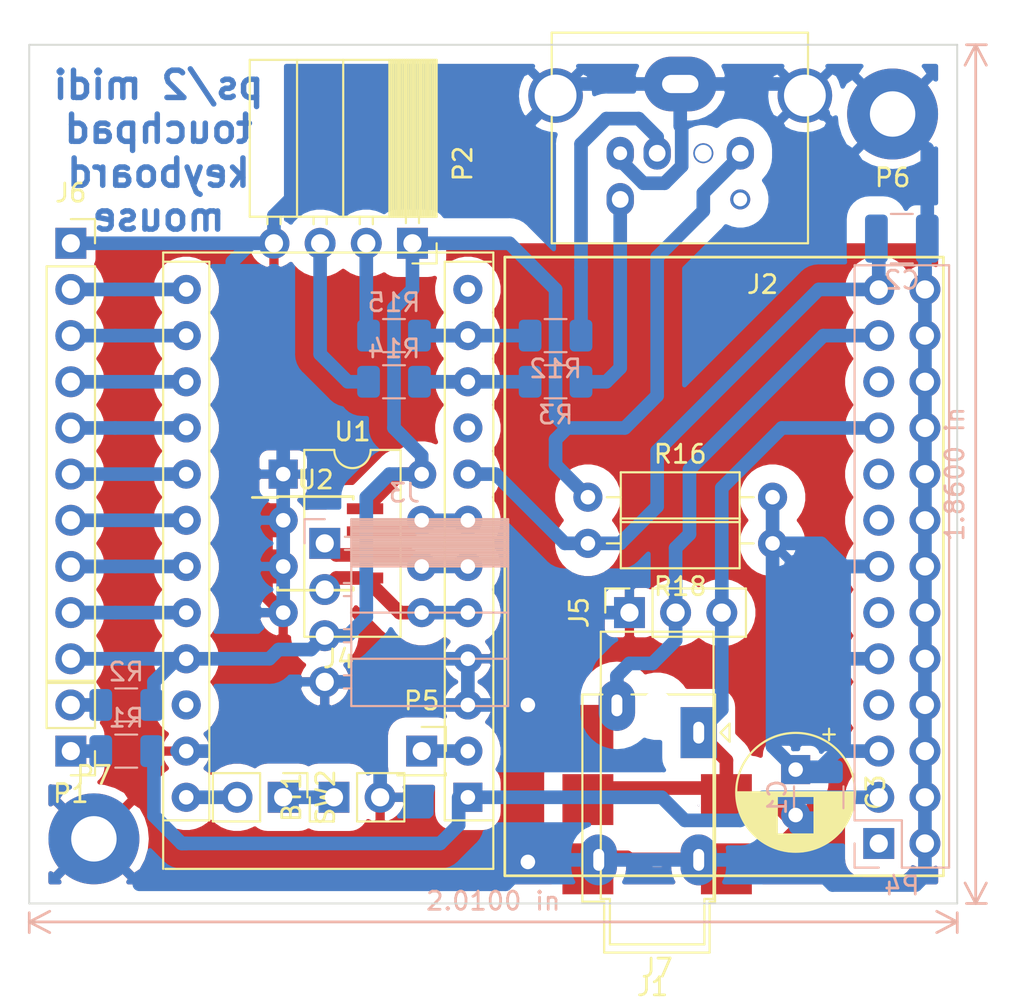
<source format=kicad_pcb>
(kicad_pcb (version 20171130) (host pcbnew "(5.1.5)-3")

  (general
    (thickness 1.6)
    (drawings 11)
    (tracks 245)
    (zones 0)
    (modules 28)
    (nets 30)
  )

  (page A4)
  (layers
    (0 F.Cu signal)
    (31 B.Cu signal)
    (32 B.Adhes user)
    (33 F.Adhes user)
    (34 B.Paste user)
    (35 F.Paste user)
    (36 B.SilkS user)
    (37 F.SilkS user)
    (38 B.Mask user)
    (39 F.Mask user)
    (40 Dwgs.User user)
    (41 Cmts.User user)
    (42 Eco1.User user)
    (43 Eco2.User user)
    (44 Edge.Cuts user)
    (45 Margin user)
    (46 B.CrtYd user)
    (47 F.CrtYd user)
    (48 B.Fab user)
    (49 F.Fab user)
  )

  (setup
    (last_trace_width 0.25)
    (trace_clearance 0.2)
    (zone_clearance 1)
    (zone_45_only no)
    (trace_min 0.2)
    (via_size 0.6)
    (via_drill 0.4)
    (via_min_size 0.4)
    (via_min_drill 0.3)
    (uvia_size 0.3)
    (uvia_drill 0.1)
    (uvias_allowed no)
    (uvia_min_size 0.2)
    (uvia_min_drill 0.1)
    (edge_width 0.1)
    (segment_width 0.2)
    (pcb_text_width 0.3)
    (pcb_text_size 1.5 1.5)
    (mod_edge_width 0.15)
    (mod_text_size 1 1)
    (mod_text_width 0.15)
    (pad_size 4 4)
    (pad_drill 2.5)
    (pad_to_mask_clearance 0)
    (aux_axis_origin 100.33 68.58)
    (visible_elements 7FFFFFFF)
    (pcbplotparams
      (layerselection 0x00030_80000001)
      (usegerberextensions false)
      (usegerberattributes false)
      (usegerberadvancedattributes false)
      (creategerberjobfile false)
      (excludeedgelayer true)
      (linewidth 0.100000)
      (plotframeref false)
      (viasonmask false)
      (mode 1)
      (useauxorigin false)
      (hpglpennumber 1)
      (hpglpenspeed 20)
      (hpglpendiameter 15.000000)
      (psnegative false)
      (psa4output false)
      (plotreference true)
      (plotvalue true)
      (plotinvisibletext false)
      (padsonsilk false)
      (subtractmaskfromsilk false)
      (outputformat 1)
      (mirror false)
      (drillshape 1)
      (scaleselection 1)
      (outputdirectory "../"))
  )

  (net 0 "")
  (net 1 "Net-(BT1-Pad1)")
  (net 2 "Net-(J4-Pad2)")
  (net 3 "Net-(J4-Pad7)")
  (net 4 "Net-(J4-Pad10)")
  (net 5 "Net-(J4-Pad14)")
  (net 6 "Net-(J4-Pad15)")
  (net 7 "Net-(J4-Pad16)")
  (net 8 "Net-(P1-Pad2)")
  (net 9 "Net-(P1-Pad1)")
  (net 10 "Net-(J4-Pad19)")
  (net 11 "Net-(J4-Pad18)")
  (net 12 "Net-(J4-Pad17)")
  (net 13 "Net-(J4-Pad11)")
  (net 14 "Net-(J4-Pad13)")
  (net 15 "Net-(J4-Pad1)")
  (net 16 "Net-(P2-Pad2)")
  (net 17 "Net-(P2-Pad3)")
  (net 18 "Net-(C1-Pad1)")
  (net 19 "Net-(J4-Pad24)")
  (net 20 "Net-(C2-Pad1)")
  (net 21 "Net-(J2-Pad4)")
  (net 22 "Net-(J2-Pad5)")
  (net 23 "Net-(J2-Pad1)")
  (net 24 GND)
  (net 25 "Net-(J3-Pad1)")
  (net 26 "Net-(J3-Pad2)")
  (net 27 "Net-(J4-Pad20)")
  (net 28 "Net-(J1-Pad2)")
  (net 29 "Net-(J1-Pad3)")

  (net_class Default "This is the default net class."
    (clearance 0.2)
    (trace_width 0.25)
    (via_dia 0.6)
    (via_drill 0.4)
    (uvia_dia 0.3)
    (uvia_drill 0.1)
  )

  (net_class wide ""
    (clearance 0.2)
    (trace_width 0.75)
    (via_dia 1.4)
    (via_drill 0.8)
    (uvia_dia 0.3)
    (uvia_drill 0.1)
    (add_net GND)
    (add_net "Net-(BT1-Pad1)")
    (add_net "Net-(C1-Pad1)")
    (add_net "Net-(C2-Pad1)")
    (add_net "Net-(J1-Pad2)")
    (add_net "Net-(J1-Pad3)")
    (add_net "Net-(J2-Pad1)")
    (add_net "Net-(J2-Pad4)")
    (add_net "Net-(J2-Pad5)")
    (add_net "Net-(J3-Pad1)")
    (add_net "Net-(J3-Pad2)")
    (add_net "Net-(J4-Pad1)")
    (add_net "Net-(J4-Pad10)")
    (add_net "Net-(J4-Pad11)")
    (add_net "Net-(J4-Pad13)")
    (add_net "Net-(J4-Pad14)")
    (add_net "Net-(J4-Pad15)")
    (add_net "Net-(J4-Pad16)")
    (add_net "Net-(J4-Pad17)")
    (add_net "Net-(J4-Pad18)")
    (add_net "Net-(J4-Pad19)")
    (add_net "Net-(J4-Pad2)")
    (add_net "Net-(J4-Pad20)")
    (add_net "Net-(J4-Pad24)")
    (add_net "Net-(J4-Pad7)")
    (add_net "Net-(P1-Pad1)")
    (add_net "Net-(P1-Pad2)")
    (add_net "Net-(P2-Pad2)")
    (add_net "Net-(P2-Pad3)")
  )

  (net_class widest ""
    (clearance 0.2)
    (trace_width 1)
    (via_dia 1.4)
    (via_drill 0.8)
    (uvia_dia 0.6)
    (uvia_drill 0.4)
  )

  (module Connector:MINI_DIN_Horizontal (layer F.Cu) (tedit 5EC655CA) (tstamp 5EC40882)
    (at 136.144 27.178 180)
    (descr http://www.mouser.com/ds/2/418/NG_CD_5787834_A4-669110.pdf)
    (tags "USB_B USB B vertical female connector")
    (path /5EC2F0D2)
    (fp_text reference J2 (at -4.53 -7.344) (layer F.SilkS)
      (effects (font (size 1 1) (thickness 0.15)))
    )
    (fp_text value "PS/2 Mini-DIN-6" (at 0.02 7.456) (layer F.Fab)
      (effects (font (size 1 1) (thickness 0.15)))
    )
    (fp_line (start 7.77 6.706) (end -7.73 6.706) (layer F.CrtYd) (width 0.05))
    (fp_line (start 7.77 6.706) (end 7.77 -5.715) (layer F.CrtYd) (width 0.05))
    (fp_line (start -7.73 -5.715) (end -7.73 6.706) (layer F.CrtYd) (width 0.05))
    (fp_line (start -7.73 -5.715) (end 7.77 -5.715) (layer F.CrtYd) (width 0.05))
    (fp_line (start -6.98 6.456) (end -6.985 -5.08) (layer F.Fab) (width 0.1))
    (fp_line (start 7.02 6.456) (end -6.98 6.456) (layer F.Fab) (width 0.1))
    (fp_line (start 7.02 -5.08) (end 7.02 6.456) (layer F.Fab) (width 0.1))
    (fp_line (start -7.02 -5.08) (end 6.985 -5.08) (layer F.Fab) (width 0.1))
    (fp_line (start -7.03 -5.08) (end 7.07 -5.08) (layer F.SilkS) (width 0.12))
    (fp_line (start 7.07 -5.08) (end 7.07 1.706) (layer F.SilkS) (width 0.12))
    (fp_line (start 7.07 1.706) (end 7.07 6.506) (layer F.SilkS) (width 0.12))
    (fp_line (start 7.07 6.506) (end -7.03 6.506) (layer F.SilkS) (width 0.12))
    (fp_line (start -7.03 6.506) (end -7.03 1.706) (layer F.SilkS) (width 0.12))
    (fp_line (start -7.03 1.706) (end -7.03 -5.08) (layer F.SilkS) (width 0.12))
    (fp_text user %R (at 0.07 3.606) (layer F.Fab)
      (effects (font (size 1 1) (thickness 0.15)))
    )
    (pad 3 thru_hole oval (at 0 3.683 180) (size 4 3) (drill oval 2 1) (layers *.Cu *.Mask)
      (net 24 GND))
    (pad 3 thru_hole oval (at 3.302 -0.127 180) (size 1.5 1.8) (drill 0.762) (layers *.Cu *.Mask)
      (net 24 GND))
    (pad 6 thru_hole oval (at -3.302 -2.667 180) (size 1.1 1.1) (drill 0.762) (layers *.Cu *.Mask))
    (pad 4 thru_hole oval (at -3.302 -0.127 180) (size 1.5 1.8) (drill 0.92) (layers *.Cu *.Mask)
      (net 21 "Net-(J2-Pad4)"))
    (pad 3 thru_hole circle (at -6.858 3.048 180) (size 3 3) (drill 2.3) (layers *.Cu *.Mask)
      (net 24 GND))
    (pad 5 thru_hole oval (at 3.302 -2.667 180) (size 1.5 1.8) (drill 0.92) (layers *.Cu *.Mask)
      (net 22 "Net-(J2-Pad5)"))
    (pad 2 thru_hole oval (at -1.27 -0.127 180) (size 1.1 1.1) (drill 0.92) (layers *.Cu *.Mask))
    (pad 1 thru_hole oval (at 1.27 -0.127 180) (size 1.5 1.8) (drill 0.92) (layers *.Cu *.Mask)
      (net 23 "Net-(J2-Pad1)"))
    (pad 3 thru_hole circle (at 6.858 3.048 180) (size 3 3) (drill 2.3) (layers *.Cu *.Mask)
      (net 24 GND))
    (model ${KISYS3DMOD}/Connector_USB.3dshapes/USB_B_TE_5787834_Vertical.wrl
      (at (xyz 0 0 0))
      (scale (xyz 1 1 1))
      (rotate (xyz 0 0 0))
    )
    (model ${KIPRJMOD}/Mini-DIN-6P.wrl
      (offset (xyz 0 -8.5 6.5))
      (scale (xyz 0.4 0.4 0.4))
      (rotate (xyz 0 0 -90))
    )
  )

  (module Connector_Audio:Jack_3.5mm_Horizontal_THT (layer F.Cu) (tedit 5EC64A93) (tstamp 5EC692AD)
    (at 137.16 59.182 180)
    (descr "Headphones with microphone connector, 3.5mm, 4 pins (http://www.qingpu-electronics.com/en/products/WQP-PJ320E-177.html)")
    (tags "3.5mm jack mic microphone phones headphones 4pins audio plug")
    (path /5D555DDF)
    (fp_text reference J1 (at 2.54 -13.97 180) (layer F.SilkS)
      (effects (font (size 1 1) (thickness 0.15)))
    )
    (fp_text value AUDIO_OUT (at 2.794 -11.176 180) (layer F.Fab)
      (effects (font (size 1 1) (thickness 0.15)))
    )
    (fp_text user %R (at 2.54 -13.97 180) (layer F.Fab)
      (effects (font (size 1 1) (thickness 0.15)))
    )
    (fp_line (start -1.7 0.5) (end -1.2 0) (layer F.SilkS) (width 0.12))
    (fp_line (start -1.7 -0.5) (end -1.7 0.5) (layer F.SilkS) (width 0.12))
    (fp_line (start -1.2 0) (end -1.7 -0.5) (layer F.SilkS) (width 0.12))
    (fp_line (start 3.7 2) (end -0.8 2) (layer F.Fab) (width 0.1))
    (fp_line (start -0.8 2) (end -0.8 -9.2) (layer F.Fab) (width 0.1))
    (fp_line (start -0.8 -9.2) (end -0.5 -9.2) (layer F.Fab) (width 0.1))
    (fp_line (start -0.5 -9.2) (end -0.5 -12) (layer F.Fab) (width 0.1))
    (fp_line (start -0.5 -12) (end 5.1 -12) (layer F.Fab) (width 0.1))
    (fp_line (start 5.1 -12) (end 5.1 -9.2) (layer F.Fab) (width 0.1))
    (fp_line (start 5.1 -9.2) (end 6.3 -9.2) (layer F.Fab) (width 0.1))
    (fp_line (start 6.3 -9.2) (end 6.3 2) (layer F.Fab) (width 0.1))
    (fp_line (start 6.3 2) (end 5.3 2) (layer F.Fab) (width 0.1))
    (fp_line (start -0.9 -9.3) (end -0.9 2.1) (layer F.SilkS) (width 0.12))
    (fp_line (start -0.9 2.1) (end 3.7 2.1) (layer F.SilkS) (width 0.12))
    (fp_line (start 6.4 2.1) (end 5.3 2.1) (layer F.SilkS) (width 0.12))
    (fp_line (start -1.3 3) (end 6.8 3) (layer F.CrtYd) (width 0.05))
    (fp_line (start -1.3 -12.5) (end -1.3 3) (layer F.CrtYd) (width 0.05))
    (fp_line (start 6.8 -12.5) (end 6.8 3) (layer F.CrtYd) (width 0.05))
    (fp_line (start 5.2 -9.3) (end 6.4 -9.3) (layer F.SilkS) (width 0.12))
    (fp_line (start -0.9 -9.3) (end -0.6 -9.3) (layer F.SilkS) (width 0.12))
    (fp_line (start 5.2 -12.1) (end -0.6 -12.1) (layer F.SilkS) (width 0.12))
    (fp_line (start 6.4 -9.3) (end 6.4 2.1) (layer F.SilkS) (width 0.12))
    (fp_line (start 5.2 -9.3) (end 5.2 -12.1) (layer F.SilkS) (width 0.12))
    (fp_line (start -0.6 -9.3) (end -0.6 -12.1) (layer F.SilkS) (width 0.12))
    (fp_line (start -1.3 -12.5) (end 6.8 -12.5) (layer F.CrtYd) (width 0.05))
    (fp_circle (center 0.9 0) (end 1.2 0.15) (layer F.Fab) (width 0.12))
    (pad 1 thru_hole oval (at 5.5 -7 90) (size 2.8 2) (drill oval 1.2 0.6) (layers *.Cu *.Mask)
      (net 24 GND))
    (pad 3 thru_hole oval (at 4.5 1.5 90) (size 2.8 2) (drill oval 1.2 0.6) (layers *.Cu *.Mask)
      (net 29 "Net-(J1-Pad3)"))
    (pad 2 thru_hole rect (at 0 0 90) (size 2.8 2) (drill oval 1.2 0.6) (layers *.Cu *.Mask)
      (net 28 "Net-(J1-Pad2)"))
    (pad R1 thru_hole circle (at 0 -4 90) (size 0.1 0.1) (drill 0.1) (layers *.Cu *.Mask))
    (pad 1 thru_hole oval (at 0 -7 90) (size 2.8 2) (drill oval 1.2 0.6) (layers *.Cu *.Mask)
      (net 24 GND))
    (pad "" np_thru_hole circle (at 2.3 -5.7 90) (size 1.2 1.2) (drill 1.2) (layers *.Cu *.Mask))
    (pad "" np_thru_hole circle (at 2.3 1.3 90) (size 1.2 1.2) (drill 1.2) (layers *.Cu *.Mask))
    (model ${KISYS3DMOD}/Connector_Audio.3dshapes/Jack_3.5mm_PJ320E_Horizontal.wrl
      (at (xyz 0 0 0))
      (scale (xyz 1 1 1))
      (rotate (xyz 0 0 0))
    )
    (model ${KIPRJMOD}/jack_3.5_pj313d-smt.wrl
      (offset (xyz 3 3 0))
      (scale (xyz 1 1 1))
      (rotate (xyz 0 0 180))
    )
  )

  (module Connector_Audio:Jack_3.5mm_SMT_Horizontal (layer F.Cu) (tedit 5EC649F2) (tstamp 5EC6D227)
    (at 134.874 62.23)
    (descr "3.5 mm, Stereo, Right Angle, Surface Mount (SMT), Audio Jack Connector (https://www.cui.com/product/resource/sj-352x-smt-series.pdf)")
    (tags "3.5mm audio cui horizontal jack stereo")
    (path /5EE09A7F)
    (attr smd)
    (fp_text reference J7 (at 0 9.9 180) (layer F.SilkS)
      (effects (font (size 1 1) (thickness 0.15)))
    )
    (fp_text value AUDIO_OUT (at 0 10.35) (layer F.Fab)
      (effects (font (size 1 1) (thickness 0.15)))
    )
    (fp_line (start -3 6) (end -3 -8.5) (layer F.Fab) (width 0.1))
    (fp_line (start -3 -8.5) (end 3 -8.5) (layer F.Fab) (width 0.1))
    (fp_line (start 3 -8.5) (end 3 6) (layer F.Fab) (width 0.1))
    (fp_line (start 3 6) (end 2.5 6) (layer F.Fab) (width 0.1))
    (fp_line (start 2.5 6) (end 2.5 8.5) (layer F.Fab) (width 0.1))
    (fp_line (start 2.5 8.5) (end -2.5 8.5) (layer F.Fab) (width 0.1))
    (fp_line (start -2.5 8.5) (end -2.5 6) (layer F.Fab) (width 0.1))
    (fp_line (start -2.5 6) (end -3 6) (layer F.Fab) (width 0.1))
    (fp_line (start -5.6 9) (end -5.6 -9) (layer F.CrtYd) (width 0.05))
    (fp_line (start -5.6 -9) (end 5.6 -9) (layer F.CrtYd) (width 0.05))
    (fp_line (start 5.6 -9) (end 5.6 9) (layer F.CrtYd) (width 0.05))
    (fp_line (start 5.6 9) (end -5.6 9) (layer F.CrtYd) (width 0.05))
    (fp_text user %R (at 0 0 180) (layer F.Fab)
      (effects (font (size 1 1) (thickness 0.15)))
    )
    (fp_line (start 3.1 4.9) (end 3.1 6.1) (layer F.SilkS) (width 0.12))
    (fp_line (start 3.1 6.1) (end 2.6 6.1) (layer F.SilkS) (width 0.12))
    (fp_line (start 2.6 6.1) (end 2.6 8.6) (layer F.SilkS) (width 0.12))
    (fp_line (start 2.6 8.6) (end -2.6 8.6) (layer F.SilkS) (width 0.12))
    (fp_line (start -2.6 8.6) (end -2.6 6.1) (layer F.SilkS) (width 0.12))
    (fp_line (start -2.6 6.1) (end -3.1 6.1) (layer F.SilkS) (width 0.12))
    (fp_line (start -3.1 6.1) (end -3.1 2.9) (layer F.SilkS) (width 0.12))
    (fp_line (start -3.1 2.9) (end -3.1 -8.6) (layer F.SilkS) (width 0.12))
    (fp_line (start -3.1 -8.6) (end 3.1 -8.6) (layer F.SilkS) (width 0.12))
    (fp_line (start 3.1 -8.6) (end 3.1 -4.2) (layer F.SilkS) (width 0.12))
    (fp_line (start 3.1 -4.2) (end 3.1 4.9) (layer F.SilkS) (width 0.12))
    (pad 2 smd rect (at -3.81 0.635 180) (size 2.8 2.8) (layers F.Cu F.Paste F.Mask)
      (net 28 "Net-(J1-Pad2)"))
    (pad 1 smd rect (at 3.81 4.445 180) (size 2.8 2.8) (layers F.Cu F.Paste F.Mask)
      (net 24 GND))
    (pad "" np_thru_hole circle (at 0 2.5 180) (size 1.7 1.7) (drill 1.7) (layers *.Cu *.Mask))
    (pad "" np_thru_hole circle (at 0 -4.5 180) (size 1.7 1.7) (drill 1.7) (layers *.Cu *.Mask))
    (pad 2 smd rect (at 3.81 0.635 180) (size 2.8 2.8) (layers F.Cu F.Paste F.Mask)
      (net 28 "Net-(J1-Pad2)"))
    (pad 3 smd rect (at -3.81 -3.175 180) (size 2.8 2.8) (layers F.Cu F.Paste F.Mask)
      (net 29 "Net-(J1-Pad3)"))
    (pad 1 smd rect (at -3.81 4.445 180) (size 2.8 2.8) (layers F.Cu F.Paste F.Mask)
      (net 24 GND))
    (model ${KISYS3DMOD}/Connector_Audio.3dshapes/Jack_3.5mm_CUI_SJ-3523-SMT_Horizontal.wrl
      (at (xyz 0 0 0))
      (scale (xyz 1 1 1))
      (rotate (xyz 0 0 0))
    )
  )

  (module Capacitor_SMD:C_1210_3225Metric (layer B.Cu) (tedit 5B301BBE) (tstamp 5EC2E23E)
    (at 148.336 32.004)
    (descr "Capacitor SMD 1210 (3225 Metric), square (rectangular) end terminal, IPC_7351 nominal, (Body size source: http://www.tortai-tech.com/upload/download/2011102023233369053.pdf), generated with kicad-footprint-generator")
    (tags capacitor)
    (path /5D663C31)
    (attr smd)
    (fp_text reference C2 (at 0 2.28 180) (layer B.SilkS)
      (effects (font (size 1 1) (thickness 0.15)) (justify mirror))
    )
    (fp_text value 10u (at 0 -2.28 180) (layer B.Fab)
      (effects (font (size 1 1) (thickness 0.15)) (justify mirror))
    )
    (fp_line (start -1.6 -1.25) (end -1.6 1.25) (layer B.Fab) (width 0.1))
    (fp_line (start -1.6 1.25) (end 1.6 1.25) (layer B.Fab) (width 0.1))
    (fp_line (start 1.6 1.25) (end 1.6 -1.25) (layer B.Fab) (width 0.1))
    (fp_line (start 1.6 -1.25) (end -1.6 -1.25) (layer B.Fab) (width 0.1))
    (fp_line (start -0.602064 1.36) (end 0.602064 1.36) (layer B.SilkS) (width 0.12))
    (fp_line (start -0.602064 -1.36) (end 0.602064 -1.36) (layer B.SilkS) (width 0.12))
    (fp_line (start -2.28 -1.58) (end -2.28 1.58) (layer B.CrtYd) (width 0.05))
    (fp_line (start -2.28 1.58) (end 2.28 1.58) (layer B.CrtYd) (width 0.05))
    (fp_line (start 2.28 1.58) (end 2.28 -1.58) (layer B.CrtYd) (width 0.05))
    (fp_line (start 2.28 -1.58) (end -2.28 -1.58) (layer B.CrtYd) (width 0.05))
    (fp_text user %R (at 0 0 180) (layer B.Fab)
      (effects (font (size 0.8 0.8) (thickness 0.12)) (justify mirror))
    )
    (pad 1 smd roundrect (at -1.4 0) (size 1.25 2.65) (layers B.Cu B.Paste B.Mask) (roundrect_rratio 0.2)
      (net 20 "Net-(C2-Pad1)"))
    (pad 2 smd roundrect (at 1.4 0) (size 1.25 2.65) (layers B.Cu B.Paste B.Mask) (roundrect_rratio 0.2)
      (net 24 GND))
    (model ${KISYS3DMOD}/Capacitor_SMD.3dshapes/C_1210_3225Metric.wrl
      (at (xyz 0 0 0))
      (scale (xyz 1 1 1))
      (rotate (xyz 0 0 0))
    )
  )

  (module Module:Arduino_ProMicro (layer F.Cu) (tedit 5EB29792) (tstamp 5EC2E26C)
    (at 116.84 50.038 180)
    (descr "Arduino Sparkfun ProMicro, https://cdn.sparkfun.com/datasheets/Dev/Arduino/Boards/Pro_Micro_v13b.pdf")
    (tags "Arduino Sparkfun ProMicro")
    (path /578C94D0)
    (fp_text reference J4 (at -0.508 -5.08) (layer F.SilkS)
      (effects (font (size 1 1) (thickness 0.15)))
    )
    (fp_text value ARDUINO_PRO_MICRO_SHIELD (at -0.508 2.54 90) (layer F.Fab)
      (effects (font (size 1 1) (thickness 0.15)))
    )
    (fp_line (start 8.89 17.272) (end -8.89 17.272) (layer F.Fab) (width 0.1))
    (fp_line (start 9.02 -16.64) (end -9.02 -16.64) (layer F.SilkS) (width 0.12))
    (fp_line (start 9.144 17.272) (end 9.144 -16.64) (layer F.SilkS) (width 0.12))
    (fp_line (start -9.02 17.272) (end 9.144 17.272) (layer F.SilkS) (width 0.12))
    (fp_line (start -3.81 -10.414) (end -3.81 -20.574) (layer F.Fab) (width 0.1))
    (fp_line (start 3.81 -10.414) (end -3.81 -10.414) (layer F.Fab) (width 0.1))
    (fp_line (start 3.81 -20.574) (end 3.81 -10.414) (layer F.Fab) (width 0.1))
    (fp_line (start -3.81 -20.574) (end 3.81 -20.574) (layer F.Fab) (width 0.1))
    (fp_line (start -6.35 16.764) (end -8.89 16.764) (layer F.SilkS) (width 0.12))
    (fp_line (start -6.35 -11.43) (end -6.35 16.764) (layer F.SilkS) (width 0.12))
    (fp_line (start 6.604 16.764) (end 9.144 16.764) (layer F.SilkS) (width 0.12))
    (fp_line (start 6.604 -13.97) (end 6.604 16.764) (layer F.SilkS) (width 0.12))
    (fp_line (start 6.604 -13.97) (end 9.144 -13.97) (layer F.SilkS) (width 0.12))
    (fp_line (start -9.02 -16.64) (end -9.02 -13.97) (layer F.SilkS) (width 0.12))
    (fp_line (start -9.02 -13.97) (end -9.02 17.272) (layer F.SilkS) (width 0.12))
    (fp_line (start -6.35 -13.97) (end -9.02 -13.97) (layer F.SilkS) (width 0.12))
    (fp_line (start -6.35 -11.43) (end -6.35 -13.97) (layer F.SilkS) (width 0.12))
    (fp_text user %R (at -0.508 -2.794 90) (layer F.Fab)
      (effects (font (size 1 1) (thickness 0.15)))
    )
    (pad 16 thru_hole oval (at 7.874 7.62 180) (size 1.6 1.6) (drill 0.8) (layers *.Cu *.Mask)
      (net 7 "Net-(J4-Pad16)"))
    (pad 15 thru_hole oval (at 7.874 10.16 180) (size 1.6 1.6) (drill 0.8) (layers *.Cu *.Mask)
      (net 6 "Net-(J4-Pad15)"))
    (pad 14 thru_hole oval (at 7.874 12.7 180) (size 1.6 1.6) (drill 0.8) (layers *.Cu *.Mask)
      (net 5 "Net-(J4-Pad14)"))
    (pad 13 thru_hole oval (at 7.874 15.24 180) (size 1.6 1.6) (drill 0.8) (layers *.Cu *.Mask)
      (net 14 "Net-(J4-Pad13)"))
    (pad 12 thru_hole oval (at -7.62 15.24 180) (size 1.6 1.6) (drill 0.8) (layers *.Cu *.Mask))
    (pad 11 thru_hole oval (at -7.62 12.7 180) (size 1.6 1.6) (drill 0.8) (layers *.Cu *.Mask)
      (net 13 "Net-(J4-Pad11)"))
    (pad 10 thru_hole oval (at -7.62 10.16 180) (size 1.6 1.6) (drill 0.8) (layers *.Cu *.Mask)
      (net 4 "Net-(J4-Pad10)"))
    (pad 9 thru_hole oval (at -7.62 7.62 180) (size 1.6 1.6) (drill 0.8) (layers *.Cu *.Mask))
    (pad 24 thru_hole oval (at 7.874 -12.7 180) (size 1.6 1.6) (drill 0.8) (layers *.Cu *.Mask)
      (net 19 "Net-(J4-Pad24)"))
    (pad 8 thru_hole oval (at -7.62 5.08 180) (size 1.6 1.6) (drill 0.8) (layers *.Cu *.Mask)
      (net 20 "Net-(C2-Pad1)"))
    (pad 23 thru_hole oval (at 7.874 -10.16 180) (size 1.6 1.6) (drill 0.8) (layers *.Cu *.Mask)
      (net 24 GND))
    (pad 7 thru_hole oval (at -7.62 2.54 180) (size 1.6 1.6) (drill 0.8) (layers *.Cu *.Mask)
      (net 3 "Net-(J4-Pad7)"))
    (pad 22 thru_hole oval (at 7.874 -7.62 180) (size 1.6 1.6) (drill 0.8) (layers *.Cu *.Mask))
    (pad 6 thru_hole oval (at -7.62 0 180) (size 1.6 1.6) (drill 0.8) (layers *.Cu *.Mask)
      (net 25 "Net-(J3-Pad1)"))
    (pad 21 thru_hole oval (at 7.874 -5.08 180) (size 1.6 1.6) (drill 0.8) (layers *.Cu *.Mask)
      (net 21 "Net-(J2-Pad4)"))
    (pad 5 thru_hole oval (at -7.62 -2.54 180) (size 1.6 1.6) (drill 0.8) (layers *.Cu *.Mask)
      (net 26 "Net-(J3-Pad2)"))
    (pad 20 thru_hole oval (at 7.874 -2.54 180) (size 1.6 1.6) (drill 0.8) (layers *.Cu *.Mask)
      (net 27 "Net-(J4-Pad20)"))
    (pad 4 thru_hole oval (at -7.62 -5.08 180) (size 1.6 1.6) (drill 0.8) (layers *.Cu *.Mask)
      (net 24 GND))
    (pad 19 thru_hole oval (at 7.874 0 180) (size 1.6 1.6) (drill 0.8) (layers *.Cu *.Mask)
      (net 10 "Net-(J4-Pad19)"))
    (pad 3 thru_hole oval (at -7.62 -7.62 180) (size 1.6 1.6) (drill 0.8) (layers *.Cu *.Mask)
      (net 24 GND))
    (pad 18 thru_hole oval (at 7.874 2.54 180) (size 1.6 1.6) (drill 0.8) (layers *.Cu *.Mask)
      (net 11 "Net-(J4-Pad18)"))
    (pad 2 thru_hole oval (at -7.62 -10.16 180) (size 1.6 1.6) (drill 0.8) (layers *.Cu *.Mask)
      (net 2 "Net-(J4-Pad2)"))
    (pad 17 thru_hole oval (at 7.874 5.08 180) (size 1.6 1.6) (drill 0.8) (layers *.Cu *.Mask)
      (net 12 "Net-(J4-Pad17)"))
    (pad 1 thru_hole rect (at -7.62 -12.7 180) (size 1.6 1.6) (drill 0.8) (layers *.Cu *.Mask)
      (net 15 "Net-(J4-Pad1)"))
    (model ${KISYS3DMOD}/Module.3dshapes/Arduino_Nano_WithMountingHoles.wrl
      (at (xyz 0 0 0))
      (scale (xyz 0.6 0.4 1))
      (rotate (xyz 0 0 0))
    )
    (model ${KIPRJMOD}/ProMicro_Original+HosoPin_Black_Black.wrl
      (offset (xyz -7.5 12.5 0))
      (scale (xyz 0.4 0.4 0.4))
      (rotate (xyz 0 0 0))
    )
  )

  (module Connector_PinHeader_2.54mm:PinHeader_1x02_P2.54mm_Vertical (layer F.Cu) (tedit 59FED5CC) (tstamp 5EC2E299)
    (at 102.616 60.198 180)
    (descr "Through hole straight pin header, 1x02, 2.54mm pitch, single row")
    (tags "Through hole pin header THT 1x02 2.54mm single row")
    (path /5D5D3B8D)
    (fp_text reference P1 (at 0 -2.33) (layer F.SilkS)
      (effects (font (size 1 1) (thickness 0.15)))
    )
    (fp_text value MIDI_OUT (at 3.048 1.524 90) (layer F.Fab)
      (effects (font (size 1 1) (thickness 0.15)))
    )
    (fp_line (start -0.635 -1.27) (end 1.27 -1.27) (layer F.Fab) (width 0.1))
    (fp_line (start 1.27 -1.27) (end 1.27 3.81) (layer F.Fab) (width 0.1))
    (fp_line (start 1.27 3.81) (end -1.27 3.81) (layer F.Fab) (width 0.1))
    (fp_line (start -1.27 3.81) (end -1.27 -0.635) (layer F.Fab) (width 0.1))
    (fp_line (start -1.27 -0.635) (end -0.635 -1.27) (layer F.Fab) (width 0.1))
    (fp_line (start -1.33 3.87) (end 1.33 3.87) (layer F.SilkS) (width 0.12))
    (fp_line (start -1.33 1.27) (end -1.33 3.87) (layer F.SilkS) (width 0.12))
    (fp_line (start 1.33 1.27) (end 1.33 3.87) (layer F.SilkS) (width 0.12))
    (fp_line (start -1.33 1.27) (end 1.33 1.27) (layer F.SilkS) (width 0.12))
    (fp_line (start -1.33 0) (end -1.33 -1.33) (layer F.SilkS) (width 0.12))
    (fp_line (start -1.33 -1.33) (end 0 -1.33) (layer F.SilkS) (width 0.12))
    (fp_line (start -1.8 -1.8) (end -1.8 4.35) (layer F.CrtYd) (width 0.05))
    (fp_line (start -1.8 4.35) (end 1.8 4.35) (layer F.CrtYd) (width 0.05))
    (fp_line (start 1.8 4.35) (end 1.8 -1.8) (layer F.CrtYd) (width 0.05))
    (fp_line (start 1.8 -1.8) (end -1.8 -1.8) (layer F.CrtYd) (width 0.05))
    (fp_text user %R (at 0 1.27 90) (layer F.Fab)
      (effects (font (size 1 1) (thickness 0.15)))
    )
    (pad 1 thru_hole rect (at 0 0 180) (size 1.7 1.7) (drill 1) (layers *.Cu *.Mask)
      (net 9 "Net-(P1-Pad1)"))
    (pad 2 thru_hole oval (at 0 2.54 180) (size 1.7 1.7) (drill 1) (layers *.Cu *.Mask)
      (net 8 "Net-(P1-Pad2)"))
    (model ${KISYS3DMOD}/Connector_PinHeader_2.54mm.3dshapes/PinHeader_1x02_P2.54mm_Vertical.wrl
      (at (xyz 0 0 0))
      (scale (xyz 1 1 1))
      (rotate (xyz 0 0 0))
    )
  )

  (module Connector_PinHeader_2.54mm:PinHeader_2x13_P2.54mm_Vertical (layer B.Cu) (tedit 59FED5CC) (tstamp 5EC2E2E1)
    (at 147.066 65.278)
    (descr "Through hole straight pin header, 2x13, 2.54mm pitch, double rows")
    (tags "Through hole pin header THT 2x13 2.54mm double row")
    (path /5D554C48)
    (fp_text reference P4 (at 1.27 2.33) (layer B.SilkS)
      (effects (font (size 1 1) (thickness 0.15)) (justify mirror))
    )
    (fp_text value CONN_02X13 (at 1.27 -32.81) (layer B.Fab)
      (effects (font (size 1 1) (thickness 0.15)) (justify mirror))
    )
    (fp_line (start 0 1.27) (end 3.81 1.27) (layer B.Fab) (width 0.1))
    (fp_line (start 3.81 1.27) (end 3.81 -31.75) (layer B.Fab) (width 0.1))
    (fp_line (start 3.81 -31.75) (end -1.27 -31.75) (layer B.Fab) (width 0.1))
    (fp_line (start -1.27 -31.75) (end -1.27 0) (layer B.Fab) (width 0.1))
    (fp_line (start -1.27 0) (end 0 1.27) (layer B.Fab) (width 0.1))
    (fp_line (start -1.33 -31.81) (end 3.87 -31.81) (layer B.SilkS) (width 0.12))
    (fp_line (start -1.33 -1.27) (end -1.33 -31.81) (layer B.SilkS) (width 0.12))
    (fp_line (start 3.87 1.33) (end 3.87 -31.81) (layer B.SilkS) (width 0.12))
    (fp_line (start -1.33 -1.27) (end 1.27 -1.27) (layer B.SilkS) (width 0.12))
    (fp_line (start 1.27 -1.27) (end 1.27 1.33) (layer B.SilkS) (width 0.12))
    (fp_line (start 1.27 1.33) (end 3.87 1.33) (layer B.SilkS) (width 0.12))
    (fp_line (start -1.33 0) (end -1.33 1.33) (layer B.SilkS) (width 0.12))
    (fp_line (start -1.33 1.33) (end 0 1.33) (layer B.SilkS) (width 0.12))
    (fp_line (start -1.8 1.8) (end -1.8 -32.25) (layer B.CrtYd) (width 0.05))
    (fp_line (start -1.8 -32.25) (end 4.35 -32.25) (layer B.CrtYd) (width 0.05))
    (fp_line (start 4.35 -32.25) (end 4.35 1.8) (layer B.CrtYd) (width 0.05))
    (fp_line (start 4.35 1.8) (end -1.8 1.8) (layer B.CrtYd) (width 0.05))
    (fp_text user %R (at 1.27 -15.24 -90) (layer B.Fab)
      (effects (font (size 1 1) (thickness 0.15)) (justify mirror))
    )
    (pad 1 thru_hole rect (at 0 0) (size 1.7 1.7) (drill 1) (layers *.Cu *.Mask))
    (pad 2 thru_hole oval (at 2.54 0) (size 1.7 1.7) (drill 1) (layers *.Cu *.Mask)
      (net 24 GND))
    (pad 3 thru_hole oval (at 0 -2.54) (size 1.7 1.7) (drill 1) (layers *.Cu *.Mask)
      (net 15 "Net-(J4-Pad1)"))
    (pad 4 thru_hole oval (at 2.54 -2.54) (size 1.7 1.7) (drill 1) (layers *.Cu *.Mask)
      (net 24 GND))
    (pad 5 thru_hole oval (at 0 -5.08) (size 1.7 1.7) (drill 1) (layers *.Cu *.Mask)
      (net 18 "Net-(C1-Pad1)"))
    (pad 6 thru_hole oval (at 2.54 -5.08) (size 1.7 1.7) (drill 1) (layers *.Cu *.Mask)
      (net 24 GND))
    (pad 7 thru_hole oval (at 0 -7.62) (size 1.7 1.7) (drill 1) (layers *.Cu *.Mask))
    (pad 8 thru_hole oval (at 2.54 -7.62) (size 1.7 1.7) (drill 1) (layers *.Cu *.Mask)
      (net 24 GND))
    (pad 9 thru_hole oval (at 0 -10.16) (size 1.7 1.7) (drill 1) (layers *.Cu *.Mask)
      (net 18 "Net-(C1-Pad1)"))
    (pad 10 thru_hole oval (at 2.54 -10.16) (size 1.7 1.7) (drill 1) (layers *.Cu *.Mask)
      (net 24 GND))
    (pad 11 thru_hole oval (at 0 -12.7) (size 1.7 1.7) (drill 1) (layers *.Cu *.Mask))
    (pad 12 thru_hole oval (at 2.54 -12.7) (size 1.7 1.7) (drill 1) (layers *.Cu *.Mask)
      (net 24 GND))
    (pad 13 thru_hole oval (at 0 -15.24) (size 1.7 1.7) (drill 1) (layers *.Cu *.Mask)
      (net 18 "Net-(C1-Pad1)"))
    (pad 14 thru_hole oval (at 2.54 -15.24) (size 1.7 1.7) (drill 1) (layers *.Cu *.Mask)
      (net 24 GND))
    (pad 15 thru_hole oval (at 0 -17.78) (size 1.7 1.7) (drill 1) (layers *.Cu *.Mask))
    (pad 16 thru_hole oval (at 2.54 -17.78) (size 1.7 1.7) (drill 1) (layers *.Cu *.Mask)
      (net 24 GND))
    (pad 17 thru_hole oval (at 0 -20.32) (size 1.7 1.7) (drill 1) (layers *.Cu *.Mask))
    (pad 18 thru_hole oval (at 2.54 -20.32) (size 1.7 1.7) (drill 1) (layers *.Cu *.Mask)
      (net 24 GND))
    (pad 19 thru_hole oval (at 0 -22.86) (size 1.7 1.7) (drill 1) (layers *.Cu *.Mask)
      (net 28 "Net-(J1-Pad2)"))
    (pad 20 thru_hole oval (at 2.54 -22.86) (size 1.7 1.7) (drill 1) (layers *.Cu *.Mask)
      (net 24 GND))
    (pad 21 thru_hole oval (at 0 -25.4) (size 1.7 1.7) (drill 1) (layers *.Cu *.Mask))
    (pad 22 thru_hole oval (at 2.54 -25.4) (size 1.7 1.7) (drill 1) (layers *.Cu *.Mask)
      (net 24 GND))
    (pad 23 thru_hole oval (at 0 -27.94) (size 1.7 1.7) (drill 1) (layers *.Cu *.Mask)
      (net 29 "Net-(J1-Pad3)"))
    (pad 24 thru_hole oval (at 2.54 -27.94) (size 1.7 1.7) (drill 1) (layers *.Cu *.Mask)
      (net 24 GND))
    (pad 25 thru_hole oval (at 0 -30.48) (size 1.7 1.7) (drill 1) (layers *.Cu *.Mask)
      (net 20 "Net-(C2-Pad1)"))
    (pad 26 thru_hole oval (at 2.54 -30.48) (size 1.7 1.7) (drill 1) (layers *.Cu *.Mask)
      (net 24 GND))
    (model ${KISYS3DMOD}/Connector_PinHeader_2.54mm.3dshapes/PinHeader_2x13_P2.54mm_Vertical.wrl
      (offset (xyz 0 -30.5 -2))
      (scale (xyz 1 1 1))
      (rotate (xyz 180 0 0))
    )
  )

  (module Connector_PinSocket_2.54mm:PinSocket_1x01_P2.54mm_Vertical (layer F.Cu) (tedit 5A19A434) (tstamp 5EC2E310)
    (at 121.92 60.198)
    (descr "Through hole straight socket strip, 1x01, 2.54mm pitch, single row (from Kicad 4.0.7), script generated")
    (tags "Through hole socket strip THT 1x01 2.54mm single row")
    (path /5D5FC53C)
    (fp_text reference P5 (at 0 -2.77) (layer F.SilkS)
      (effects (font (size 1 1) (thickness 0.15)))
    )
    (fp_text value MIDI_IN (at 0 4.064 90) (layer F.Fab)
      (effects (font (size 1 1) (thickness 0.15)))
    )
    (fp_line (start -1.27 -1.27) (end 0.635 -1.27) (layer F.Fab) (width 0.1))
    (fp_line (start 0.635 -1.27) (end 1.27 -0.635) (layer F.Fab) (width 0.1))
    (fp_line (start 1.27 -0.635) (end 1.27 1.27) (layer F.Fab) (width 0.1))
    (fp_line (start 1.27 1.27) (end -1.27 1.27) (layer F.Fab) (width 0.1))
    (fp_line (start -1.27 1.27) (end -1.27 -1.27) (layer F.Fab) (width 0.1))
    (fp_line (start -1.33 1.33) (end 1.33 1.33) (layer F.SilkS) (width 0.12))
    (fp_line (start -1.33 1.21) (end -1.33 1.33) (layer F.SilkS) (width 0.12))
    (fp_line (start 1.33 1.21) (end 1.33 1.33) (layer F.SilkS) (width 0.12))
    (fp_line (start 1.33 -1.33) (end 1.33 0) (layer F.SilkS) (width 0.12))
    (fp_line (start 0 -1.33) (end 1.33 -1.33) (layer F.SilkS) (width 0.12))
    (fp_line (start -1.8 -1.8) (end 1.75 -1.8) (layer F.CrtYd) (width 0.05))
    (fp_line (start 1.75 -1.8) (end 1.75 1.75) (layer F.CrtYd) (width 0.05))
    (fp_line (start 1.75 1.75) (end -1.8 1.75) (layer F.CrtYd) (width 0.05))
    (fp_line (start -1.8 1.75) (end -1.8 -1.8) (layer F.CrtYd) (width 0.05))
    (fp_text user %R (at 0 0) (layer F.Fab)
      (effects (font (size 1 1) (thickness 0.15)))
    )
    (pad 1 thru_hole rect (at 0 0) (size 1.7 1.7) (drill 1) (layers *.Cu *.Mask)
      (net 2 "Net-(J4-Pad2)"))
    (model ${KISYS3DMOD}/Connector_PinSocket_2.54mm.3dshapes/PinSocket_1x01_P2.54mm_Vertical.wrl
      (at (xyz 0 0 0))
      (scale (xyz 1 1 1))
      (rotate (xyz 0 0 0))
    )
  )

  (module Resistor_SMD:R_1206_3216Metric (layer B.Cu) (tedit 5B301BBD) (tstamp 5EC2E360)
    (at 105.664 60.198 180)
    (descr "Resistor SMD 1206 (3216 Metric), square (rectangular) end terminal, IPC_7351 nominal, (Body size source: http://www.tortai-tech.com/upload/download/2011102023233369053.pdf), generated with kicad-footprint-generator")
    (tags resistor)
    (path /5A796101)
    (attr smd)
    (fp_text reference R1 (at 0 1.82) (layer B.SilkS)
      (effects (font (size 1 1) (thickness 0.15)) (justify mirror))
    )
    (fp_text value 220 (at 0 -1.82) (layer B.Fab)
      (effects (font (size 1 1) (thickness 0.15)) (justify mirror))
    )
    (fp_line (start -1.6 -0.8) (end -1.6 0.8) (layer B.Fab) (width 0.1))
    (fp_line (start -1.6 0.8) (end 1.6 0.8) (layer B.Fab) (width 0.1))
    (fp_line (start 1.6 0.8) (end 1.6 -0.8) (layer B.Fab) (width 0.1))
    (fp_line (start 1.6 -0.8) (end -1.6 -0.8) (layer B.Fab) (width 0.1))
    (fp_line (start -0.602064 0.91) (end 0.602064 0.91) (layer B.SilkS) (width 0.12))
    (fp_line (start -0.602064 -0.91) (end 0.602064 -0.91) (layer B.SilkS) (width 0.12))
    (fp_line (start -2.28 -1.12) (end -2.28 1.12) (layer B.CrtYd) (width 0.05))
    (fp_line (start -2.28 1.12) (end 2.28 1.12) (layer B.CrtYd) (width 0.05))
    (fp_line (start 2.28 1.12) (end 2.28 -1.12) (layer B.CrtYd) (width 0.05))
    (fp_line (start 2.28 -1.12) (end -2.28 -1.12) (layer B.CrtYd) (width 0.05))
    (fp_text user %R (at 0 0) (layer B.Fab)
      (effects (font (size 0.8 0.8) (thickness 0.12)) (justify mirror))
    )
    (pad 1 smd roundrect (at -1.4 0 180) (size 1.25 1.75) (layers B.Cu B.Paste B.Mask) (roundrect_rratio 0.2)
      (net 15 "Net-(J4-Pad1)"))
    (pad 2 smd roundrect (at 1.4 0 180) (size 1.25 1.75) (layers B.Cu B.Paste B.Mask) (roundrect_rratio 0.2)
      (net 9 "Net-(P1-Pad1)"))
    (model ${KISYS3DMOD}/Resistor_SMD.3dshapes/R_1206_3216Metric.wrl
      (at (xyz 0 0 0))
      (scale (xyz 1 1 1))
      (rotate (xyz 0 0 0))
    )
  )

  (module Resistor_SMD:R_1206_3216Metric (layer B.Cu) (tedit 5B301BBD) (tstamp 5EC2E370)
    (at 105.664 57.658 180)
    (descr "Resistor SMD 1206 (3216 Metric), square (rectangular) end terminal, IPC_7351 nominal, (Body size source: http://www.tortai-tech.com/upload/download/2011102023233369053.pdf), generated with kicad-footprint-generator")
    (tags resistor)
    (path /5A796184)
    (attr smd)
    (fp_text reference R2 (at 0 1.82) (layer B.SilkS)
      (effects (font (size 1 1) (thickness 0.15)) (justify mirror))
    )
    (fp_text value 220 (at 0 -1.82) (layer B.Fab)
      (effects (font (size 1 1) (thickness 0.15)) (justify mirror))
    )
    (fp_text user %R (at 0 0) (layer B.Fab)
      (effects (font (size 0.8 0.8) (thickness 0.12)) (justify mirror))
    )
    (fp_line (start 2.28 -1.12) (end -2.28 -1.12) (layer B.CrtYd) (width 0.05))
    (fp_line (start 2.28 1.12) (end 2.28 -1.12) (layer B.CrtYd) (width 0.05))
    (fp_line (start -2.28 1.12) (end 2.28 1.12) (layer B.CrtYd) (width 0.05))
    (fp_line (start -2.28 -1.12) (end -2.28 1.12) (layer B.CrtYd) (width 0.05))
    (fp_line (start -0.602064 -0.91) (end 0.602064 -0.91) (layer B.SilkS) (width 0.12))
    (fp_line (start -0.602064 0.91) (end 0.602064 0.91) (layer B.SilkS) (width 0.12))
    (fp_line (start 1.6 -0.8) (end -1.6 -0.8) (layer B.Fab) (width 0.1))
    (fp_line (start 1.6 0.8) (end 1.6 -0.8) (layer B.Fab) (width 0.1))
    (fp_line (start -1.6 0.8) (end 1.6 0.8) (layer B.Fab) (width 0.1))
    (fp_line (start -1.6 -0.8) (end -1.6 0.8) (layer B.Fab) (width 0.1))
    (pad 2 smd roundrect (at 1.4 0 180) (size 1.25 1.75) (layers B.Cu B.Paste B.Mask) (roundrect_rratio 0.2)
      (net 8 "Net-(P1-Pad2)"))
    (pad 1 smd roundrect (at -1.4 0 180) (size 1.25 1.75) (layers B.Cu B.Paste B.Mask) (roundrect_rratio 0.2)
      (net 21 "Net-(J2-Pad4)"))
    (model ${KISYS3DMOD}/Resistor_SMD.3dshapes/R_1206_3216Metric.wrl
      (at (xyz 0 0 0))
      (scale (xyz 1 1 1))
      (rotate (xyz 0 0 0))
    )
  )

  (module Resistor_SMD:R_1206_3216Metric (layer B.Cu) (tedit 5B301BBD) (tstamp 5EC2E380)
    (at 129.286 39.878)
    (descr "Resistor SMD 1206 (3216 Metric), square (rectangular) end terminal, IPC_7351 nominal, (Body size source: http://www.tortai-tech.com/upload/download/2011102023233369053.pdf), generated with kicad-footprint-generator")
    (tags resistor)
    (path /5DADD92B)
    (attr smd)
    (fp_text reference R3 (at 0 1.82) (layer B.SilkS)
      (effects (font (size 1 1) (thickness 0.15)) (justify mirror))
    )
    (fp_text value 220 (at 0 -1.82) (layer B.Fab)
      (effects (font (size 1 1) (thickness 0.15)) (justify mirror))
    )
    (fp_text user %R (at 0 0) (layer B.Fab)
      (effects (font (size 0.8 0.8) (thickness 0.12)) (justify mirror))
    )
    (fp_line (start 2.28 -1.12) (end -2.28 -1.12) (layer B.CrtYd) (width 0.05))
    (fp_line (start 2.28 1.12) (end 2.28 -1.12) (layer B.CrtYd) (width 0.05))
    (fp_line (start -2.28 1.12) (end 2.28 1.12) (layer B.CrtYd) (width 0.05))
    (fp_line (start -2.28 -1.12) (end -2.28 1.12) (layer B.CrtYd) (width 0.05))
    (fp_line (start -0.602064 -0.91) (end 0.602064 -0.91) (layer B.SilkS) (width 0.12))
    (fp_line (start -0.602064 0.91) (end 0.602064 0.91) (layer B.SilkS) (width 0.12))
    (fp_line (start 1.6 -0.8) (end -1.6 -0.8) (layer B.Fab) (width 0.1))
    (fp_line (start 1.6 0.8) (end 1.6 -0.8) (layer B.Fab) (width 0.1))
    (fp_line (start -1.6 0.8) (end 1.6 0.8) (layer B.Fab) (width 0.1))
    (fp_line (start -1.6 -0.8) (end -1.6 0.8) (layer B.Fab) (width 0.1))
    (pad 2 smd roundrect (at 1.4 0) (size 1.25 1.75) (layers B.Cu B.Paste B.Mask) (roundrect_rratio 0.2)
      (net 22 "Net-(J2-Pad5)"))
    (pad 1 smd roundrect (at -1.4 0) (size 1.25 1.75) (layers B.Cu B.Paste B.Mask) (roundrect_rratio 0.2)
      (net 4 "Net-(J4-Pad10)"))
    (model ${KISYS3DMOD}/Resistor_SMD.3dshapes/R_1206_3216Metric.wrl
      (at (xyz 0 0 0))
      (scale (xyz 1 1 1))
      (rotate (xyz 0 0 0))
    )
  )

  (module Resistor_SMD:R_1206_3216Metric (layer B.Cu) (tedit 5B301BBD) (tstamp 5EC2E410)
    (at 129.286 37.338)
    (descr "Resistor SMD 1206 (3216 Metric), square (rectangular) end terminal, IPC_7351 nominal, (Body size source: http://www.tortai-tech.com/upload/download/2011102023233369053.pdf), generated with kicad-footprint-generator")
    (tags resistor)
    (path /5DADD993)
    (attr smd)
    (fp_text reference R12 (at 0 1.82) (layer B.SilkS)
      (effects (font (size 1 1) (thickness 0.15)) (justify mirror))
    )
    (fp_text value 220 (at 0 -1.82) (layer B.Fab)
      (effects (font (size 1 1) (thickness 0.15)) (justify mirror))
    )
    (fp_line (start -1.6 -0.8) (end -1.6 0.8) (layer B.Fab) (width 0.1))
    (fp_line (start -1.6 0.8) (end 1.6 0.8) (layer B.Fab) (width 0.1))
    (fp_line (start 1.6 0.8) (end 1.6 -0.8) (layer B.Fab) (width 0.1))
    (fp_line (start 1.6 -0.8) (end -1.6 -0.8) (layer B.Fab) (width 0.1))
    (fp_line (start -0.602064 0.91) (end 0.602064 0.91) (layer B.SilkS) (width 0.12))
    (fp_line (start -0.602064 -0.91) (end 0.602064 -0.91) (layer B.SilkS) (width 0.12))
    (fp_line (start -2.28 -1.12) (end -2.28 1.12) (layer B.CrtYd) (width 0.05))
    (fp_line (start -2.28 1.12) (end 2.28 1.12) (layer B.CrtYd) (width 0.05))
    (fp_line (start 2.28 1.12) (end 2.28 -1.12) (layer B.CrtYd) (width 0.05))
    (fp_line (start 2.28 -1.12) (end -2.28 -1.12) (layer B.CrtYd) (width 0.05))
    (fp_text user %R (at 0 0) (layer B.Fab)
      (effects (font (size 0.8 0.8) (thickness 0.12)) (justify mirror))
    )
    (pad 1 smd roundrect (at -1.4 0) (size 1.25 1.75) (layers B.Cu B.Paste B.Mask) (roundrect_rratio 0.2)
      (net 13 "Net-(J4-Pad11)"))
    (pad 2 smd roundrect (at 1.4 0) (size 1.25 1.75) (layers B.Cu B.Paste B.Mask) (roundrect_rratio 0.2)
      (net 23 "Net-(J2-Pad1)"))
    (model ${KISYS3DMOD}/Resistor_SMD.3dshapes/R_1206_3216Metric.wrl
      (at (xyz 0 0 0))
      (scale (xyz 1 1 1))
      (rotate (xyz 0 0 0))
    )
  )

  (module Resistor_SMD:R_1206_3216Metric (layer B.Cu) (tedit 5B301BBD) (tstamp 5EC2E420)
    (at 120.396 39.878 180)
    (descr "Resistor SMD 1206 (3216 Metric), square (rectangular) end terminal, IPC_7351 nominal, (Body size source: http://www.tortai-tech.com/upload/download/2011102023233369053.pdf), generated with kicad-footprint-generator")
    (tags resistor)
    (path /5D5D484B)
    (attr smd)
    (fp_text reference R14 (at 0 1.82) (layer B.SilkS)
      (effects (font (size 1 1) (thickness 0.15)) (justify mirror))
    )
    (fp_text value 220 (at 0 -1.82) (layer B.Fab)
      (effects (font (size 1 1) (thickness 0.15)) (justify mirror))
    )
    (fp_text user %R (at 0 0) (layer B.Fab)
      (effects (font (size 0.8 0.8) (thickness 0.12)) (justify mirror))
    )
    (fp_line (start 2.28 -1.12) (end -2.28 -1.12) (layer B.CrtYd) (width 0.05))
    (fp_line (start 2.28 1.12) (end 2.28 -1.12) (layer B.CrtYd) (width 0.05))
    (fp_line (start -2.28 1.12) (end 2.28 1.12) (layer B.CrtYd) (width 0.05))
    (fp_line (start -2.28 -1.12) (end -2.28 1.12) (layer B.CrtYd) (width 0.05))
    (fp_line (start -0.602064 -0.91) (end 0.602064 -0.91) (layer B.SilkS) (width 0.12))
    (fp_line (start -0.602064 0.91) (end 0.602064 0.91) (layer B.SilkS) (width 0.12))
    (fp_line (start 1.6 -0.8) (end -1.6 -0.8) (layer B.Fab) (width 0.1))
    (fp_line (start 1.6 0.8) (end 1.6 -0.8) (layer B.Fab) (width 0.1))
    (fp_line (start -1.6 0.8) (end 1.6 0.8) (layer B.Fab) (width 0.1))
    (fp_line (start -1.6 -0.8) (end -1.6 0.8) (layer B.Fab) (width 0.1))
    (pad 2 smd roundrect (at 1.4 0 180) (size 1.25 1.75) (layers B.Cu B.Paste B.Mask) (roundrect_rratio 0.2)
      (net 17 "Net-(P2-Pad3)"))
    (pad 1 smd roundrect (at -1.4 0 180) (size 1.25 1.75) (layers B.Cu B.Paste B.Mask) (roundrect_rratio 0.2)
      (net 4 "Net-(J4-Pad10)"))
    (model ${KISYS3DMOD}/Resistor_SMD.3dshapes/R_1206_3216Metric.wrl
      (at (xyz 0 0 0))
      (scale (xyz 1 1 1))
      (rotate (xyz 0 0 0))
    )
  )

  (module Resistor_SMD:R_1206_3216Metric (layer B.Cu) (tedit 5B301BBD) (tstamp 5EC2E430)
    (at 120.396 37.338 180)
    (descr "Resistor SMD 1206 (3216 Metric), square (rectangular) end terminal, IPC_7351 nominal, (Body size source: http://www.tortai-tech.com/upload/download/2011102023233369053.pdf), generated with kicad-footprint-generator")
    (tags resistor)
    (path /5DADB37D)
    (attr smd)
    (fp_text reference R15 (at 0 1.82) (layer B.SilkS)
      (effects (font (size 1 1) (thickness 0.15)) (justify mirror))
    )
    (fp_text value 220 (at 0 -1.82) (layer B.Fab)
      (effects (font (size 1 1) (thickness 0.15)) (justify mirror))
    )
    (fp_line (start -1.6 -0.8) (end -1.6 0.8) (layer B.Fab) (width 0.1))
    (fp_line (start -1.6 0.8) (end 1.6 0.8) (layer B.Fab) (width 0.1))
    (fp_line (start 1.6 0.8) (end 1.6 -0.8) (layer B.Fab) (width 0.1))
    (fp_line (start 1.6 -0.8) (end -1.6 -0.8) (layer B.Fab) (width 0.1))
    (fp_line (start -0.602064 0.91) (end 0.602064 0.91) (layer B.SilkS) (width 0.12))
    (fp_line (start -0.602064 -0.91) (end 0.602064 -0.91) (layer B.SilkS) (width 0.12))
    (fp_line (start -2.28 -1.12) (end -2.28 1.12) (layer B.CrtYd) (width 0.05))
    (fp_line (start -2.28 1.12) (end 2.28 1.12) (layer B.CrtYd) (width 0.05))
    (fp_line (start 2.28 1.12) (end 2.28 -1.12) (layer B.CrtYd) (width 0.05))
    (fp_line (start 2.28 -1.12) (end -2.28 -1.12) (layer B.CrtYd) (width 0.05))
    (fp_text user %R (at 0 0) (layer B.Fab)
      (effects (font (size 0.8 0.8) (thickness 0.12)) (justify mirror))
    )
    (pad 1 smd roundrect (at -1.4 0 180) (size 1.25 1.75) (layers B.Cu B.Paste B.Mask) (roundrect_rratio 0.2)
      (net 13 "Net-(J4-Pad11)"))
    (pad 2 smd roundrect (at 1.4 0 180) (size 1.25 1.75) (layers B.Cu B.Paste B.Mask) (roundrect_rratio 0.2)
      (net 16 "Net-(P2-Pad2)"))
    (model ${KISYS3DMOD}/Resistor_SMD.3dshapes/R_1206_3216Metric.wrl
      (at (xyz 0 0 0))
      (scale (xyz 1 1 1))
      (rotate (xyz 0 0 0))
    )
  )

  (module Connector_PinHeader_2.54mm:PinHeader_1x02_P2.54mm_Vertical (layer F.Cu) (tedit 59FED5CC) (tstamp 5EC2E470)
    (at 114.3 62.738 270)
    (descr "Through hole straight pin header, 1x02, 2.54mm pitch, single row")
    (tags "Through hole pin header THT 1x02 2.54mm single row")
    (path /5D55948A)
    (fp_text reference SW2 (at 0 -2.33 90) (layer F.SilkS)
      (effects (font (size 1 1) (thickness 0.15)))
    )
    (fp_text value ON_OFF (at 4.064 1.524 90) (layer F.Fab)
      (effects (font (size 1 1) (thickness 0.15)))
    )
    (fp_text user %R (at 0 1.27) (layer F.Fab)
      (effects (font (size 1 1) (thickness 0.15)))
    )
    (fp_line (start 1.8 -1.8) (end -1.8 -1.8) (layer F.CrtYd) (width 0.05))
    (fp_line (start 1.8 4.35) (end 1.8 -1.8) (layer F.CrtYd) (width 0.05))
    (fp_line (start -1.8 4.35) (end 1.8 4.35) (layer F.CrtYd) (width 0.05))
    (fp_line (start -1.8 -1.8) (end -1.8 4.35) (layer F.CrtYd) (width 0.05))
    (fp_line (start -1.33 -1.33) (end 0 -1.33) (layer F.SilkS) (width 0.12))
    (fp_line (start -1.33 0) (end -1.33 -1.33) (layer F.SilkS) (width 0.12))
    (fp_line (start -1.33 1.27) (end 1.33 1.27) (layer F.SilkS) (width 0.12))
    (fp_line (start 1.33 1.27) (end 1.33 3.87) (layer F.SilkS) (width 0.12))
    (fp_line (start -1.33 1.27) (end -1.33 3.87) (layer F.SilkS) (width 0.12))
    (fp_line (start -1.33 3.87) (end 1.33 3.87) (layer F.SilkS) (width 0.12))
    (fp_line (start -1.27 -0.635) (end -0.635 -1.27) (layer F.Fab) (width 0.1))
    (fp_line (start -1.27 3.81) (end -1.27 -0.635) (layer F.Fab) (width 0.1))
    (fp_line (start 1.27 3.81) (end -1.27 3.81) (layer F.Fab) (width 0.1))
    (fp_line (start 1.27 -1.27) (end 1.27 3.81) (layer F.Fab) (width 0.1))
    (fp_line (start -0.635 -1.27) (end 1.27 -1.27) (layer F.Fab) (width 0.1))
    (pad 2 thru_hole oval (at 0 2.54 270) (size 1.7 1.7) (drill 1) (layers *.Cu *.Mask)
      (net 19 "Net-(J4-Pad24)"))
    (pad 1 thru_hole rect (at 0 0 270) (size 1.7 1.7) (drill 1) (layers *.Cu *.Mask)
      (net 1 "Net-(BT1-Pad1)"))
    (model ${KISYS3DMOD}/Connector_PinHeader_2.54mm.3dshapes/PinHeader_1x02_P2.54mm_Vertical.wrl
      (at (xyz 0 0 0))
      (scale (xyz 1 1 1))
      (rotate (xyz 0 0 0))
    )
  )

  (module Package_DIP:DIP-8_W7.62mm (layer F.Cu) (tedit 5A02E8C5) (tstamp 5EC2E4A0)
    (at 114.3 44.958)
    (descr "8-lead though-hole mounted DIP package, row spacing 7.62 mm (300 mils)")
    (tags "THT DIP DIL PDIP 2.54mm 7.62mm 300mil")
    (path /5EC2EDAC)
    (fp_text reference U1 (at 3.81 -2.33) (layer F.SilkS)
      (effects (font (size 1 1) (thickness 0.15)))
    )
    (fp_text value 24C256 (at 3.81 9.95) (layer F.Fab)
      (effects (font (size 1 1) (thickness 0.15)))
    )
    (fp_arc (start 3.81 -1.33) (end 2.81 -1.33) (angle -180) (layer F.SilkS) (width 0.12))
    (fp_line (start 1.635 -1.27) (end 6.985 -1.27) (layer F.Fab) (width 0.1))
    (fp_line (start 6.985 -1.27) (end 6.985 8.89) (layer F.Fab) (width 0.1))
    (fp_line (start 6.985 8.89) (end 0.635 8.89) (layer F.Fab) (width 0.1))
    (fp_line (start 0.635 8.89) (end 0.635 -0.27) (layer F.Fab) (width 0.1))
    (fp_line (start 0.635 -0.27) (end 1.635 -1.27) (layer F.Fab) (width 0.1))
    (fp_line (start 2.81 -1.33) (end 1.16 -1.33) (layer F.SilkS) (width 0.12))
    (fp_line (start 1.16 -1.33) (end 1.16 8.95) (layer F.SilkS) (width 0.12))
    (fp_line (start 1.16 8.95) (end 6.46 8.95) (layer F.SilkS) (width 0.12))
    (fp_line (start 6.46 8.95) (end 6.46 -1.33) (layer F.SilkS) (width 0.12))
    (fp_line (start 6.46 -1.33) (end 4.81 -1.33) (layer F.SilkS) (width 0.12))
    (fp_line (start -1.1 -1.55) (end -1.1 9.15) (layer F.CrtYd) (width 0.05))
    (fp_line (start -1.1 9.15) (end 8.7 9.15) (layer F.CrtYd) (width 0.05))
    (fp_line (start 8.7 9.15) (end 8.7 -1.55) (layer F.CrtYd) (width 0.05))
    (fp_line (start 8.7 -1.55) (end -1.1 -1.55) (layer F.CrtYd) (width 0.05))
    (fp_text user %R (at 3.81 3.81) (layer F.Fab)
      (effects (font (size 1 1) (thickness 0.15)))
    )
    (pad 1 thru_hole rect (at 0 0) (size 1.6 1.6) (drill 0.8) (layers *.Cu *.Mask)
      (net 24 GND))
    (pad 5 thru_hole oval (at 7.62 7.62) (size 1.6 1.6) (drill 0.8) (layers *.Cu *.Mask)
      (net 26 "Net-(J3-Pad2)"))
    (pad 2 thru_hole oval (at 0 2.54) (size 1.6 1.6) (drill 0.8) (layers *.Cu *.Mask)
      (net 24 GND))
    (pad 6 thru_hole oval (at 7.62 5.08) (size 1.6 1.6) (drill 0.8) (layers *.Cu *.Mask)
      (net 25 "Net-(J3-Pad1)"))
    (pad 3 thru_hole oval (at 0 5.08) (size 1.6 1.6) (drill 0.8) (layers *.Cu *.Mask)
      (net 24 GND))
    (pad 7 thru_hole oval (at 7.62 2.54) (size 1.6 1.6) (drill 0.8) (layers *.Cu *.Mask)
      (net 3 "Net-(J4-Pad7)"))
    (pad 4 thru_hole oval (at 0 7.62) (size 1.6 1.6) (drill 0.8) (layers *.Cu *.Mask)
      (net 24 GND))
    (pad 8 thru_hole oval (at 7.62 0) (size 1.6 1.6) (drill 0.8) (layers *.Cu *.Mask)
      (net 21 "Net-(J2-Pad4)"))
    (model ${KISYS3DMOD}/Package_DIP.3dshapes/DIP-8_W7.62mm.wrl
      (at (xyz 0 0 0))
      (scale (xyz 1 1 1))
      (rotate (xyz 0 0 0))
    )
  )

  (module Capacitor_SMD:C_1210_3225Metric (layer B.Cu) (tedit 5B301BBE) (tstamp 5EC5EDC7)
    (at 143.764 62.738 270)
    (descr "Capacitor SMD 1210 (3225 Metric), square (rectangular) end terminal, IPC_7351 nominal, (Body size source: http://www.tortai-tech.com/upload/download/2011102023233369053.pdf), generated with kicad-footprint-generator")
    (tags capacitor)
    (path /5D5D6834)
    (attr smd)
    (fp_text reference C1 (at 0 2.28 270) (layer B.SilkS)
      (effects (font (size 1 1) (thickness 0.15)) (justify mirror))
    )
    (fp_text value 47u (at 0 -2.28 270) (layer B.Fab)
      (effects (font (size 1 1) (thickness 0.15)) (justify mirror))
    )
    (fp_line (start -1.6 -1.25) (end -1.6 1.25) (layer B.Fab) (width 0.1))
    (fp_line (start -1.6 1.25) (end 1.6 1.25) (layer B.Fab) (width 0.1))
    (fp_line (start 1.6 1.25) (end 1.6 -1.25) (layer B.Fab) (width 0.1))
    (fp_line (start 1.6 -1.25) (end -1.6 -1.25) (layer B.Fab) (width 0.1))
    (fp_line (start -0.602064 1.36) (end 0.602064 1.36) (layer B.SilkS) (width 0.12))
    (fp_line (start -0.602064 -1.36) (end 0.602064 -1.36) (layer B.SilkS) (width 0.12))
    (fp_line (start -2.28 -1.58) (end -2.28 1.58) (layer B.CrtYd) (width 0.05))
    (fp_line (start -2.28 1.58) (end 2.28 1.58) (layer B.CrtYd) (width 0.05))
    (fp_line (start 2.28 1.58) (end 2.28 -1.58) (layer B.CrtYd) (width 0.05))
    (fp_line (start 2.28 -1.58) (end -2.28 -1.58) (layer B.CrtYd) (width 0.05))
    (fp_text user %R (at 0 0 270) (layer B.Fab)
      (effects (font (size 0.8 0.8) (thickness 0.12)) (justify mirror))
    )
    (pad 1 smd roundrect (at -1.4 0 270) (size 1.25 2.65) (layers B.Cu B.Paste B.Mask) (roundrect_rratio 0.2)
      (net 18 "Net-(C1-Pad1)"))
    (pad 2 smd roundrect (at 1.4 0 270) (size 1.25 2.65) (layers B.Cu B.Paste B.Mask) (roundrect_rratio 0.2)
      (net 24 GND))
    (model ${KISYS3DMOD}/Capacitor_SMD.3dshapes/C_1210_3225Metric.wrl
      (at (xyz 0 0 0))
      (scale (xyz 1 1 1))
      (rotate (xyz 0 0 0))
    )
  )

  (module Connector_PinSocket_2.54mm:PinSocket_1x04_P2.54mm_Horizontal (layer F.Cu) (tedit 5A19A424) (tstamp 5EC5EDD7)
    (at 121.412 32.258 270)
    (descr "Through hole angled socket strip, 1x04, 2.54mm pitch, 8.51mm socket length, single row (from Kicad 4.0.7), script generated")
    (tags "Through hole angled socket strip THT 1x04 2.54mm single row")
    (path /5DADBAC8)
    (fp_text reference P2 (at -4.38 -2.77 90) (layer F.SilkS)
      (effects (font (size 1 1) (thickness 0.15)))
    )
    (fp_text value Touchpad (at -2.794 3.81 180) (layer F.Fab)
      (effects (font (size 1 1) (thickness 0.15)))
    )
    (fp_line (start -10.03 -1.27) (end -2.49 -1.27) (layer F.Fab) (width 0.1))
    (fp_line (start -2.49 -1.27) (end -1.52 -0.3) (layer F.Fab) (width 0.1))
    (fp_line (start -1.52 -0.3) (end -1.52 8.89) (layer F.Fab) (width 0.1))
    (fp_line (start -1.52 8.89) (end -10.03 8.89) (layer F.Fab) (width 0.1))
    (fp_line (start -10.03 8.89) (end -10.03 -1.27) (layer F.Fab) (width 0.1))
    (fp_line (start 0 -0.3) (end -1.52 -0.3) (layer F.Fab) (width 0.1))
    (fp_line (start -1.52 0.3) (end 0 0.3) (layer F.Fab) (width 0.1))
    (fp_line (start 0 0.3) (end 0 -0.3) (layer F.Fab) (width 0.1))
    (fp_line (start 0 2.24) (end -1.52 2.24) (layer F.Fab) (width 0.1))
    (fp_line (start -1.52 2.84) (end 0 2.84) (layer F.Fab) (width 0.1))
    (fp_line (start 0 2.84) (end 0 2.24) (layer F.Fab) (width 0.1))
    (fp_line (start 0 4.78) (end -1.52 4.78) (layer F.Fab) (width 0.1))
    (fp_line (start -1.52 5.38) (end 0 5.38) (layer F.Fab) (width 0.1))
    (fp_line (start 0 5.38) (end 0 4.78) (layer F.Fab) (width 0.1))
    (fp_line (start 0 7.32) (end -1.52 7.32) (layer F.Fab) (width 0.1))
    (fp_line (start -1.52 7.92) (end 0 7.92) (layer F.Fab) (width 0.1))
    (fp_line (start 0 7.92) (end 0 7.32) (layer F.Fab) (width 0.1))
    (fp_line (start -10.09 -1.21) (end -1.46 -1.21) (layer F.SilkS) (width 0.12))
    (fp_line (start -10.09 -1.091905) (end -1.46 -1.091905) (layer F.SilkS) (width 0.12))
    (fp_line (start -10.09 -0.97381) (end -1.46 -0.97381) (layer F.SilkS) (width 0.12))
    (fp_line (start -10.09 -0.855715) (end -1.46 -0.855715) (layer F.SilkS) (width 0.12))
    (fp_line (start -10.09 -0.73762) (end -1.46 -0.73762) (layer F.SilkS) (width 0.12))
    (fp_line (start -10.09 -0.619525) (end -1.46 -0.619525) (layer F.SilkS) (width 0.12))
    (fp_line (start -10.09 -0.50143) (end -1.46 -0.50143) (layer F.SilkS) (width 0.12))
    (fp_line (start -10.09 -0.383335) (end -1.46 -0.383335) (layer F.SilkS) (width 0.12))
    (fp_line (start -10.09 -0.26524) (end -1.46 -0.26524) (layer F.SilkS) (width 0.12))
    (fp_line (start -10.09 -0.147145) (end -1.46 -0.147145) (layer F.SilkS) (width 0.12))
    (fp_line (start -10.09 -0.02905) (end -1.46 -0.02905) (layer F.SilkS) (width 0.12))
    (fp_line (start -10.09 0.089045) (end -1.46 0.089045) (layer F.SilkS) (width 0.12))
    (fp_line (start -10.09 0.20714) (end -1.46 0.20714) (layer F.SilkS) (width 0.12))
    (fp_line (start -10.09 0.325235) (end -1.46 0.325235) (layer F.SilkS) (width 0.12))
    (fp_line (start -10.09 0.44333) (end -1.46 0.44333) (layer F.SilkS) (width 0.12))
    (fp_line (start -10.09 0.561425) (end -1.46 0.561425) (layer F.SilkS) (width 0.12))
    (fp_line (start -10.09 0.67952) (end -1.46 0.67952) (layer F.SilkS) (width 0.12))
    (fp_line (start -10.09 0.797615) (end -1.46 0.797615) (layer F.SilkS) (width 0.12))
    (fp_line (start -10.09 0.91571) (end -1.46 0.91571) (layer F.SilkS) (width 0.12))
    (fp_line (start -10.09 1.033805) (end -1.46 1.033805) (layer F.SilkS) (width 0.12))
    (fp_line (start -10.09 1.1519) (end -1.46 1.1519) (layer F.SilkS) (width 0.12))
    (fp_line (start -1.46 -0.36) (end -1.11 -0.36) (layer F.SilkS) (width 0.12))
    (fp_line (start -1.46 0.36) (end -1.11 0.36) (layer F.SilkS) (width 0.12))
    (fp_line (start -1.46 2.18) (end -1.05 2.18) (layer F.SilkS) (width 0.12))
    (fp_line (start -1.46 2.9) (end -1.05 2.9) (layer F.SilkS) (width 0.12))
    (fp_line (start -1.46 4.72) (end -1.05 4.72) (layer F.SilkS) (width 0.12))
    (fp_line (start -1.46 5.44) (end -1.05 5.44) (layer F.SilkS) (width 0.12))
    (fp_line (start -1.46 7.26) (end -1.05 7.26) (layer F.SilkS) (width 0.12))
    (fp_line (start -1.46 7.98) (end -1.05 7.98) (layer F.SilkS) (width 0.12))
    (fp_line (start -10.09 1.27) (end -1.46 1.27) (layer F.SilkS) (width 0.12))
    (fp_line (start -10.09 3.81) (end -1.46 3.81) (layer F.SilkS) (width 0.12))
    (fp_line (start -10.09 6.35) (end -1.46 6.35) (layer F.SilkS) (width 0.12))
    (fp_line (start -10.09 -1.33) (end -1.46 -1.33) (layer F.SilkS) (width 0.12))
    (fp_line (start -1.46 -1.33) (end -1.46 8.95) (layer F.SilkS) (width 0.12))
    (fp_line (start -10.09 8.95) (end -1.46 8.95) (layer F.SilkS) (width 0.12))
    (fp_line (start -10.09 -1.33) (end -10.09 8.95) (layer F.SilkS) (width 0.12))
    (fp_line (start 1.11 -1.33) (end 1.11 0) (layer F.SilkS) (width 0.12))
    (fp_line (start 0 -1.33) (end 1.11 -1.33) (layer F.SilkS) (width 0.12))
    (fp_line (start 1.75 -1.75) (end -10.55 -1.75) (layer F.CrtYd) (width 0.05))
    (fp_line (start -10.55 -1.75) (end -10.55 9.45) (layer F.CrtYd) (width 0.05))
    (fp_line (start -10.55 9.45) (end 1.75 9.45) (layer F.CrtYd) (width 0.05))
    (fp_line (start 1.75 9.45) (end 1.75 -1.75) (layer F.CrtYd) (width 0.05))
    (fp_text user %R (at -5.775 3.81) (layer F.Fab)
      (effects (font (size 1 1) (thickness 0.15)))
    )
    (pad 1 thru_hole rect (at 0 0 270) (size 1.7 1.7) (drill 1) (layers *.Cu *.Mask)
      (net 21 "Net-(J2-Pad4)"))
    (pad 2 thru_hole oval (at 0 2.54 270) (size 1.7 1.7) (drill 1) (layers *.Cu *.Mask)
      (net 16 "Net-(P2-Pad2)"))
    (pad 3 thru_hole oval (at 0 5.08 270) (size 1.7 1.7) (drill 1) (layers *.Cu *.Mask)
      (net 17 "Net-(P2-Pad3)"))
    (pad 4 thru_hole oval (at 0 7.62 270) (size 1.7 1.7) (drill 1) (layers *.Cu *.Mask)
      (net 24 GND))
    (model ${KISYS3DMOD}/Connector_PinSocket_2.54mm.3dshapes/PinSocket_1x04_P2.54mm_Horizontal.wrl
      (at (xyz 0 0 0))
      (scale (xyz 1 1 1))
      (rotate (xyz 0 0 0))
    )
  )

  (module Resistor_THT:R_Axial_DIN0207_L6.3mm_D2.5mm_P10.16mm_Horizontal (layer F.Cu) (tedit 5AE5139B) (tstamp 5EC5FE91)
    (at 131.064 46.228)
    (descr "Resistor, Axial_DIN0207 series, Axial, Horizontal, pin pitch=10.16mm, 0.25W = 1/4W, length*diameter=6.3*2.5mm^2, http://cdn-reichelt.de/documents/datenblatt/B400/1_4W%23YAG.pdf")
    (tags "Resistor Axial_DIN0207 series Axial Horizontal pin pitch 10.16mm 0.25W = 1/4W length 6.3mm diameter 2.5mm")
    (path /5D5D641F)
    (fp_text reference R16 (at 5.08 -2.37) (layer F.SilkS)
      (effects (font (size 1 1) (thickness 0.15)))
    )
    (fp_text value 12 (at 5.08 2.37) (layer F.Fab)
      (effects (font (size 1 1) (thickness 0.15)))
    )
    (fp_text user %R (at 5.08 0) (layer F.Fab)
      (effects (font (size 1 1) (thickness 0.15)))
    )
    (fp_line (start 11.21 -1.5) (end -1.05 -1.5) (layer F.CrtYd) (width 0.05))
    (fp_line (start 11.21 1.5) (end 11.21 -1.5) (layer F.CrtYd) (width 0.05))
    (fp_line (start -1.05 1.5) (end 11.21 1.5) (layer F.CrtYd) (width 0.05))
    (fp_line (start -1.05 -1.5) (end -1.05 1.5) (layer F.CrtYd) (width 0.05))
    (fp_line (start 9.12 0) (end 8.35 0) (layer F.SilkS) (width 0.12))
    (fp_line (start 1.04 0) (end 1.81 0) (layer F.SilkS) (width 0.12))
    (fp_line (start 8.35 -1.37) (end 1.81 -1.37) (layer F.SilkS) (width 0.12))
    (fp_line (start 8.35 1.37) (end 8.35 -1.37) (layer F.SilkS) (width 0.12))
    (fp_line (start 1.81 1.37) (end 8.35 1.37) (layer F.SilkS) (width 0.12))
    (fp_line (start 1.81 -1.37) (end 1.81 1.37) (layer F.SilkS) (width 0.12))
    (fp_line (start 10.16 0) (end 8.23 0) (layer F.Fab) (width 0.1))
    (fp_line (start 0 0) (end 1.93 0) (layer F.Fab) (width 0.1))
    (fp_line (start 8.23 -1.25) (end 1.93 -1.25) (layer F.Fab) (width 0.1))
    (fp_line (start 8.23 1.25) (end 8.23 -1.25) (layer F.Fab) (width 0.1))
    (fp_line (start 1.93 1.25) (end 8.23 1.25) (layer F.Fab) (width 0.1))
    (fp_line (start 1.93 -1.25) (end 1.93 1.25) (layer F.Fab) (width 0.1))
    (pad 2 thru_hole oval (at 10.16 0) (size 1.6 1.6) (drill 0.8) (layers *.Cu *.Mask)
      (net 18 "Net-(C1-Pad1)"))
    (pad 1 thru_hole circle (at 0 0) (size 1.6 1.6) (drill 0.8) (layers *.Cu *.Mask)
      (net 21 "Net-(J2-Pad4)"))
    (model ${KISYS3DMOD}/Resistor_THT.3dshapes/R_Axial_DIN0207_L6.3mm_D2.5mm_P10.16mm_Horizontal.wrl
      (at (xyz 0 0 0))
      (scale (xyz 1 1 1))
      (rotate (xyz 0 0 0))
    )
  )

  (module Resistor_THT:R_Axial_DIN0207_L6.3mm_D2.5mm_P10.16mm_Horizontal (layer F.Cu) (tedit 5AE5139B) (tstamp 5EC5FEA7)
    (at 141.224 48.768 180)
    (descr "Resistor, Axial_DIN0207 series, Axial, Horizontal, pin pitch=10.16mm, 0.25W = 1/4W, length*diameter=6.3*2.5mm^2, http://cdn-reichelt.de/documents/datenblatt/B400/1_4W%23YAG.pdf")
    (tags "Resistor Axial_DIN0207 series Axial Horizontal pin pitch 10.16mm 0.25W = 1/4W length 6.3mm diameter 2.5mm")
    (path /5D663FF3)
    (fp_text reference R18 (at 5.08 -2.37) (layer F.SilkS)
      (effects (font (size 1 1) (thickness 0.15)))
    )
    (fp_text value 10K (at 5.08 2.37) (layer F.Fab)
      (effects (font (size 1 1) (thickness 0.15)))
    )
    (fp_line (start 1.93 -1.25) (end 1.93 1.25) (layer F.Fab) (width 0.1))
    (fp_line (start 1.93 1.25) (end 8.23 1.25) (layer F.Fab) (width 0.1))
    (fp_line (start 8.23 1.25) (end 8.23 -1.25) (layer F.Fab) (width 0.1))
    (fp_line (start 8.23 -1.25) (end 1.93 -1.25) (layer F.Fab) (width 0.1))
    (fp_line (start 0 0) (end 1.93 0) (layer F.Fab) (width 0.1))
    (fp_line (start 10.16 0) (end 8.23 0) (layer F.Fab) (width 0.1))
    (fp_line (start 1.81 -1.37) (end 1.81 1.37) (layer F.SilkS) (width 0.12))
    (fp_line (start 1.81 1.37) (end 8.35 1.37) (layer F.SilkS) (width 0.12))
    (fp_line (start 8.35 1.37) (end 8.35 -1.37) (layer F.SilkS) (width 0.12))
    (fp_line (start 8.35 -1.37) (end 1.81 -1.37) (layer F.SilkS) (width 0.12))
    (fp_line (start 1.04 0) (end 1.81 0) (layer F.SilkS) (width 0.12))
    (fp_line (start 9.12 0) (end 8.35 0) (layer F.SilkS) (width 0.12))
    (fp_line (start -1.05 -1.5) (end -1.05 1.5) (layer F.CrtYd) (width 0.05))
    (fp_line (start -1.05 1.5) (end 11.21 1.5) (layer F.CrtYd) (width 0.05))
    (fp_line (start 11.21 1.5) (end 11.21 -1.5) (layer F.CrtYd) (width 0.05))
    (fp_line (start 11.21 -1.5) (end -1.05 -1.5) (layer F.CrtYd) (width 0.05))
    (fp_text user %R (at 5.08 0) (layer F.Fab)
      (effects (font (size 1 1) (thickness 0.15)))
    )
    (pad 1 thru_hole circle (at 0 0 180) (size 1.6 1.6) (drill 0.8) (layers *.Cu *.Mask)
      (net 18 "Net-(C1-Pad1)"))
    (pad 2 thru_hole oval (at 10.16 0 180) (size 1.6 1.6) (drill 0.8) (layers *.Cu *.Mask)
      (net 20 "Net-(C2-Pad1)"))
    (model ${KISYS3DMOD}/Resistor_THT.3dshapes/R_Axial_DIN0207_L6.3mm_D2.5mm_P10.16mm_Horizontal.wrl
      (at (xyz 0 0 0))
      (scale (xyz 1 1 1))
      (rotate (xyz 0 0 0))
    )
  )

  (module Connector_PinHeader_2.54mm:PinHeader_1x02_P2.54mm_Vertical (layer F.Cu) (tedit 59FED5CC) (tstamp 5EC6047B)
    (at 117.094 62.738 90)
    (descr "Through hole straight pin header, 1x02, 2.54mm pitch, single row")
    (tags "Through hole pin header THT 1x02 2.54mm single row")
    (path /5D557A39)
    (fp_text reference BT1 (at 0 -2.33 90) (layer F.SilkS)
      (effects (font (size 1 1) (thickness 0.15)))
    )
    (fp_text value Batt_9V (at -3.81 1.524 90) (layer F.Fab)
      (effects (font (size 1 1) (thickness 0.15)))
    )
    (fp_line (start -0.635 -1.27) (end 1.27 -1.27) (layer F.Fab) (width 0.1))
    (fp_line (start 1.27 -1.27) (end 1.27 3.81) (layer F.Fab) (width 0.1))
    (fp_line (start 1.27 3.81) (end -1.27 3.81) (layer F.Fab) (width 0.1))
    (fp_line (start -1.27 3.81) (end -1.27 -0.635) (layer F.Fab) (width 0.1))
    (fp_line (start -1.27 -0.635) (end -0.635 -1.27) (layer F.Fab) (width 0.1))
    (fp_line (start -1.33 3.87) (end 1.33 3.87) (layer F.SilkS) (width 0.12))
    (fp_line (start -1.33 1.27) (end -1.33 3.87) (layer F.SilkS) (width 0.12))
    (fp_line (start 1.33 1.27) (end 1.33 3.87) (layer F.SilkS) (width 0.12))
    (fp_line (start -1.33 1.27) (end 1.33 1.27) (layer F.SilkS) (width 0.12))
    (fp_line (start -1.33 0) (end -1.33 -1.33) (layer F.SilkS) (width 0.12))
    (fp_line (start -1.33 -1.33) (end 0 -1.33) (layer F.SilkS) (width 0.12))
    (fp_line (start -1.8 -1.8) (end -1.8 4.35) (layer F.CrtYd) (width 0.05))
    (fp_line (start -1.8 4.35) (end 1.8 4.35) (layer F.CrtYd) (width 0.05))
    (fp_line (start 1.8 4.35) (end 1.8 -1.8) (layer F.CrtYd) (width 0.05))
    (fp_line (start 1.8 -1.8) (end -1.8 -1.8) (layer F.CrtYd) (width 0.05))
    (fp_text user %R (at 0 1.27) (layer F.Fab)
      (effects (font (size 1 1) (thickness 0.15)))
    )
    (pad 1 thru_hole rect (at 0 0 90) (size 1.7 1.7) (drill 1) (layers *.Cu *.Mask)
      (net 1 "Net-(BT1-Pad1)"))
    (pad 2 thru_hole oval (at 0 2.54 90) (size 1.7 1.7) (drill 1) (layers *.Cu *.Mask)
      (net 24 GND))
    (model ${KISYS3DMOD}/Connector_PinHeader_2.54mm.3dshapes/PinHeader_1x02_P2.54mm_Vertical.wrl
      (at (xyz 0 0 0))
      (scale (xyz 1 1 1))
      (rotate (xyz 0 0 0))
    )
  )

  (module Connector_PinSocket_2.54mm:PinSocket_1x03_P2.54mm_Vertical (layer F.Cu) (tedit 5A19A429) (tstamp 5EC6B77C)
    (at 133.35 52.578 90)
    (descr "Through hole straight socket strip, 1x03, 2.54mm pitch, single row (from Kicad 4.0.7), script generated")
    (tags "Through hole socket strip THT 1x03 2.54mm single row")
    (path /5ECE8F97)
    (fp_text reference J5 (at 0 -2.77 90) (layer F.SilkS)
      (effects (font (size 1 1) (thickness 0.15)))
    )
    (fp_text value "audio header" (at 1.524 2.794 180) (layer F.Fab)
      (effects (font (size 1 1) (thickness 0.15)))
    )
    (fp_line (start -1.27 -1.27) (end 0.635 -1.27) (layer F.Fab) (width 0.1))
    (fp_line (start 0.635 -1.27) (end 1.27 -0.635) (layer F.Fab) (width 0.1))
    (fp_line (start 1.27 -0.635) (end 1.27 6.35) (layer F.Fab) (width 0.1))
    (fp_line (start 1.27 6.35) (end -1.27 6.35) (layer F.Fab) (width 0.1))
    (fp_line (start -1.27 6.35) (end -1.27 -1.27) (layer F.Fab) (width 0.1))
    (fp_line (start -1.33 1.27) (end 1.33 1.27) (layer F.SilkS) (width 0.12))
    (fp_line (start -1.33 1.27) (end -1.33 6.41) (layer F.SilkS) (width 0.12))
    (fp_line (start -1.33 6.41) (end 1.33 6.41) (layer F.SilkS) (width 0.12))
    (fp_line (start 1.33 1.27) (end 1.33 6.41) (layer F.SilkS) (width 0.12))
    (fp_line (start 1.33 -1.33) (end 1.33 0) (layer F.SilkS) (width 0.12))
    (fp_line (start 0 -1.33) (end 1.33 -1.33) (layer F.SilkS) (width 0.12))
    (fp_line (start -1.8 -1.8) (end 1.75 -1.8) (layer F.CrtYd) (width 0.05))
    (fp_line (start 1.75 -1.8) (end 1.75 6.85) (layer F.CrtYd) (width 0.05))
    (fp_line (start 1.75 6.85) (end -1.8 6.85) (layer F.CrtYd) (width 0.05))
    (fp_line (start -1.8 6.85) (end -1.8 -1.8) (layer F.CrtYd) (width 0.05))
    (fp_text user %R (at 0 2.54) (layer F.Fab)
      (effects (font (size 1 1) (thickness 0.15)))
    )
    (pad 1 thru_hole rect (at 0 0 90) (size 1.7 1.7) (drill 1) (layers *.Cu *.Mask)
      (net 24 GND))
    (pad 2 thru_hole oval (at 0 2.54 90) (size 1.7 1.7) (drill 1) (layers *.Cu *.Mask)
      (net 29 "Net-(J1-Pad3)"))
    (pad 3 thru_hole oval (at 0 5.08 90) (size 1.7 1.7) (drill 1) (layers *.Cu *.Mask)
      (net 28 "Net-(J1-Pad2)"))
    (model ${KISYS3DMOD}/Connector_PinSocket_2.54mm.3dshapes/PinSocket_1x03_P2.54mm_Vertical.wrl
      (at (xyz 0 0 0))
      (scale (xyz 1 1 1))
      (rotate (xyz 0 0 0))
    )
  )

  (module Package_SO:PowerIntegrations_SO-8 (layer F.Cu) (tedit 5A42316D) (tstamp 5EC68918)
    (at 116.078 48.768)
    (descr "Power-Integrations variant of 8-Lead Plastic Small Outline (SN) - Narrow, 3.90 mm Body [SOIC], see https://ac-dc.power.com/sites/default/files/product-docs/senzero_family_datasheet.pdf")
    (tags "SOIC 1.27")
    (path /5ED1AE15)
    (attr smd)
    (fp_text reference U2 (at 0 -3.5) (layer F.SilkS)
      (effects (font (size 1 1) (thickness 0.15)))
    )
    (fp_text value 24C256 (at 0 3.5) (layer F.Fab)
      (effects (font (size 1 1) (thickness 0.15)))
    )
    (fp_text user %R (at 0 0) (layer F.Fab)
      (effects (font (size 1 1) (thickness 0.15)))
    )
    (fp_line (start -0.95 -2.45) (end 1.95 -2.45) (layer F.Fab) (width 0.1))
    (fp_line (start 1.95 -2.45) (end 1.95 2.45) (layer F.Fab) (width 0.1))
    (fp_line (start 1.95 2.45) (end -1.95 2.45) (layer F.Fab) (width 0.1))
    (fp_line (start -1.95 2.45) (end -1.95 -1.45) (layer F.Fab) (width 0.1))
    (fp_line (start -1.95 -1.45) (end -0.95 -2.45) (layer F.Fab) (width 0.1))
    (fp_line (start -2.075 -2.575) (end -2.075 -2.525) (layer F.SilkS) (width 0.15))
    (fp_line (start 2.075 -2.575) (end 2.075 -2.43) (layer F.SilkS) (width 0.15))
    (fp_line (start 2.075 2.575) (end 2.075 2.43) (layer F.SilkS) (width 0.15))
    (fp_line (start -2.075 2.575) (end -2.075 2.43) (layer F.SilkS) (width 0.15))
    (fp_line (start -2.075 -2.575) (end 2.075 -2.575) (layer F.SilkS) (width 0.15))
    (fp_line (start -2.075 2.575) (end 2.075 2.575) (layer F.SilkS) (width 0.15))
    (fp_line (start -2.075 -2.525) (end -3.475 -2.525) (layer F.SilkS) (width 0.15))
    (fp_line (start -3.98 -2.7) (end 3.97 -2.7) (layer F.CrtYd) (width 0.05))
    (fp_line (start -3.98 -2.7) (end -3.98 2.7) (layer F.CrtYd) (width 0.05))
    (fp_line (start 3.97 2.7) (end 3.97 -2.7) (layer F.CrtYd) (width 0.05))
    (fp_line (start 3.97 2.7) (end -3.98 2.7) (layer F.CrtYd) (width 0.05))
    (pad 1 smd rect (at -2.725 -1.905) (size 2 0.6) (layers F.Cu F.Paste F.Mask)
      (net 24 GND))
    (pad 2 smd rect (at -2.725 -0.635) (size 2 0.6) (layers F.Cu F.Paste F.Mask)
      (net 24 GND))
    (pad 3 smd rect (at -2.725 0.635) (size 2 0.6) (layers F.Cu F.Paste F.Mask)
      (net 24 GND))
    (pad 4 smd rect (at -2.725 1.905) (size 2 0.6) (layers F.Cu F.Paste F.Mask)
      (net 24 GND))
    (pad 5 smd rect (at 2.725 1.905) (size 2 0.6) (layers F.Cu F.Paste F.Mask)
      (net 26 "Net-(J3-Pad2)"))
    (pad 6 smd rect (at 2.725 0.635) (size 2 0.6) (layers F.Cu F.Paste F.Mask)
      (net 25 "Net-(J3-Pad1)"))
    (pad 7 smd rect (at 2.725 -0.635) (size 2 0.6) (layers F.Cu F.Paste F.Mask)
      (net 3 "Net-(J4-Pad7)"))
    (pad 8 smd rect (at 2.725 -1.905) (size 2 0.6) (layers F.Cu F.Paste F.Mask)
      (net 21 "Net-(J2-Pad4)"))
    (model ${KISYS3DMOD}/Package_SO.3dshapes/PowerIntegrations_SO-8.wrl
      (at (xyz 0 0 0))
      (scale (xyz 1 1 1))
      (rotate (xyz 0 0 0))
    )
  )

  (module MountingHole:MountingHole_2.5mm_Pad (layer F.Cu) (tedit 56D1B4CB) (tstamp 5EC6BD51)
    (at 147.828 25.146 180)
    (descr "Mounting Hole 2.5mm")
    (tags "mounting hole 2.5mm")
    (path /5D6111BD)
    (attr virtual)
    (fp_text reference P6 (at 0 -3.5) (layer F.SilkS)
      (effects (font (size 1 1) (thickness 0.15)))
    )
    (fp_text value GND (at 0 3.5) (layer F.Fab)
      (effects (font (size 1 1) (thickness 0.15)))
    )
    (fp_circle (center 0 0) (end 2.75 0) (layer F.CrtYd) (width 0.05))
    (fp_circle (center 0 0) (end 2.5 0) (layer Cmts.User) (width 0.15))
    (fp_text user %R (at 0.3 0) (layer F.Fab)
      (effects (font (size 1 1) (thickness 0.15)))
    )
    (pad 1 thru_hole circle (at 0 0 180) (size 5 5) (drill 2.5) (layers *.Cu *.Mask))
  )

  (module MountingHole:MountingHole_2.5mm_Pad (layer F.Cu) (tedit 56D1B4CB) (tstamp 5EC6BD58)
    (at 103.886 65.024)
    (descr "Mounting Hole 2.5mm")
    (tags "mounting hole 2.5mm")
    (path /5D610E8B)
    (attr virtual)
    (fp_text reference P7 (at 0 -3.5) (layer F.SilkS)
      (effects (font (size 1 1) (thickness 0.15)))
    )
    (fp_text value GND (at 0 3.5) (layer F.Fab)
      (effects (font (size 1 1) (thickness 0.15)))
    )
    (fp_text user %R (at 0.3 0) (layer F.Fab)
      (effects (font (size 1 1) (thickness 0.15)))
    )
    (fp_circle (center 0 0) (end 2.5 0) (layer Cmts.User) (width 0.15))
    (fp_circle (center 0 0) (end 2.75 0) (layer F.CrtYd) (width 0.05))
    (pad 1 thru_hole circle (at 0 0) (size 5 5) (drill 2.5) (layers *.Cu *.Mask))
  )

  (module Connector_PinSocket_2.54mm:PinSocket_1x04_P2.54mm_Horizontal (layer B.Cu) (tedit 5A19A424) (tstamp 5EC6BE8B)
    (at 116.586 48.768 180)
    (descr "Through hole angled socket strip, 1x04, 2.54mm pitch, 8.51mm socket length, single row (from Kicad 4.0.7), script generated")
    (tags "Through hole angled socket strip THT 1x04 2.54mm single row")
    (path /5EC68A27)
    (fp_text reference J3 (at -4.38 2.77) (layer B.SilkS)
      (effects (font (size 1 1) (thickness 0.15)) (justify mirror))
    )
    (fp_text value "i2c LCD" (at -4.38 -10.39) (layer B.Fab)
      (effects (font (size 1 1) (thickness 0.15)) (justify mirror))
    )
    (fp_line (start -10.03 1.27) (end -2.49 1.27) (layer B.Fab) (width 0.1))
    (fp_line (start -2.49 1.27) (end -1.52 0.3) (layer B.Fab) (width 0.1))
    (fp_line (start -1.52 0.3) (end -1.52 -8.89) (layer B.Fab) (width 0.1))
    (fp_line (start -1.52 -8.89) (end -10.03 -8.89) (layer B.Fab) (width 0.1))
    (fp_line (start -10.03 -8.89) (end -10.03 1.27) (layer B.Fab) (width 0.1))
    (fp_line (start 0 0.3) (end -1.52 0.3) (layer B.Fab) (width 0.1))
    (fp_line (start -1.52 -0.3) (end 0 -0.3) (layer B.Fab) (width 0.1))
    (fp_line (start 0 -0.3) (end 0 0.3) (layer B.Fab) (width 0.1))
    (fp_line (start 0 -2.24) (end -1.52 -2.24) (layer B.Fab) (width 0.1))
    (fp_line (start -1.52 -2.84) (end 0 -2.84) (layer B.Fab) (width 0.1))
    (fp_line (start 0 -2.84) (end 0 -2.24) (layer B.Fab) (width 0.1))
    (fp_line (start 0 -4.78) (end -1.52 -4.78) (layer B.Fab) (width 0.1))
    (fp_line (start -1.52 -5.38) (end 0 -5.38) (layer B.Fab) (width 0.1))
    (fp_line (start 0 -5.38) (end 0 -4.78) (layer B.Fab) (width 0.1))
    (fp_line (start 0 -7.32) (end -1.52 -7.32) (layer B.Fab) (width 0.1))
    (fp_line (start -1.52 -7.92) (end 0 -7.92) (layer B.Fab) (width 0.1))
    (fp_line (start 0 -7.92) (end 0 -7.32) (layer B.Fab) (width 0.1))
    (fp_line (start -10.09 1.21) (end -1.46 1.21) (layer B.SilkS) (width 0.12))
    (fp_line (start -10.09 1.091905) (end -1.46 1.091905) (layer B.SilkS) (width 0.12))
    (fp_line (start -10.09 0.97381) (end -1.46 0.97381) (layer B.SilkS) (width 0.12))
    (fp_line (start -10.09 0.855715) (end -1.46 0.855715) (layer B.SilkS) (width 0.12))
    (fp_line (start -10.09 0.73762) (end -1.46 0.73762) (layer B.SilkS) (width 0.12))
    (fp_line (start -10.09 0.619525) (end -1.46 0.619525) (layer B.SilkS) (width 0.12))
    (fp_line (start -10.09 0.50143) (end -1.46 0.50143) (layer B.SilkS) (width 0.12))
    (fp_line (start -10.09 0.383335) (end -1.46 0.383335) (layer B.SilkS) (width 0.12))
    (fp_line (start -10.09 0.26524) (end -1.46 0.26524) (layer B.SilkS) (width 0.12))
    (fp_line (start -10.09 0.147145) (end -1.46 0.147145) (layer B.SilkS) (width 0.12))
    (fp_line (start -10.09 0.02905) (end -1.46 0.02905) (layer B.SilkS) (width 0.12))
    (fp_line (start -10.09 -0.089045) (end -1.46 -0.089045) (layer B.SilkS) (width 0.12))
    (fp_line (start -10.09 -0.20714) (end -1.46 -0.20714) (layer B.SilkS) (width 0.12))
    (fp_line (start -10.09 -0.325235) (end -1.46 -0.325235) (layer B.SilkS) (width 0.12))
    (fp_line (start -10.09 -0.44333) (end -1.46 -0.44333) (layer B.SilkS) (width 0.12))
    (fp_line (start -10.09 -0.561425) (end -1.46 -0.561425) (layer B.SilkS) (width 0.12))
    (fp_line (start -10.09 -0.67952) (end -1.46 -0.67952) (layer B.SilkS) (width 0.12))
    (fp_line (start -10.09 -0.797615) (end -1.46 -0.797615) (layer B.SilkS) (width 0.12))
    (fp_line (start -10.09 -0.91571) (end -1.46 -0.91571) (layer B.SilkS) (width 0.12))
    (fp_line (start -10.09 -1.033805) (end -1.46 -1.033805) (layer B.SilkS) (width 0.12))
    (fp_line (start -10.09 -1.1519) (end -1.46 -1.1519) (layer B.SilkS) (width 0.12))
    (fp_line (start -1.46 0.36) (end -1.11 0.36) (layer B.SilkS) (width 0.12))
    (fp_line (start -1.46 -0.36) (end -1.11 -0.36) (layer B.SilkS) (width 0.12))
    (fp_line (start -1.46 -2.18) (end -1.05 -2.18) (layer B.SilkS) (width 0.12))
    (fp_line (start -1.46 -2.9) (end -1.05 -2.9) (layer B.SilkS) (width 0.12))
    (fp_line (start -1.46 -4.72) (end -1.05 -4.72) (layer B.SilkS) (width 0.12))
    (fp_line (start -1.46 -5.44) (end -1.05 -5.44) (layer B.SilkS) (width 0.12))
    (fp_line (start -1.46 -7.26) (end -1.05 -7.26) (layer B.SilkS) (width 0.12))
    (fp_line (start -1.46 -7.98) (end -1.05 -7.98) (layer B.SilkS) (width 0.12))
    (fp_line (start -10.09 -1.27) (end -1.46 -1.27) (layer B.SilkS) (width 0.12))
    (fp_line (start -10.09 -3.81) (end -1.46 -3.81) (layer B.SilkS) (width 0.12))
    (fp_line (start -10.09 -6.35) (end -1.46 -6.35) (layer B.SilkS) (width 0.12))
    (fp_line (start -10.09 1.33) (end -1.46 1.33) (layer B.SilkS) (width 0.12))
    (fp_line (start -1.46 1.33) (end -1.46 -8.95) (layer B.SilkS) (width 0.12))
    (fp_line (start -10.09 -8.95) (end -1.46 -8.95) (layer B.SilkS) (width 0.12))
    (fp_line (start -10.09 1.33) (end -10.09 -8.95) (layer B.SilkS) (width 0.12))
    (fp_line (start 1.11 1.33) (end 1.11 0) (layer B.SilkS) (width 0.12))
    (fp_line (start 0 1.33) (end 1.11 1.33) (layer B.SilkS) (width 0.12))
    (fp_line (start 1.75 1.75) (end -10.55 1.75) (layer B.CrtYd) (width 0.05))
    (fp_line (start -10.55 1.75) (end -10.55 -9.45) (layer B.CrtYd) (width 0.05))
    (fp_line (start -10.55 -9.45) (end 1.75 -9.45) (layer B.CrtYd) (width 0.05))
    (fp_line (start 1.75 -9.45) (end 1.75 1.75) (layer B.CrtYd) (width 0.05))
    (fp_text user %R (at -5.775 -3.81 270) (layer B.Fab)
      (effects (font (size 1 1) (thickness 0.15)) (justify mirror))
    )
    (pad 1 thru_hole rect (at 0 0 180) (size 1.7 1.7) (drill 1) (layers *.Cu *.Mask)
      (net 25 "Net-(J3-Pad1)"))
    (pad 2 thru_hole oval (at 0 -2.54 180) (size 1.7 1.7) (drill 1) (layers *.Cu *.Mask)
      (net 26 "Net-(J3-Pad2)"))
    (pad 3 thru_hole oval (at 0 -5.08 180) (size 1.7 1.7) (drill 1) (layers *.Cu *.Mask)
      (net 21 "Net-(J2-Pad4)"))
    (pad 4 thru_hole oval (at 0 -7.62 180) (size 1.7 1.7) (drill 1) (layers *.Cu *.Mask)
      (net 24 GND))
    (model ${KISYS3DMOD}/Connector_PinSocket_2.54mm.3dshapes/PinSocket_1x04_P2.54mm_Horizontal.wrl
      (offset (xyz 0 0 1))
      (scale (xyz 1 1 1))
      (rotate (xyz 0 0 0))
    )
  )

  (module Connector_PinSocket_2.54mm:PinSocket_1x10_P2.54mm_Vertical (layer F.Cu) (tedit 5A19A425) (tstamp 5EC6C494)
    (at 102.616 32.258)
    (descr "Through hole straight socket strip, 1x10, 2.54mm pitch, single row (from Kicad 4.0.7), script generated")
    (tags "Through hole socket strip THT 1x10 2.54mm single row")
    (path /5EDC9435)
    (fp_text reference J6 (at 0 -2.77) (layer F.SilkS)
      (effects (font (size 1 1) (thickness 0.15)))
    )
    (fp_text value Conn_01x10_Female (at -3.048 12.7 90) (layer F.Fab)
      (effects (font (size 1 1) (thickness 0.15)))
    )
    (fp_line (start -1.27 -1.27) (end 0.635 -1.27) (layer F.Fab) (width 0.1))
    (fp_line (start 0.635 -1.27) (end 1.27 -0.635) (layer F.Fab) (width 0.1))
    (fp_line (start 1.27 -0.635) (end 1.27 24.13) (layer F.Fab) (width 0.1))
    (fp_line (start 1.27 24.13) (end -1.27 24.13) (layer F.Fab) (width 0.1))
    (fp_line (start -1.27 24.13) (end -1.27 -1.27) (layer F.Fab) (width 0.1))
    (fp_line (start -1.33 1.27) (end 1.33 1.27) (layer F.SilkS) (width 0.12))
    (fp_line (start -1.33 1.27) (end -1.33 24.19) (layer F.SilkS) (width 0.12))
    (fp_line (start -1.33 24.19) (end 1.33 24.19) (layer F.SilkS) (width 0.12))
    (fp_line (start 1.33 1.27) (end 1.33 24.19) (layer F.SilkS) (width 0.12))
    (fp_line (start 1.33 -1.33) (end 1.33 0) (layer F.SilkS) (width 0.12))
    (fp_line (start 0 -1.33) (end 1.33 -1.33) (layer F.SilkS) (width 0.12))
    (fp_line (start -1.8 -1.8) (end 1.75 -1.8) (layer F.CrtYd) (width 0.05))
    (fp_line (start 1.75 -1.8) (end 1.75 24.6) (layer F.CrtYd) (width 0.05))
    (fp_line (start 1.75 24.6) (end -1.8 24.6) (layer F.CrtYd) (width 0.05))
    (fp_line (start -1.8 24.6) (end -1.8 -1.8) (layer F.CrtYd) (width 0.05))
    (fp_text user %R (at 0 11.43 90) (layer F.Fab)
      (effects (font (size 1 1) (thickness 0.15)))
    )
    (pad 1 thru_hole rect (at 0 0) (size 1.7 1.7) (drill 1) (layers *.Cu *.Mask)
      (net 24 GND))
    (pad 2 thru_hole oval (at 0 2.54) (size 1.7 1.7) (drill 1) (layers *.Cu *.Mask)
      (net 14 "Net-(J4-Pad13)"))
    (pad 3 thru_hole oval (at 0 5.08) (size 1.7 1.7) (drill 1) (layers *.Cu *.Mask)
      (net 5 "Net-(J4-Pad14)"))
    (pad 4 thru_hole oval (at 0 7.62) (size 1.7 1.7) (drill 1) (layers *.Cu *.Mask)
      (net 6 "Net-(J4-Pad15)"))
    (pad 5 thru_hole oval (at 0 10.16) (size 1.7 1.7) (drill 1) (layers *.Cu *.Mask)
      (net 7 "Net-(J4-Pad16)"))
    (pad 6 thru_hole oval (at 0 12.7) (size 1.7 1.7) (drill 1) (layers *.Cu *.Mask)
      (net 12 "Net-(J4-Pad17)"))
    (pad 7 thru_hole oval (at 0 15.24) (size 1.7 1.7) (drill 1) (layers *.Cu *.Mask)
      (net 11 "Net-(J4-Pad18)"))
    (pad 8 thru_hole oval (at 0 17.78) (size 1.7 1.7) (drill 1) (layers *.Cu *.Mask)
      (net 10 "Net-(J4-Pad19)"))
    (pad 9 thru_hole oval (at 0 20.32) (size 1.7 1.7) (drill 1) (layers *.Cu *.Mask)
      (net 27 "Net-(J4-Pad20)"))
    (pad 10 thru_hole oval (at 0 22.86) (size 1.7 1.7) (drill 1) (layers *.Cu *.Mask)
      (net 21 "Net-(J2-Pad4)"))
    (model ${KISYS3DMOD}/Connector_PinSocket_2.54mm.3dshapes/PinSocket_1x10_P2.54mm_Vertical.wrl
      (at (xyz 0 0 0))
      (scale (xyz 1 1 1))
      (rotate (xyz 0 0 0))
    )
  )

  (module Capacitor_THT:CP_Radial_D6.3mm_P2.50mm (layer F.Cu) (tedit 5AE50EF0) (tstamp 5EC81B7A)
    (at 142.494 61.214 270)
    (descr "CP, Radial series, Radial, pin pitch=2.50mm, , diameter=6.3mm, Electrolytic Capacitor")
    (tags "CP Radial series Radial pin pitch 2.50mm  diameter 6.3mm Electrolytic Capacitor")
    (path /5EE1F7B4)
    (fp_text reference C3 (at 1.25 -4.4 90) (layer F.SilkS)
      (effects (font (size 1 1) (thickness 0.15)))
    )
    (fp_text value 47u (at 1.25 4.4 90) (layer F.Fab)
      (effects (font (size 1 1) (thickness 0.15)))
    )
    (fp_circle (center 1.25 0) (end 4.4 0) (layer F.Fab) (width 0.1))
    (fp_circle (center 1.25 0) (end 4.52 0) (layer F.SilkS) (width 0.12))
    (fp_circle (center 1.25 0) (end 4.65 0) (layer F.CrtYd) (width 0.05))
    (fp_line (start -1.443972 -1.3735) (end -0.813972 -1.3735) (layer F.Fab) (width 0.1))
    (fp_line (start -1.128972 -1.6885) (end -1.128972 -1.0585) (layer F.Fab) (width 0.1))
    (fp_line (start 1.25 -3.23) (end 1.25 3.23) (layer F.SilkS) (width 0.12))
    (fp_line (start 1.29 -3.23) (end 1.29 3.23) (layer F.SilkS) (width 0.12))
    (fp_line (start 1.33 -3.23) (end 1.33 3.23) (layer F.SilkS) (width 0.12))
    (fp_line (start 1.37 -3.228) (end 1.37 3.228) (layer F.SilkS) (width 0.12))
    (fp_line (start 1.41 -3.227) (end 1.41 3.227) (layer F.SilkS) (width 0.12))
    (fp_line (start 1.45 -3.224) (end 1.45 3.224) (layer F.SilkS) (width 0.12))
    (fp_line (start 1.49 -3.222) (end 1.49 -1.04) (layer F.SilkS) (width 0.12))
    (fp_line (start 1.49 1.04) (end 1.49 3.222) (layer F.SilkS) (width 0.12))
    (fp_line (start 1.53 -3.218) (end 1.53 -1.04) (layer F.SilkS) (width 0.12))
    (fp_line (start 1.53 1.04) (end 1.53 3.218) (layer F.SilkS) (width 0.12))
    (fp_line (start 1.57 -3.215) (end 1.57 -1.04) (layer F.SilkS) (width 0.12))
    (fp_line (start 1.57 1.04) (end 1.57 3.215) (layer F.SilkS) (width 0.12))
    (fp_line (start 1.61 -3.211) (end 1.61 -1.04) (layer F.SilkS) (width 0.12))
    (fp_line (start 1.61 1.04) (end 1.61 3.211) (layer F.SilkS) (width 0.12))
    (fp_line (start 1.65 -3.206) (end 1.65 -1.04) (layer F.SilkS) (width 0.12))
    (fp_line (start 1.65 1.04) (end 1.65 3.206) (layer F.SilkS) (width 0.12))
    (fp_line (start 1.69 -3.201) (end 1.69 -1.04) (layer F.SilkS) (width 0.12))
    (fp_line (start 1.69 1.04) (end 1.69 3.201) (layer F.SilkS) (width 0.12))
    (fp_line (start 1.73 -3.195) (end 1.73 -1.04) (layer F.SilkS) (width 0.12))
    (fp_line (start 1.73 1.04) (end 1.73 3.195) (layer F.SilkS) (width 0.12))
    (fp_line (start 1.77 -3.189) (end 1.77 -1.04) (layer F.SilkS) (width 0.12))
    (fp_line (start 1.77 1.04) (end 1.77 3.189) (layer F.SilkS) (width 0.12))
    (fp_line (start 1.81 -3.182) (end 1.81 -1.04) (layer F.SilkS) (width 0.12))
    (fp_line (start 1.81 1.04) (end 1.81 3.182) (layer F.SilkS) (width 0.12))
    (fp_line (start 1.85 -3.175) (end 1.85 -1.04) (layer F.SilkS) (width 0.12))
    (fp_line (start 1.85 1.04) (end 1.85 3.175) (layer F.SilkS) (width 0.12))
    (fp_line (start 1.89 -3.167) (end 1.89 -1.04) (layer F.SilkS) (width 0.12))
    (fp_line (start 1.89 1.04) (end 1.89 3.167) (layer F.SilkS) (width 0.12))
    (fp_line (start 1.93 -3.159) (end 1.93 -1.04) (layer F.SilkS) (width 0.12))
    (fp_line (start 1.93 1.04) (end 1.93 3.159) (layer F.SilkS) (width 0.12))
    (fp_line (start 1.971 -3.15) (end 1.971 -1.04) (layer F.SilkS) (width 0.12))
    (fp_line (start 1.971 1.04) (end 1.971 3.15) (layer F.SilkS) (width 0.12))
    (fp_line (start 2.011 -3.141) (end 2.011 -1.04) (layer F.SilkS) (width 0.12))
    (fp_line (start 2.011 1.04) (end 2.011 3.141) (layer F.SilkS) (width 0.12))
    (fp_line (start 2.051 -3.131) (end 2.051 -1.04) (layer F.SilkS) (width 0.12))
    (fp_line (start 2.051 1.04) (end 2.051 3.131) (layer F.SilkS) (width 0.12))
    (fp_line (start 2.091 -3.121) (end 2.091 -1.04) (layer F.SilkS) (width 0.12))
    (fp_line (start 2.091 1.04) (end 2.091 3.121) (layer F.SilkS) (width 0.12))
    (fp_line (start 2.131 -3.11) (end 2.131 -1.04) (layer F.SilkS) (width 0.12))
    (fp_line (start 2.131 1.04) (end 2.131 3.11) (layer F.SilkS) (width 0.12))
    (fp_line (start 2.171 -3.098) (end 2.171 -1.04) (layer F.SilkS) (width 0.12))
    (fp_line (start 2.171 1.04) (end 2.171 3.098) (layer F.SilkS) (width 0.12))
    (fp_line (start 2.211 -3.086) (end 2.211 -1.04) (layer F.SilkS) (width 0.12))
    (fp_line (start 2.211 1.04) (end 2.211 3.086) (layer F.SilkS) (width 0.12))
    (fp_line (start 2.251 -3.074) (end 2.251 -1.04) (layer F.SilkS) (width 0.12))
    (fp_line (start 2.251 1.04) (end 2.251 3.074) (layer F.SilkS) (width 0.12))
    (fp_line (start 2.291 -3.061) (end 2.291 -1.04) (layer F.SilkS) (width 0.12))
    (fp_line (start 2.291 1.04) (end 2.291 3.061) (layer F.SilkS) (width 0.12))
    (fp_line (start 2.331 -3.047) (end 2.331 -1.04) (layer F.SilkS) (width 0.12))
    (fp_line (start 2.331 1.04) (end 2.331 3.047) (layer F.SilkS) (width 0.12))
    (fp_line (start 2.371 -3.033) (end 2.371 -1.04) (layer F.SilkS) (width 0.12))
    (fp_line (start 2.371 1.04) (end 2.371 3.033) (layer F.SilkS) (width 0.12))
    (fp_line (start 2.411 -3.018) (end 2.411 -1.04) (layer F.SilkS) (width 0.12))
    (fp_line (start 2.411 1.04) (end 2.411 3.018) (layer F.SilkS) (width 0.12))
    (fp_line (start 2.451 -3.002) (end 2.451 -1.04) (layer F.SilkS) (width 0.12))
    (fp_line (start 2.451 1.04) (end 2.451 3.002) (layer F.SilkS) (width 0.12))
    (fp_line (start 2.491 -2.986) (end 2.491 -1.04) (layer F.SilkS) (width 0.12))
    (fp_line (start 2.491 1.04) (end 2.491 2.986) (layer F.SilkS) (width 0.12))
    (fp_line (start 2.531 -2.97) (end 2.531 -1.04) (layer F.SilkS) (width 0.12))
    (fp_line (start 2.531 1.04) (end 2.531 2.97) (layer F.SilkS) (width 0.12))
    (fp_line (start 2.571 -2.952) (end 2.571 -1.04) (layer F.SilkS) (width 0.12))
    (fp_line (start 2.571 1.04) (end 2.571 2.952) (layer F.SilkS) (width 0.12))
    (fp_line (start 2.611 -2.934) (end 2.611 -1.04) (layer F.SilkS) (width 0.12))
    (fp_line (start 2.611 1.04) (end 2.611 2.934) (layer F.SilkS) (width 0.12))
    (fp_line (start 2.651 -2.916) (end 2.651 -1.04) (layer F.SilkS) (width 0.12))
    (fp_line (start 2.651 1.04) (end 2.651 2.916) (layer F.SilkS) (width 0.12))
    (fp_line (start 2.691 -2.896) (end 2.691 -1.04) (layer F.SilkS) (width 0.12))
    (fp_line (start 2.691 1.04) (end 2.691 2.896) (layer F.SilkS) (width 0.12))
    (fp_line (start 2.731 -2.876) (end 2.731 -1.04) (layer F.SilkS) (width 0.12))
    (fp_line (start 2.731 1.04) (end 2.731 2.876) (layer F.SilkS) (width 0.12))
    (fp_line (start 2.771 -2.856) (end 2.771 -1.04) (layer F.SilkS) (width 0.12))
    (fp_line (start 2.771 1.04) (end 2.771 2.856) (layer F.SilkS) (width 0.12))
    (fp_line (start 2.811 -2.834) (end 2.811 -1.04) (layer F.SilkS) (width 0.12))
    (fp_line (start 2.811 1.04) (end 2.811 2.834) (layer F.SilkS) (width 0.12))
    (fp_line (start 2.851 -2.812) (end 2.851 -1.04) (layer F.SilkS) (width 0.12))
    (fp_line (start 2.851 1.04) (end 2.851 2.812) (layer F.SilkS) (width 0.12))
    (fp_line (start 2.891 -2.79) (end 2.891 -1.04) (layer F.SilkS) (width 0.12))
    (fp_line (start 2.891 1.04) (end 2.891 2.79) (layer F.SilkS) (width 0.12))
    (fp_line (start 2.931 -2.766) (end 2.931 -1.04) (layer F.SilkS) (width 0.12))
    (fp_line (start 2.931 1.04) (end 2.931 2.766) (layer F.SilkS) (width 0.12))
    (fp_line (start 2.971 -2.742) (end 2.971 -1.04) (layer F.SilkS) (width 0.12))
    (fp_line (start 2.971 1.04) (end 2.971 2.742) (layer F.SilkS) (width 0.12))
    (fp_line (start 3.011 -2.716) (end 3.011 -1.04) (layer F.SilkS) (width 0.12))
    (fp_line (start 3.011 1.04) (end 3.011 2.716) (layer F.SilkS) (width 0.12))
    (fp_line (start 3.051 -2.69) (end 3.051 -1.04) (layer F.SilkS) (width 0.12))
    (fp_line (start 3.051 1.04) (end 3.051 2.69) (layer F.SilkS) (width 0.12))
    (fp_line (start 3.091 -2.664) (end 3.091 -1.04) (layer F.SilkS) (width 0.12))
    (fp_line (start 3.091 1.04) (end 3.091 2.664) (layer F.SilkS) (width 0.12))
    (fp_line (start 3.131 -2.636) (end 3.131 -1.04) (layer F.SilkS) (width 0.12))
    (fp_line (start 3.131 1.04) (end 3.131 2.636) (layer F.SilkS) (width 0.12))
    (fp_line (start 3.171 -2.607) (end 3.171 -1.04) (layer F.SilkS) (width 0.12))
    (fp_line (start 3.171 1.04) (end 3.171 2.607) (layer F.SilkS) (width 0.12))
    (fp_line (start 3.211 -2.578) (end 3.211 -1.04) (layer F.SilkS) (width 0.12))
    (fp_line (start 3.211 1.04) (end 3.211 2.578) (layer F.SilkS) (width 0.12))
    (fp_line (start 3.251 -2.548) (end 3.251 -1.04) (layer F.SilkS) (width 0.12))
    (fp_line (start 3.251 1.04) (end 3.251 2.548) (layer F.SilkS) (width 0.12))
    (fp_line (start 3.291 -2.516) (end 3.291 -1.04) (layer F.SilkS) (width 0.12))
    (fp_line (start 3.291 1.04) (end 3.291 2.516) (layer F.SilkS) (width 0.12))
    (fp_line (start 3.331 -2.484) (end 3.331 -1.04) (layer F.SilkS) (width 0.12))
    (fp_line (start 3.331 1.04) (end 3.331 2.484) (layer F.SilkS) (width 0.12))
    (fp_line (start 3.371 -2.45) (end 3.371 -1.04) (layer F.SilkS) (width 0.12))
    (fp_line (start 3.371 1.04) (end 3.371 2.45) (layer F.SilkS) (width 0.12))
    (fp_line (start 3.411 -2.416) (end 3.411 -1.04) (layer F.SilkS) (width 0.12))
    (fp_line (start 3.411 1.04) (end 3.411 2.416) (layer F.SilkS) (width 0.12))
    (fp_line (start 3.451 -2.38) (end 3.451 -1.04) (layer F.SilkS) (width 0.12))
    (fp_line (start 3.451 1.04) (end 3.451 2.38) (layer F.SilkS) (width 0.12))
    (fp_line (start 3.491 -2.343) (end 3.491 -1.04) (layer F.SilkS) (width 0.12))
    (fp_line (start 3.491 1.04) (end 3.491 2.343) (layer F.SilkS) (width 0.12))
    (fp_line (start 3.531 -2.305) (end 3.531 -1.04) (layer F.SilkS) (width 0.12))
    (fp_line (start 3.531 1.04) (end 3.531 2.305) (layer F.SilkS) (width 0.12))
    (fp_line (start 3.571 -2.265) (end 3.571 2.265) (layer F.SilkS) (width 0.12))
    (fp_line (start 3.611 -2.224) (end 3.611 2.224) (layer F.SilkS) (width 0.12))
    (fp_line (start 3.651 -2.182) (end 3.651 2.182) (layer F.SilkS) (width 0.12))
    (fp_line (start 3.691 -2.137) (end 3.691 2.137) (layer F.SilkS) (width 0.12))
    (fp_line (start 3.731 -2.092) (end 3.731 2.092) (layer F.SilkS) (width 0.12))
    (fp_line (start 3.771 -2.044) (end 3.771 2.044) (layer F.SilkS) (width 0.12))
    (fp_line (start 3.811 -1.995) (end 3.811 1.995) (layer F.SilkS) (width 0.12))
    (fp_line (start 3.851 -1.944) (end 3.851 1.944) (layer F.SilkS) (width 0.12))
    (fp_line (start 3.891 -1.89) (end 3.891 1.89) (layer F.SilkS) (width 0.12))
    (fp_line (start 3.931 -1.834) (end 3.931 1.834) (layer F.SilkS) (width 0.12))
    (fp_line (start 3.971 -1.776) (end 3.971 1.776) (layer F.SilkS) (width 0.12))
    (fp_line (start 4.011 -1.714) (end 4.011 1.714) (layer F.SilkS) (width 0.12))
    (fp_line (start 4.051 -1.65) (end 4.051 1.65) (layer F.SilkS) (width 0.12))
    (fp_line (start 4.091 -1.581) (end 4.091 1.581) (layer F.SilkS) (width 0.12))
    (fp_line (start 4.131 -1.509) (end 4.131 1.509) (layer F.SilkS) (width 0.12))
    (fp_line (start 4.171 -1.432) (end 4.171 1.432) (layer F.SilkS) (width 0.12))
    (fp_line (start 4.211 -1.35) (end 4.211 1.35) (layer F.SilkS) (width 0.12))
    (fp_line (start 4.251 -1.262) (end 4.251 1.262) (layer F.SilkS) (width 0.12))
    (fp_line (start 4.291 -1.165) (end 4.291 1.165) (layer F.SilkS) (width 0.12))
    (fp_line (start 4.331 -1.059) (end 4.331 1.059) (layer F.SilkS) (width 0.12))
    (fp_line (start 4.371 -0.94) (end 4.371 0.94) (layer F.SilkS) (width 0.12))
    (fp_line (start 4.411 -0.802) (end 4.411 0.802) (layer F.SilkS) (width 0.12))
    (fp_line (start 4.451 -0.633) (end 4.451 0.633) (layer F.SilkS) (width 0.12))
    (fp_line (start 4.491 -0.402) (end 4.491 0.402) (layer F.SilkS) (width 0.12))
    (fp_line (start -2.250241 -1.839) (end -1.620241 -1.839) (layer F.SilkS) (width 0.12))
    (fp_line (start -1.935241 -2.154) (end -1.935241 -1.524) (layer F.SilkS) (width 0.12))
    (fp_text user %R (at 1.25 0 90) (layer F.Fab)
      (effects (font (size 1 1) (thickness 0.15)))
    )
    (pad 1 thru_hole rect (at 0 0 270) (size 1.6 1.6) (drill 0.8) (layers *.Cu *.Mask)
      (net 18 "Net-(C1-Pad1)"))
    (pad 2 thru_hole circle (at 2.5 0 270) (size 1.6 1.6) (drill 0.8) (layers *.Cu *.Mask)
      (net 24 GND))
    (model ${KISYS3DMOD}/Capacitor_THT.3dshapes/CP_Radial_D6.3mm_P2.50mm.wrl
      (at (xyz 0 0 0))
      (scale (xyz 1 1 1))
      (rotate (xyz 0 0 0))
    )
  )

  (gr_line (start 150.622 67.056) (end 150.622 33.02) (layer F.SilkS) (width 0.15) (tstamp 5EC73926))
  (gr_line (start 126.492 67.056) (end 150.622 67.056) (layer F.SilkS) (width 0.15))
  (gr_line (start 126.492 33.02) (end 126.492 67.056) (layer F.SilkS) (width 0.15))
  (gr_line (start 150.622 33.02) (end 126.492 33.02) (layer F.SilkS) (width 0.15))
  (gr_text "ps/2 midi\ntouchpad\nkeyboard\nmouse" (at 107.442 27.178) (layer B.Cu)
    (effects (font (size 1.5 1.5) (thickness 0.3)) (justify mirror))
  )
  (dimension 51.054 (width 0.15) (layer B.SilkS)
    (gr_text "51.054 mm" (at 125.857 70.896) (layer B.SilkS)
      (effects (font (size 1 1) (thickness 0.15)))
    )
    (feature1 (pts (xy 151.384 69.088) (xy 151.384 70.182421)))
    (feature2 (pts (xy 100.33 69.088) (xy 100.33 70.182421)))
    (crossbar (pts (xy 100.33 69.596) (xy 151.384 69.596)))
    (arrow1a (pts (xy 151.384 69.596) (xy 150.257496 70.182421)))
    (arrow1b (pts (xy 151.384 69.596) (xy 150.257496 69.009579)))
    (arrow2a (pts (xy 100.33 69.596) (xy 101.456504 70.182421)))
    (arrow2b (pts (xy 100.33 69.596) (xy 101.456504 69.009579)))
  )
  (dimension 47.244 (width 0.15) (layer B.SilkS)
    (gr_text "47.244 mm" (at 153.7 44.958 90) (layer B.SilkS)
      (effects (font (size 1 1) (thickness 0.15)))
    )
    (feature1 (pts (xy 151.892 21.336) (xy 152.986421 21.336)))
    (feature2 (pts (xy 151.892 68.58) (xy 152.986421 68.58)))
    (crossbar (pts (xy 152.4 68.58) (xy 152.4 21.336)))
    (arrow1a (pts (xy 152.4 21.336) (xy 152.986421 22.462504)))
    (arrow1b (pts (xy 152.4 21.336) (xy 151.813579 22.462504)))
    (arrow2a (pts (xy 152.4 68.58) (xy 152.986421 67.453496)))
    (arrow2b (pts (xy 152.4 68.58) (xy 151.813579 67.453496)))
  )
  (gr_line (start 100.33 68.58) (end 100.33 21.336) (layer Edge.Cuts) (width 0.1) (tstamp 5EC424CC))
  (gr_line (start 151.384 68.58) (end 100.33 68.58) (layer Edge.Cuts) (width 0.1))
  (gr_line (start 151.384 21.336) (end 151.384 68.58) (layer Edge.Cuts) (width 0.1))
  (gr_line (start 100.33 21.336) (end 151.384 21.336) (layer Edge.Cuts) (width 0.1))

  (segment (start 114.3 62.738) (end 117.094 62.738) (width 0.75) (layer B.Cu) (net 1) (status 30))
  (segment (start 123.952 60.198) (end 121.92 60.198) (width 0.75) (layer B.Cu) (net 2) (status 30))
  (segment (start 121.285 48.133) (end 121.92 47.498) (width 0.75) (layer F.Cu) (net 3) (status 20))
  (segment (start 118.803 48.133) (end 121.285 48.133) (width 0.75) (layer F.Cu) (net 3) (status 10))
  (segment (start 121.92 47.498) (end 123.952 47.498) (width 0.75) (layer B.Cu) (net 3) (status 30))
  (segment (start 122.396 39.878) (end 123.698 39.878) (width 0.75) (layer B.Cu) (net 4) (status 30))
  (segment (start 123.952 39.878) (end 122.396 39.878) (width 0.75) (layer B.Cu) (net 4) (status 30))
  (segment (start 124.46 39.878) (end 127.762 39.878) (width 0.75) (layer B.Cu) (net 4) (status 30))
  (segment (start 105.061 37.338) (end 108.966 37.338) (width 0.75) (layer B.Cu) (net 5) (status 20))
  (segment (start 102.616 37.338) (end 105.061 37.338) (width 0.75) (layer B.Cu) (net 5) (status 10))
  (segment (start 105.061 39.878) (end 108.966 39.878) (width 0.75) (layer B.Cu) (net 6) (status 20))
  (segment (start 102.616 39.878) (end 105.061 39.878) (width 0.75) (layer B.Cu) (net 6) (status 10))
  (segment (start 105.061 42.418) (end 108.966 42.418) (width 0.75) (layer B.Cu) (net 7) (status 20))
  (segment (start 102.616 42.418) (end 105.061 42.418) (width 0.75) (layer B.Cu) (net 7) (status 10))
  (segment (start 102.521 57.753) (end 102.616 57.658) (width 0.75) (layer B.Cu) (net 8) (tstamp 5D5FBA70) (status 30))
  (segment (start 102.711 57.563) (end 102.616 57.658) (width 0.75) (layer B.Cu) (net 8) (tstamp 5D610007) (status 30))
  (segment (start 102.616 57.658) (end 104.14 57.658) (width 0.75) (layer B.Cu) (net 8) (status 30))
  (segment (start 102.616 60.198) (end 104.14 60.198) (width 0.75) (layer B.Cu) (net 9) (status 30))
  (segment (start 102.616 50.038) (end 104.426 50.038) (width 0.75) (layer B.Cu) (net 10) (status 10))
  (segment (start 105.061 50.038) (end 102.616 50.038) (width 0.75) (layer B.Cu) (net 10) (status 20))
  (segment (start 108.966 50.038) (end 105.061 50.038) (width 0.75) (layer B.Cu) (net 10) (status 10))
  (segment (start 105.061 47.498) (end 108.966 47.498) (width 0.75) (layer B.Cu) (net 11) (status 20))
  (segment (start 102.616 47.498) (end 105.061 47.498) (width 0.75) (layer B.Cu) (net 11) (status 10))
  (segment (start 107.696 47.498) (end 108.966 47.498) (width 0.75) (layer B.Cu) (net 11) (status 20))
  (segment (start 102.616 44.958) (end 105.061 44.958) (width 0.75) (layer B.Cu) (net 12) (status 10))
  (segment (start 105.156 44.958) (end 108.966 44.958) (width 0.75) (layer B.Cu) (net 12) (status 20))
  (segment (start 123.698 37.338) (end 122.396 37.338) (width 0.75) (layer B.Cu) (net 13) (status 30))
  (segment (start 122.396 37.338) (end 123.952 37.338) (width 0.75) (layer B.Cu) (net 13) (status 30))
  (segment (start 124.46 37.338) (end 127.762 37.338) (width 0.75) (layer B.Cu) (net 13) (status 30))
  (segment (start 105.026 34.798) (end 108.966 34.798) (width 0.75) (layer B.Cu) (net 14) (status 20))
  (segment (start 102.616 34.798) (end 105.026 34.798) (width 0.75) (layer B.Cu) (net 14) (status 10))
  (segment (start 140.716 62.738) (end 139.446 64.008) (width 0.75) (layer B.Cu) (net 15))
  (segment (start 147.066 62.738) (end 140.716 62.738) (width 0.75) (layer B.Cu) (net 15) (status 10))
  (segment (start 136.398 64.008) (end 135.128 62.738) (width 0.75) (layer B.Cu) (net 15))
  (segment (start 139.446 64.008) (end 136.398 64.008) (width 0.75) (layer B.Cu) (net 15))
  (segment (start 135.128 62.738) (end 125.222 62.738) (width 0.75) (layer B.Cu) (net 15) (status 20))
  (segment (start 122.936 65.278) (end 108.712 65.278) (width 0.75) (layer B.Cu) (net 15))
  (segment (start 123.952 62.738) (end 123.952 64.262) (width 0.75) (layer B.Cu) (net 15) (status 10))
  (segment (start 123.952 64.262) (end 122.936 65.278) (width 0.75) (layer B.Cu) (net 15))
  (segment (start 108.712 65.278) (end 108.966 65.278) (width 0.75) (layer B.Cu) (net 15))
  (segment (start 107.188 60.198) (end 107.188 63.754) (width 0.75) (layer B.Cu) (net 15) (status 10))
  (segment (start 107.188 63.754) (end 108.712 65.278) (width 0.75) (layer B.Cu) (net 15))
  (segment (start 119.031 32.353) (end 119.126 32.258) (width 0.75) (layer B.Cu) (net 16) (tstamp 5D5FB796) (status 30))
  (segment (start 118.872 37.214) (end 118.996 37.338) (width 0.75) (layer B.Cu) (net 16) (status 30))
  (segment (start 118.872 32.258) (end 118.872 37.214) (width 0.75) (layer B.Cu) (net 16) (status 30))
  (segment (start 116.332 38.354) (end 116.332 32.258) (width 0.75) (layer B.Cu) (net 17) (status 20))
  (segment (start 118.396 39.878) (end 117.856 39.878) (width 0.75) (layer B.Cu) (net 17) (status 10))
  (segment (start 117.856 39.878) (end 116.332 38.354) (width 0.75) (layer B.Cu) (net 17))
  (segment (start 147.066 50.038) (end 145.161 50.038) (width 0.75) (layer B.Cu) (net 18) (status 10))
  (segment (start 147.066 55.118) (end 145.161 55.118) (width 0.75) (layer B.Cu) (net 18) (status 10))
  (segment (start 147.066 55.118) (end 146.431 55.118) (width 0.75) (layer B.Cu) (net 18) (status 30))
  (segment (start 147.066 60.198) (end 145.161 60.198) (width 0.75) (layer B.Cu) (net 18) (status 10))
  (segment (start 145.161 50.038) (end 147.066 50.038) (width 0.75) (layer B.Cu) (net 18) (tstamp 5D678512) (status 20))
  (segment (start 145.161 50.038) (end 145.161 55.118) (width 0.75) (layer B.Cu) (net 18))
  (segment (start 145.161 55.118) (end 145.161 60.198) (width 0.75) (layer B.Cu) (net 18))
  (segment (start 143.891 48.768) (end 145.161 50.038) (width 0.75) (layer B.Cu) (net 18))
  (segment (start 141.224 48.768) (end 143.891 48.768) (width 0.75) (layer B.Cu) (net 18) (status 10))
  (segment (start 141.224 46.228) (end 141.224 48.768) (width 0.75) (layer B.Cu) (net 18) (status 30))
  (segment (start 145.161 60.198) (end 144.78 60.198) (width 0.75) (layer B.Cu) (net 18))
  (segment (start 144.78 60.198) (end 143.64 61.338) (width 0.75) (layer B.Cu) (net 18) (status 20))
  (segment (start 143.64 61.214) (end 143.764 61.338) (width 0.75) (layer B.Cu) (net 18) (status 30))
  (segment (start 142.494 61.214) (end 143.64 61.214) (width 0.75) (layer B.Cu) (net 18) (status 30))
  (segment (start 141.224 59.944) (end 142.494 61.214) (width 0.75) (layer B.Cu) (net 18) (status 20))
  (segment (start 141.224 48.768) (end 141.224 59.944) (width 0.75) (layer B.Cu) (net 18) (status 10))
  (segment (start 111.76 62.738) (end 108.839 62.738) (width 0.75) (layer B.Cu) (net 19) (status 30))
  (segment (start 147.066 31.753) (end 146.936 31.623) (width 0.75) (layer B.Cu) (net 20) (status 30))
  (segment (start 147.066 34.798) (end 147.066 31.753) (width 0.75) (layer B.Cu) (net 20) (status 30))
  (segment (start 134.874 46.736) (end 132.842 48.768) (width 0.75) (layer B.Cu) (net 20))
  (segment (start 132.842 48.768) (end 131.064 48.768) (width 0.75) (layer B.Cu) (net 20) (status 20))
  (segment (start 134.874 43.688) (end 134.874 46.736) (width 0.75) (layer B.Cu) (net 20))
  (segment (start 147.066 34.798) (end 143.764 34.798) (width 0.75) (layer B.Cu) (net 20) (status 10))
  (segment (start 143.764 34.798) (end 134.874 43.688) (width 0.75) (layer B.Cu) (net 20))
  (segment (start 125.984 44.958) (end 124.46 44.958) (width 0.75) (layer B.Cu) (net 20) (status 20))
  (segment (start 131.064 48.768) (end 129.794 48.768) (width 0.75) (layer B.Cu) (net 20) (status 10))
  (segment (start 129.794 48.768) (end 125.984 44.958) (width 0.75) (layer B.Cu) (net 20))
  (segment (start 102.521 55.023) (end 102.616 55.118) (width 0.75) (layer B.Cu) (net 21) (tstamp 5D5FA5BC) (status 30))
  (segment (start 129.286 34.798) (end 126.746 32.258) (width 0.75) (layer B.Cu) (net 21))
  (segment (start 129.286 41.783) (end 129.286 34.798) (width 0.75) (layer B.Cu) (net 21))
  (segment (start 126.746 32.258) (end 122.936 32.258) (width 0.75) (layer B.Cu) (net 21))
  (segment (start 129.921 42.418) (end 129.286 41.783) (width 0.75) (layer B.Cu) (net 21))
  (segment (start 129.286 43.053) (end 129.921 42.418) (width 0.75) (layer B.Cu) (net 21))
  (segment (start 129.286 44.45) (end 131.064 46.228) (width 0.75) (layer B.Cu) (net 21) (status 20))
  (segment (start 129.286 43.053) (end 129.286 44.45) (width 0.75) (layer B.Cu) (net 21))
  (segment (start 133.096 42.418) (end 129.921 42.418) (width 0.75) (layer B.Cu) (net 21))
  (segment (start 139.446 27.455) (end 137.414 29.487) (width 0.75) (layer B.Cu) (net 21) (status 10))
  (segment (start 139.446 27.305) (end 139.446 27.455) (width 0.75) (layer B.Cu) (net 21) (status 30))
  (segment (start 137.414 29.487) (end 137.414 30.48) (width 0.75) (layer B.Cu) (net 21))
  (segment (start 137.414 30.48) (end 134.874 33.02) (width 0.75) (layer B.Cu) (net 21))
  (segment (start 134.874 40.64) (end 133.096 42.418) (width 0.75) (layer B.Cu) (net 21))
  (segment (start 134.874 33.02) (end 134.874 40.64) (width 0.75) (layer B.Cu) (net 21))
  (segment (start 121.666 32.512) (end 121.666 32.258) (width 0.75) (layer B.Cu) (net 21) (status 30))
  (segment (start 121.412 34.798) (end 121.412 32.258) (width 0.75) (layer B.Cu) (net 21) (status 20))
  (segment (start 120.396 35.814) (end 121.412 34.798) (width 0.75) (layer B.Cu) (net 21))
  (segment (start 120.396 42.418) (end 120.396 35.814) (width 0.75) (layer B.Cu) (net 21))
  (segment (start 120.904 42.926) (end 120.396 42.418) (width 0.75) (layer B.Cu) (net 21))
  (segment (start 121.412 32.258) (end 122.936 32.258) (width 0.75) (layer B.Cu) (net 21) (status 10))
  (segment (start 121.92 43.942) (end 120.396 42.418) (width 0.75) (layer B.Cu) (net 21))
  (segment (start 121.92 44.958) (end 121.92 43.942) (width 0.75) (layer B.Cu) (net 21) (status 10))
  (segment (start 120.708 44.958) (end 118.803 46.863) (width 0.75) (layer F.Cu) (net 21) (status 20))
  (segment (start 121.92 44.958) (end 120.708 44.958) (width 0.75) (layer F.Cu) (net 21) (status 10))
  (segment (start 118.872 52.832) (end 118.872 46.228) (width 0.75) (layer B.Cu) (net 21))
  (segment (start 120.142 44.958) (end 121.92 44.958) (width 0.75) (layer B.Cu) (net 21) (status 20))
  (segment (start 118.872 46.228) (end 120.142 44.958) (width 0.75) (layer B.Cu) (net 21))
  (segment (start 116.586 53.848) (end 117.856 53.848) (width 0.75) (layer B.Cu) (net 21) (status 10))
  (segment (start 117.856 53.848) (end 118.872 52.832) (width 0.75) (layer B.Cu) (net 21))
  (segment (start 107.826 55.118) (end 102.616 55.118) (width 0.75) (layer B.Cu) (net 21) (status 20))
  (segment (start 108.458 55.118) (end 102.616 55.118) (width 0.75) (layer B.Cu) (net 21) (status 30))
  (segment (start 115.824 54.61) (end 116.586 53.848) (width 0.75) (layer B.Cu) (net 21) (status 20))
  (segment (start 107.188 55.118) (end 113.538 55.118) (width 0.75) (layer B.Cu) (net 21))
  (segment (start 114.046 54.61) (end 115.824 54.61) (width 0.75) (layer B.Cu) (net 21))
  (segment (start 113.538 55.118) (end 114.046 54.61) (width 0.75) (layer B.Cu) (net 21))
  (segment (start 107.188 56.388) (end 108.458 55.118) (width 0.75) (layer B.Cu) (net 21) (status 20))
  (segment (start 107.188 57.658) (end 107.188 56.388) (width 0.75) (layer B.Cu) (net 21) (status 10))
  (segment (start 132.842 36.703) (end 132.842 29.845) (width 0.75) (layer B.Cu) (net 22) (status 20))
  (segment (start 132.842 39.116) (end 132.842 36.703) (width 0.75) (layer B.Cu) (net 22))
  (segment (start 130.686 39.878) (end 132.08 39.878) (width 0.75) (layer B.Cu) (net 22) (status 10))
  (segment (start 132.08 39.878) (end 132.842 39.116) (width 0.75) (layer B.Cu) (net 22))
  (segment (start 130.686 33.585001) (end 130.686 37.338) (width 0.75) (layer B.Cu) (net 23) (status 20))
  (segment (start 134.874 27.305) (end 134.874 26.416) (width 0.75) (layer B.Cu) (net 23) (status 30))
  (segment (start 134.874 26.416) (end 133.858 25.4) (width 0.75) (layer B.Cu) (net 23) (status 10))
  (segment (start 133.858 25.4) (end 132.08 25.4) (width 0.75) (layer B.Cu) (net 23))
  (segment (start 132.08 25.4) (end 130.686 26.794) (width 0.75) (layer B.Cu) (net 23))
  (segment (start 130.686 26.794) (end 130.686 33.585001) (width 0.75) (layer B.Cu) (net 23))
  (segment (start 114.3 44.958) (end 114.3 47.498) (width 0.75) (layer B.Cu) (net 24) (status 30))
  (segment (start 114.3 47.498) (end 114.3 50.038) (width 0.75) (layer B.Cu) (net 24) (status 30))
  (segment (start 114.3 50.038) (end 114.3 52.578) (width 0.75) (layer B.Cu) (net 24) (status 30))
  (segment (start 149.606 33.528) (end 149.606 34.798) (width 0.75) (layer B.Cu) (net 24) (tstamp 5DAD7B08) (status 800020))
  (segment (start 149.606 37.338) (end 149.606 34.798) (width 0.75) (layer B.Cu) (net 24) (status 30))
  (segment (start 149.606 42.418) (end 149.606 39.878) (width 0.75) (layer B.Cu) (net 24) (status 30))
  (segment (start 149.606 47.498) (end 149.606 44.958) (width 0.75) (layer B.Cu) (net 24) (status 30))
  (segment (start 149.606 50.038) (end 149.606 47.498) (width 0.75) (layer B.Cu) (net 24) (status 30))
  (segment (start 149.606 55.118) (end 149.606 52.578) (width 0.75) (layer B.Cu) (net 24) (status 30))
  (segment (start 149.606 60.198) (end 149.606 57.658) (width 0.75) (layer B.Cu) (net 24) (status 30))
  (segment (start 149.606 62.738) (end 149.606 60.198) (width 0.75) (layer B.Cu) (net 24) (status 30))
  (segment (start 149.606 57.658) (end 149.606 55.118) (width 0.75) (layer B.Cu) (net 24) (status 30))
  (segment (start 149.606 52.578) (end 149.606 50.038) (width 0.75) (layer B.Cu) (net 24) (status 30))
  (segment (start 149.606 65.278) (end 149.606 62.738) (width 0.75) (layer B.Cu) (net 24) (status 30))
  (segment (start 149.606 44.958) (end 149.606 42.418) (width 0.75) (layer B.Cu) (net 24) (status 30))
  (segment (start 149.606 39.878) (end 149.606 37.338) (width 0.75) (layer B.Cu) (net 24) (status 30))
  (segment (start 149.606 34.798) (end 149.606 33.528) (width 0.75) (layer B.Cu) (net 24) (status 10))
  (segment (start 124.46 57.658) (end 124.46 55.118) (width 0.75) (layer B.Cu) (net 24) (status 30))
  (segment (start 149.606 31.753) (end 149.736 31.623) (width 0.75) (layer B.Cu) (net 24) (status 30))
  (segment (start 149.606 34.798) (end 149.606 31.753) (width 0.75) (layer B.Cu) (net 24) (status 30))
  (segment (start 143.764 66.802) (end 143.764 64.262) (width 0.75) (layer B.Cu) (net 24) (status 20))
  (segment (start 144.526 67.564) (end 143.764 66.802) (width 0.75) (layer B.Cu) (net 24))
  (segment (start 149.098 67.564) (end 144.526 67.564) (width 0.75) (layer B.Cu) (net 24))
  (segment (start 149.606 65.278) (end 149.606 67.056) (width 0.75) (layer B.Cu) (net 24) (status 10))
  (segment (start 149.606 67.056) (end 149.098 67.564) (width 0.75) (layer B.Cu) (net 24))
  (segment (start 142.367 23.495) (end 143.002 24.13) (width 0.75) (layer B.Cu) (net 24) (status 30))
  (segment (start 136.144 23.495) (end 142.367 23.495) (width 0.75) (layer B.Cu) (net 24) (status 30))
  (segment (start 129.921 23.495) (end 129.286 24.13) (width 0.75) (layer B.Cu) (net 24) (status 30))
  (segment (start 136.144 23.495) (end 129.921 23.495) (width 0.75) (layer B.Cu) (net 24) (status 30))
  (segment (start 143.764 64.138) (end 141.878 66.024) (width 0.75) (layer B.Cu) (net 24) (status 10))
  (segment (start 136.144 25.795) (end 136.144 23.495) (width 0.75) (layer B.Cu) (net 24) (status 20))
  (segment (start 132.842 27.686) (end 134.112 28.956) (width 0.75) (layer B.Cu) (net 24) (status 10))
  (segment (start 132.842 27.305) (end 132.842 27.686) (width 0.75) (layer B.Cu) (net 24) (status 30))
  (segment (start 135.282202 28.956) (end 136.22401 28.014192) (width 0.75) (layer B.Cu) (net 24))
  (segment (start 134.112 28.956) (end 135.282202 28.956) (width 0.75) (layer B.Cu) (net 24))
  (segment (start 136.22401 25.87501) (end 136.144 25.795) (width 0.75) (layer B.Cu) (net 24))
  (segment (start 136.22401 28.014192) (end 136.22401 25.87501) (width 0.75) (layer B.Cu) (net 24))
  (segment (start 131.66 66.182) (end 137.16 66.182) (width 0.75) (layer B.Cu) (net 24) (status 30))
  (segment (start 141.72 66.182) (end 137.16 66.182) (width 0.75) (layer B.Cu) (net 24) (status 20))
  (segment (start 141.878 66.024) (end 141.72 66.182) (width 0.75) (layer B.Cu) (net 24))
  (segment (start 113.353 46.863) (end 113.353 48.133) (width 0.75) (layer F.Cu) (net 24) (status 30))
  (segment (start 113.353 48.133) (end 113.353 49.403) (width 0.75) (layer F.Cu) (net 24) (status 30))
  (segment (start 113.353 49.403) (end 113.353 50.673) (width 0.75) (layer F.Cu) (net 24) (status 30))
  (segment (start 113.353 51.631) (end 114.3 52.578) (width 0.75) (layer F.Cu) (net 24) (status 20))
  (segment (start 113.353 50.673) (end 113.353 51.631) (width 0.75) (layer F.Cu) (net 24) (status 10))
  (segment (start 114.3 41.402) (end 114.3 44.958) (width 0.75) (layer B.Cu) (net 24) (status 20))
  (segment (start 111.506 33.274) (end 111.506 38.608) (width 0.75) (layer B.Cu) (net 24))
  (segment (start 111.506 38.608) (end 114.3 41.402) (width 0.75) (layer B.Cu) (net 24))
  (segment (start 113.792 32.258) (end 112.522 32.258) (width 0.75) (layer B.Cu) (net 24) (status 10))
  (segment (start 112.522 32.258) (end 111.506 33.274) (width 0.75) (layer B.Cu) (net 24))
  (segment (start 118.364 56.388) (end 116.586 56.388) (width 0.75) (layer B.Cu) (net 24) (status 20))
  (segment (start 124.333 55.118) (end 119.634 55.118) (width 0.75) (layer B.Cu) (net 24) (status 10))
  (segment (start 119.634 55.118) (end 118.364 56.388) (width 0.75) (layer B.Cu) (net 24))
  (segment (start 144.018 25.146) (end 143.002 24.13) (width 0.75) (layer B.Cu) (net 24) (status 30))
  (segment (start 149.736 27.054) (end 149.736 32.004) (width 0.75) (layer B.Cu) (net 24) (status 20))
  (segment (start 127.762 56.566) (end 127.762 57.658) (width 0.75) (layer B.Cu) (net 24))
  (segment (start 133.35 52.578) (end 131.75 52.578) (width 0.75) (layer B.Cu) (net 24) (status 10))
  (via (at 127.762 57.658) (size 1.4) (drill 0.8) (layers F.Cu B.Cu) (net 24))
  (segment (start 131.75 52.578) (end 127.762 56.566) (width 0.75) (layer B.Cu) (net 24))
  (via (at 127.762 66.293988) (size 1.4) (drill 0.8) (layers F.Cu B.Cu) (net 24))
  (segment (start 126.531989 67.523999) (end 127.762 66.293988) (width 0.75) (layer B.Cu) (net 24))
  (segment (start 106.385999 67.523999) (end 126.531989 67.523999) (width 0.75) (layer B.Cu) (net 24))
  (segment (start 131.66 66.182) (end 127.873988 66.182) (width 0.75) (layer B.Cu) (net 24) (status 10))
  (segment (start 127.873988 66.182) (end 127.762 66.293988) (width 0.75) (layer B.Cu) (net 24))
  (segment (start 127.762 57.658) (end 127.762 66.293988) (width 0.75) (layer F.Cu) (net 24))
  (segment (start 136.534 66.04) (end 138.684 66.04) (width 0.75) (layer F.Cu) (net 24) (status 30))
  (segment (start 136.418999 66.155001) (end 136.534 66.04) (width 0.75) (layer F.Cu) (net 24) (status 30))
  (segment (start 133.329001 66.155001) (end 136.418999 66.155001) (width 0.75) (layer F.Cu) (net 24) (status 20))
  (segment (start 133.214 66.04) (end 133.329001 66.155001) (width 0.75) (layer F.Cu) (net 24))
  (segment (start 131.064 66.04) (end 133.214 66.04) (width 0.75) (layer F.Cu) (net 24) (status 10))
  (segment (start 143.513 64.389) (end 143.764 64.138) (width 0.75) (layer B.Cu) (net 24) (status 30))
  (segment (start 142.494 64.389) (end 143.513 64.389) (width 0.75) (layer B.Cu) (net 24) (status 30))
  (segment (start 108.458 60.198) (end 117.856 60.198) (width 0.75) (layer B.Cu) (net 24) (status 10))
  (segment (start 118.872 60.198) (end 117.856 60.198) (width 0.75) (layer B.Cu) (net 24))
  (segment (start 119.634 62.738) (end 119.634 60.96) (width 0.75) (layer B.Cu) (net 24) (status 10))
  (segment (start 119.634 60.96) (end 118.872 60.198) (width 0.75) (layer B.Cu) (net 24))
  (segment (start 120.396 57.658) (end 124.085 57.658) (width 0.75) (layer B.Cu) (net 24) (status 20))
  (segment (start 124.085 57.658) (end 124.209 57.534) (width 0.75) (layer B.Cu) (net 24) (status 30))
  (segment (start 118.872 60.198) (end 118.872 59.182) (width 0.75) (layer B.Cu) (net 24))
  (segment (start 118.872 59.182) (end 120.396 57.658) (width 0.75) (layer B.Cu) (net 24))
  (segment (start 124.46 57.658) (end 127.762 57.658) (width 0.75) (layer B.Cu) (net 24) (status 10))
  (segment (start 104.216 32.258) (end 113.792 32.258) (width 0.75) (layer B.Cu) (net 24) (status 20))
  (segment (start 102.616 32.258) (end 104.216 32.258) (width 0.75) (layer B.Cu) (net 24) (status 10))
  (segment (start 127.786001 25.629999) (end 129.286 24.13) (width 0.75) (layer B.Cu) (net 24) (status 20))
  (segment (start 113.792 30.734) (end 114.808 29.718) (width 0.75) (layer B.Cu) (net 24))
  (segment (start 114.808 29.718) (end 126.238 29.718) (width 0.75) (layer B.Cu) (net 24))
  (segment (start 113.792 32.258) (end 113.792 30.734) (width 0.75) (layer B.Cu) (net 24) (status 10))
  (segment (start 126.238 29.718) (end 127.786001 28.169999) (width 0.75) (layer B.Cu) (net 24))
  (segment (start 127.786001 28.169999) (end 127.786001 25.629999) (width 0.75) (layer B.Cu) (net 24))
  (segment (start 121.285 49.403) (end 121.92 50.038) (width 0.75) (layer F.Cu) (net 25) (status 20))
  (segment (start 118.803 49.403) (end 121.285 49.403) (width 0.75) (layer F.Cu) (net 25) (status 10))
  (segment (start 117.221 49.403) (end 116.586 48.768) (width 0.75) (layer F.Cu) (net 25) (status 30))
  (segment (start 118.803 49.403) (end 117.221 49.403) (width 0.75) (layer F.Cu) (net 25) (status 30))
  (segment (start 121.92 50.038) (end 123.952 50.038) (width 0.75) (layer B.Cu) (net 25) (status 30))
  (segment (start 120.708 52.578) (end 118.803 50.673) (width 0.75) (layer F.Cu) (net 26) (status 20))
  (segment (start 121.92 52.578) (end 120.708 52.578) (width 0.75) (layer F.Cu) (net 26) (status 10))
  (segment (start 117.221 50.673) (end 116.586 51.308) (width 0.75) (layer F.Cu) (net 26) (status 20))
  (segment (start 118.803 50.673) (end 117.221 50.673) (width 0.75) (layer F.Cu) (net 26) (status 10))
  (segment (start 121.92 52.578) (end 123.952 52.578) (width 0.75) (layer B.Cu) (net 26) (status 30))
  (segment (start 102.616 52.578) (end 104.426 52.578) (width 0.75) (layer B.Cu) (net 27) (status 10))
  (segment (start 105.061 52.578) (end 108.966 52.578) (width 0.75) (layer B.Cu) (net 27) (status 20))
  (segment (start 102.616 52.578) (end 105.061 52.578) (width 0.75) (layer B.Cu) (net 27) (status 10))
  (segment (start 138.43 45.72) (end 138.43 57.912) (width 0.75) (layer B.Cu) (net 28))
  (segment (start 147.066 42.418) (end 141.732 42.418) (width 0.75) (layer B.Cu) (net 28) (status 10))
  (segment (start 141.732 42.418) (end 138.43 45.72) (width 0.75) (layer B.Cu) (net 28))
  (segment (start 138.43 57.912) (end 137.16 59.182) (width 0.75) (layer B.Cu) (net 28) (status 20))
  (segment (start 138.684 62.23) (end 131.064 62.23) (width 0.75) (layer F.Cu) (net 28) (status 30))
  (segment (start 138.684 60.706) (end 137.16 59.182) (width 0.75) (layer F.Cu) (net 28) (status 20))
  (segment (start 138.684 62.23) (end 138.684 60.706) (width 0.75) (layer F.Cu) (net 28) (status 10))
  (segment (start 135.89 49.022) (end 135.89 52.578) (width 0.75) (layer B.Cu) (net 29) (status 20))
  (segment (start 136.652 48.26) (end 135.89 49.022) (width 0.75) (layer B.Cu) (net 29))
  (segment (start 136.652 44.704) (end 136.652 48.26) (width 0.75) (layer B.Cu) (net 29))
  (segment (start 147.066 37.338) (end 144.018 37.338) (width 0.75) (layer B.Cu) (net 29) (status 10))
  (segment (start 144.018 37.338) (end 136.652 44.704) (width 0.75) (layer B.Cu) (net 29))
  (segment (start 132.66 57.682) (end 132.231 57.682) (width 0.75) (layer F.Cu) (net 29) (status 30))
  (segment (start 131.922 58.42) (end 132.66 57.682) (width 0.75) (layer F.Cu) (net 29) (status 30))
  (segment (start 131.064 58.42) (end 131.922 58.42) (width 0.75) (layer F.Cu) (net 29) (status 30))
  (segment (start 132.66 56.062) (end 132.66 57.682) (width 0.75) (layer B.Cu) (net 29) (status 20))
  (segment (start 133.35 55.372) (end 132.66 56.062) (width 0.75) (layer B.Cu) (net 29))
  (segment (start 134.62 55.372) (end 133.35 55.372) (width 0.75) (layer B.Cu) (net 29))
  (segment (start 135.89 52.578) (end 135.89 54.102) (width 0.75) (layer B.Cu) (net 29) (status 10))
  (segment (start 135.89 54.102) (end 134.62 55.372) (width 0.75) (layer B.Cu) (net 29))

  (zone (net 24) (net_name GND) (layer B.Cu) (tstamp 5D552885) (hatch edge 0.508)
    (connect_pads (clearance 1))
    (min_thickness 0.254)
    (fill yes (arc_segments 16) (thermal_gap 0.508) (thermal_bridge_width 0.508))
    (polygon
      (pts
        (xy 151.13 68.29425) (xy 151.13 21.59) (xy 100.584 21.62175) (xy 100.584 68.35775)
      )
    )
    (filled_polygon
      (pts
        (xy 149.733 34.671) (xy 149.753 34.671) (xy 149.753 34.925) (xy 149.733 34.925) (xy 149.733 37.211)
        (xy 149.753 37.211) (xy 149.753 37.465) (xy 149.733 37.465) (xy 149.733 39.751) (xy 149.753 39.751)
        (xy 149.753 40.005) (xy 149.733 40.005) (xy 149.733 42.291) (xy 149.753 42.291) (xy 149.753 42.545)
        (xy 149.733 42.545) (xy 149.733 44.831) (xy 149.753 44.831) (xy 149.753 45.085) (xy 149.733 45.085)
        (xy 149.733 47.371) (xy 149.753 47.371) (xy 149.753 47.625) (xy 149.733 47.625) (xy 149.733 49.911)
        (xy 149.753 49.911) (xy 149.753 50.165) (xy 149.733 50.165) (xy 149.733 52.451) (xy 149.753 52.451)
        (xy 149.753 52.705) (xy 149.733 52.705) (xy 149.733 54.991) (xy 149.753 54.991) (xy 149.753 55.245)
        (xy 149.733 55.245) (xy 149.733 57.531) (xy 149.753 57.531) (xy 149.753 57.785) (xy 149.733 57.785)
        (xy 149.733 60.071) (xy 149.753 60.071) (xy 149.753 60.325) (xy 149.733 60.325) (xy 149.733 62.611)
        (xy 149.753 62.611) (xy 149.753 62.865) (xy 149.733 62.865) (xy 149.733 65.151) (xy 149.753 65.151)
        (xy 149.753 65.405) (xy 149.733 65.405) (xy 149.733 66.598814) (xy 149.962891 66.719481) (xy 150.207001 66.632888)
        (xy 150.207001 67.403) (xy 138.572136 67.403) (xy 138.621942 67.32502) (xy 138.738807 67.025532) (xy 138.795 66.709)
        (xy 138.795 66.309) (xy 137.287 66.309) (xy 137.287 66.329) (xy 137.033 66.329) (xy 137.033 66.309)
        (xy 137.013 66.309) (xy 137.013 66.055) (xy 137.033 66.055) (xy 137.033 66.035) (xy 137.287 66.035)
        (xy 137.287 66.055) (xy 138.795 66.055) (xy 138.795 65.655) (xy 138.769259 65.51) (xy 139.372217 65.51)
        (xy 139.446 65.517267) (xy 139.519783 65.51) (xy 139.740443 65.488267) (xy 140.023571 65.402381) (xy 140.284504 65.26291)
        (xy 140.513213 65.075213) (xy 140.560256 65.017892) (xy 141.062152 64.515996) (xy 141.095213 64.73913) (xy 141.190397 65.005292)
        (xy 141.257329 65.130514) (xy 141.501298 65.202097) (xy 141.813822 64.889573) (xy 141.849498 65.00718) (xy 141.908463 65.117494)
        (xy 141.924982 65.137623) (xy 141.680903 65.381702) (xy 141.752486 65.625671) (xy 142.007996 65.746571) (xy 142.282184 65.8153)
        (xy 142.564512 65.829217) (xy 142.84413 65.787787) (xy 143.110292 65.692603) (xy 143.235514 65.625671) (xy 143.302162 65.398521)
        (xy 143.47825 65.398) (xy 143.637 65.23925) (xy 143.637 65.157998) (xy 143.730671 65.130514) (xy 143.851571 64.875004)
        (xy 143.891 64.717706) (xy 143.891 65.23925) (xy 144.04975 65.398) (xy 145.083547 65.401056) (xy 145.083547 66.128)
        (xy 145.105307 66.348931) (xy 145.16975 66.561371) (xy 145.2744 66.757157) (xy 145.415235 66.928765) (xy 145.586843 67.0696)
        (xy 145.782629 67.17425) (xy 145.995069 67.238693) (xy 146.216 67.260453) (xy 147.916 67.260453) (xy 148.136931 67.238693)
        (xy 148.349371 67.17425) (xy 148.545157 67.0696) (xy 148.716765 66.928765) (xy 148.8576 66.757157) (xy 148.940624 66.60183)
        (xy 148.974748 66.622157) (xy 149.249109 66.719481) (xy 149.479 66.598814) (xy 149.479 65.405) (xy 149.459 65.405)
        (xy 149.459 65.151) (xy 149.479 65.151) (xy 149.479 62.865) (xy 149.459 62.865) (xy 149.459 62.611)
        (xy 149.479 62.611) (xy 149.479 60.325) (xy 149.459 60.325) (xy 149.459 60.071) (xy 149.479 60.071)
        (xy 149.479 57.785) (xy 149.459 57.785) (xy 149.459 57.531) (xy 149.479 57.531) (xy 149.479 55.245)
        (xy 149.459 55.245) (xy 149.459 54.991) (xy 149.479 54.991) (xy 149.479 52.705) (xy 149.459 52.705)
        (xy 149.459 52.451) (xy 149.479 52.451) (xy 149.479 50.165) (xy 149.459 50.165) (xy 149.459 49.911)
        (xy 149.479 49.911) (xy 149.479 47.625) (xy 149.459 47.625) (xy 149.459 47.371) (xy 149.479 47.371)
        (xy 149.479 45.085) (xy 149.459 45.085) (xy 149.459 44.831) (xy 149.479 44.831) (xy 149.479 42.545)
        (xy 149.459 42.545) (xy 149.459 42.291) (xy 149.479 42.291) (xy 149.479 40.005) (xy 149.459 40.005)
        (xy 149.459 39.751) (xy 149.479 39.751) (xy 149.479 37.465) (xy 149.459 37.465) (xy 149.459 37.211)
        (xy 149.479 37.211) (xy 149.479 34.925) (xy 149.459 34.925) (xy 149.459 34.671) (xy 149.479 34.671)
        (xy 149.479 34.651) (xy 149.733 34.651)
      )
    )
    (filled_polygon
      (pts
        (xy 101.545069 62.158693) (xy 101.766 62.180453) (xy 102.554762 62.180453) (xy 102.138627 62.402882) (xy 101.862457 62.820852)
        (xy 103.886 64.844395) (xy 103.900143 64.830253) (xy 104.079748 65.009858) (xy 104.065605 65.024) (xy 106.089148 67.047543)
        (xy 106.507118 66.771373) (xy 106.797649 66.226443) (xy 106.969063 65.659211) (xy 107.597752 66.287901) (xy 107.644787 66.345213)
        (xy 107.873496 66.53291) (xy 108.134429 66.672381) (xy 108.417557 66.758267) (xy 108.638217 66.78) (xy 108.638226 66.78)
        (xy 108.711999 66.787266) (xy 108.785772 66.78) (xy 122.862217 66.78) (xy 122.936 66.787267) (xy 123.009783 66.78)
        (xy 123.230443 66.758267) (xy 123.513571 66.672381) (xy 123.774504 66.53291) (xy 124.003213 66.345213) (xy 124.050256 66.287891)
        (xy 124.961896 65.376252) (xy 125.019213 65.329213) (xy 125.20691 65.100504) (xy 125.346381 64.839571) (xy 125.401923 64.656475)
        (xy 125.480931 64.648693) (xy 125.693371 64.58425) (xy 125.889157 64.4796) (xy 126.060765 64.338765) (xy 126.141819 64.24)
        (xy 131.112559 64.24) (xy 130.857239 64.35199) (xy 130.593683 64.536078) (xy 130.371105 64.768046) (xy 130.198058 65.03898)
        (xy 130.081193 65.338468) (xy 130.025 65.655) (xy 130.025 66.055) (xy 131.533 66.055) (xy 131.533 66.035)
        (xy 131.787 66.035) (xy 131.787 66.055) (xy 133.295 66.055) (xy 133.295 65.925365) (xy 133.338364 65.990264)
        (xy 133.613736 66.265636) (xy 133.937539 66.481995) (xy 134.29733 66.631025) (xy 134.679282 66.707) (xy 135.068718 66.707)
        (xy 135.45067 66.631025) (xy 135.525 66.600237) (xy 135.525 66.709) (xy 135.581193 67.025532) (xy 135.698058 67.32502)
        (xy 135.747864 67.403) (xy 133.072136 67.403) (xy 133.121942 67.32502) (xy 133.238807 67.025532) (xy 133.295 66.709)
        (xy 133.295 66.309) (xy 131.787 66.309) (xy 131.787 66.329) (xy 131.533 66.329) (xy 131.533 66.309)
        (xy 130.025 66.309) (xy 130.025 66.709) (xy 130.081193 67.025532) (xy 130.198058 67.32502) (xy 130.247864 67.403)
        (xy 105.79335 67.403) (xy 105.909543 67.227148) (xy 103.886 65.203605) (xy 101.862457 67.227148) (xy 101.97865 67.403)
        (xy 101.507 67.403) (xy 101.507 66.93135) (xy 101.682852 67.047543) (xy 103.706395 65.024) (xy 101.682852 63.000457)
        (xy 101.507 63.11665) (xy 101.507 62.147145)
      )
    )
    (filled_polygon
      (pts
        (xy 128.679752 49.777901) (xy 128.726787 49.835213) (xy 128.955496 50.02291) (xy 129.216429 50.162381) (xy 129.41367 50.222213)
        (xy 129.499556 50.248267) (xy 129.794 50.277267) (xy 129.846526 50.272094) (xy 130.151223 50.475685) (xy 130.501915 50.620947)
        (xy 130.874207 50.695) (xy 131.253793 50.695) (xy 131.626085 50.620947) (xy 131.976777 50.475685) (xy 132.284607 50.27)
        (xy 132.768217 50.27) (xy 132.842 50.277267) (xy 132.915783 50.27) (xy 133.136443 50.248267) (xy 133.419571 50.162381)
        (xy 133.680504 50.02291) (xy 133.909213 49.835213) (xy 133.956256 49.777891) (xy 134.388 49.346147) (xy 134.388001 51.121456)
        (xy 134.324482 51.102188) (xy 134.2 51.089928) (xy 133.63575 51.093) (xy 133.477 51.25175) (xy 133.477 52.451)
        (xy 133.497 52.451) (xy 133.497 52.705) (xy 133.477 52.705) (xy 133.477 52.725) (xy 133.223 52.725)
        (xy 133.223 52.705) (xy 132.02375 52.705) (xy 131.865 52.86375) (xy 131.861928 53.428) (xy 131.874188 53.552482)
        (xy 131.910498 53.67218) (xy 131.969463 53.782494) (xy 132.048815 53.879185) (xy 132.145506 53.958537) (xy 132.25582 54.017502)
        (xy 132.375518 54.053812) (xy 132.5 54.066072) (xy 132.608045 54.065484) (xy 132.511496 54.11709) (xy 132.282787 54.304787)
        (xy 132.235748 54.362104) (xy 131.650109 54.947744) (xy 131.592787 54.994787) (xy 131.40509 55.223497) (xy 131.265619 55.48443)
        (xy 131.224524 55.619902) (xy 131.188745 55.737849) (xy 131.148707 55.770707) (xy 130.882907 56.094585) (xy 130.685401 56.464095)
        (xy 130.563776 56.865036) (xy 130.533 57.177514) (xy 130.533 58.186487) (xy 130.563776 58.498965) (xy 130.685401 58.899906)
        (xy 130.882908 59.269415) (xy 131.148708 59.593293) (xy 131.472586 59.859093) (xy 131.842095 60.056599) (xy 132.243036 60.178224)
        (xy 132.66 60.219291) (xy 133.076965 60.178224) (xy 133.477906 60.056599) (xy 133.847415 59.859093) (xy 134.171293 59.593293)
        (xy 134.180158 59.582491) (xy 134.29733 59.631025) (xy 134.679282 59.707) (xy 135.027547 59.707) (xy 135.027547 60.582)
        (xy 135.049307 60.802931) (xy 135.11375 61.015371) (xy 135.2184 61.211157) (xy 135.242042 61.239965) (xy 135.201783 61.236)
        (xy 135.128 61.228733) (xy 135.054217 61.236) (xy 126.141819 61.236) (xy 126.109956 61.197175) (xy 126.167685 61.110777)
        (xy 126.312947 60.760085) (xy 126.387 60.387793) (xy 126.387 60.008207) (xy 126.312947 59.635915) (xy 126.167685 59.285223)
        (xy 125.956799 58.969609) (xy 125.688391 58.701201) (xy 125.538577 58.601099) (xy 125.691037 58.39542) (xy 125.811246 58.141087)
        (xy 125.851904 58.007039) (xy 125.729915 57.785) (xy 124.587 57.785) (xy 124.587 57.805) (xy 124.333 57.805)
        (xy 124.333 57.785) (xy 123.190085 57.785) (xy 123.068096 58.007039) (xy 123.108754 58.141087) (xy 123.181564 58.295135)
        (xy 122.990931 58.237307) (xy 122.77 58.215547) (xy 121.07 58.215547) (xy 120.849069 58.237307) (xy 120.636629 58.30175)
        (xy 120.440843 58.4064) (xy 120.269235 58.547235) (xy 120.1284 58.718843) (xy 120.02375 58.914629) (xy 119.959307 59.127069)
        (xy 119.937547 59.348) (xy 119.937547 61.048) (xy 119.959307 61.268931) (xy 119.970881 61.307084) (xy 119.761 61.417845)
        (xy 119.761 62.611) (xy 120.954814 62.611) (xy 121.075481 62.381109) (xy 121.001924 62.173748) (xy 121.07 62.180453)
        (xy 122.527547 62.180453) (xy 122.527547 62.259564) (xy 122.471733 62.443558) (xy 122.45 62.664218) (xy 122.45 63.639852)
        (xy 122.313853 63.776) (xy 120.687981 63.776) (xy 120.829178 63.619355) (xy 120.978157 63.369252) (xy 121.075481 63.094891)
        (xy 120.954814 62.865) (xy 119.761 62.865) (xy 119.761 62.885) (xy 119.507 62.885) (xy 119.507 62.865)
        (xy 119.487 62.865) (xy 119.487 62.611) (xy 119.507 62.611) (xy 119.507 61.417845) (xy 119.27711 61.296524)
        (xy 119.129901 61.341175) (xy 118.970253 61.417217) (xy 118.8856 61.258843) (xy 118.744765 61.087235) (xy 118.573157 60.9464)
        (xy 118.377371 60.84175) (xy 118.164931 60.777307) (xy 117.944 60.755547) (xy 116.244 60.755547) (xy 116.023069 60.777307)
        (xy 115.810629 60.84175) (xy 115.697 60.902486) (xy 115.583371 60.84175) (xy 115.370931 60.777307) (xy 115.15 60.755547)
        (xy 113.45 60.755547) (xy 113.229069 60.777307) (xy 113.016629 60.84175) (xy 112.820843 60.9464) (xy 112.738421 61.014042)
        (xy 112.696461 60.986005) (xy 112.33667 60.836975) (xy 111.954718 60.761) (xy 111.565282 60.761) (xy 111.18333 60.836975)
        (xy 110.823539 60.986005) (xy 110.499736 61.202364) (xy 110.4661 61.236) (xy 110.186607 61.236) (xy 110.044577 61.141099)
        (xy 110.197037 60.93542) (xy 110.317246 60.681087) (xy 110.357904 60.547039) (xy 110.235915 60.325) (xy 109.093 60.325)
        (xy 109.093 60.345) (xy 108.839 60.345) (xy 108.839 60.325) (xy 108.821453 60.325) (xy 108.821453 60.071)
        (xy 108.839 60.071) (xy 108.839 60.051) (xy 109.093 60.051) (xy 109.093 60.071) (xy 110.235915 60.071)
        (xy 110.357904 59.848961) (xy 110.317246 59.714913) (xy 110.197037 59.46058) (xy 110.044577 59.254901) (xy 110.194391 59.154799)
        (xy 110.462799 58.886391) (xy 110.673685 58.570777) (xy 110.818947 58.220085) (xy 110.893 57.847793) (xy 110.893 57.468207)
        (xy 110.818947 57.095915) (xy 110.673685 56.745223) (xy 110.673463 56.74489) (xy 115.144524 56.74489) (xy 115.189175 56.892099)
        (xy 115.314359 57.15492) (xy 115.488412 57.388269) (xy 115.704645 57.583178) (xy 115.954748 57.732157) (xy 116.229109 57.829481)
        (xy 116.459 57.708814) (xy 116.459 56.515) (xy 116.713 56.515) (xy 116.713 57.708814) (xy 116.942891 57.829481)
        (xy 117.217252 57.732157) (xy 117.467355 57.583178) (xy 117.683588 57.388269) (xy 117.857641 57.15492) (xy 117.982825 56.892099)
        (xy 118.027476 56.74489) (xy 117.906155 56.515) (xy 116.713 56.515) (xy 116.459 56.515) (xy 115.265845 56.515)
        (xy 115.144524 56.74489) (xy 110.673463 56.74489) (xy 110.590014 56.62) (xy 113.464217 56.62) (xy 113.538 56.627267)
        (xy 113.611783 56.62) (xy 113.832443 56.598267) (xy 114.115571 56.512381) (xy 114.376504 56.37291) (xy 114.605213 56.185213)
        (xy 114.652255 56.127892) (xy 114.668147 56.112) (xy 115.187212 56.112) (xy 115.265845 56.261) (xy 116.459 56.261)
        (xy 116.459 56.241) (xy 116.713 56.241) (xy 116.713 56.261) (xy 117.906155 56.261) (xy 118.027476 56.03111)
        (xy 117.982825 55.883901) (xy 117.857641 55.62108) (xy 117.742743 55.467039) (xy 123.068096 55.467039) (xy 123.108754 55.601087)
        (xy 123.228963 55.85542) (xy 123.396481 56.081414) (xy 123.604869 56.270385) (xy 123.800982 56.388) (xy 123.604869 56.505615)
        (xy 123.396481 56.694586) (xy 123.228963 56.92058) (xy 123.108754 57.174913) (xy 123.068096 57.308961) (xy 123.190085 57.531)
        (xy 124.333 57.531) (xy 124.333 55.245) (xy 124.587 55.245) (xy 124.587 57.531) (xy 125.729915 57.531)
        (xy 125.851904 57.308961) (xy 125.811246 57.174913) (xy 125.691037 56.92058) (xy 125.523519 56.694586) (xy 125.315131 56.505615)
        (xy 125.119018 56.388) (xy 125.315131 56.270385) (xy 125.523519 56.081414) (xy 125.691037 55.85542) (xy 125.811246 55.601087)
        (xy 125.851904 55.467039) (xy 125.729915 55.245) (xy 124.587 55.245) (xy 124.333 55.245) (xy 123.190085 55.245)
        (xy 123.068096 55.467039) (xy 117.742743 55.467039) (xy 117.735658 55.457541) (xy 117.846264 55.383636) (xy 117.87445 55.35545)
        (xy 117.929783 55.35) (xy 118.150443 55.328267) (xy 118.433571 55.242381) (xy 118.694504 55.10291) (xy 118.923213 54.915213)
        (xy 118.970256 54.857891) (xy 119.881897 53.946251) (xy 119.939213 53.899213) (xy 120.12691 53.670504) (xy 120.218238 53.499641)
        (xy 120.423201 53.806391) (xy 120.691609 54.074799) (xy 121.007223 54.285685) (xy 121.357915 54.430947) (xy 121.730207 54.505)
        (xy 122.109793 54.505) (xy 122.482085 54.430947) (xy 122.832777 54.285685) (xy 123.140607 54.08) (xy 123.239393 54.08)
        (xy 123.381423 54.174901) (xy 123.228963 54.38058) (xy 123.108754 54.634913) (xy 123.068096 54.768961) (xy 123.190085 54.991)
        (xy 124.333 54.991) (xy 124.333 54.971) (xy 124.587 54.971) (xy 124.587 54.991) (xy 125.729915 54.991)
        (xy 125.851904 54.768961) (xy 125.811246 54.634913) (xy 125.691037 54.38058) (xy 125.538577 54.174901) (xy 125.688391 54.074799)
        (xy 125.956799 53.806391) (xy 126.167685 53.490777) (xy 126.312947 53.140085) (xy 126.387 52.767793) (xy 126.387 52.388207)
        (xy 126.312947 52.015915) (xy 126.193689 51.728) (xy 131.861928 51.728) (xy 131.865 52.29225) (xy 132.02375 52.451)
        (xy 133.223 52.451) (xy 133.223 51.25175) (xy 133.06425 51.093) (xy 132.5 51.089928) (xy 132.375518 51.102188)
        (xy 132.25582 51.138498) (xy 132.145506 51.197463) (xy 132.048815 51.276815) (xy 131.969463 51.373506) (xy 131.910498 51.48382)
        (xy 131.874188 51.603518) (xy 131.861928 51.728) (xy 126.193689 51.728) (xy 126.167685 51.665223) (xy 125.956799 51.349609)
        (xy 125.91519 51.308) (xy 125.956799 51.266391) (xy 126.167685 50.950777) (xy 126.312947 50.600085) (xy 126.387 50.227793)
        (xy 126.387 49.848207) (xy 126.312947 49.475915) (xy 126.167685 49.125223) (xy 125.956799 48.809609) (xy 125.91519 48.768)
        (xy 125.956799 48.726391) (xy 126.167685 48.410777) (xy 126.312947 48.060085) (xy 126.387 47.687793) (xy 126.387 47.485148)
      )
    )
    (filled_polygon
      (pts
        (xy 114.796364 33.518264) (xy 114.830001 33.551901) (xy 114.83 38.280216) (xy 114.822733 38.354) (xy 114.846791 38.598264)
        (xy 114.851733 38.648442) (xy 114.937619 38.93157) (xy 115.07709 39.192503) (xy 115.264787 39.421213) (xy 115.322109 39.468256)
        (xy 116.741752 40.887901) (xy 116.788787 40.945213) (xy 117.017496 41.13291) (xy 117.278429 41.272381) (xy 117.536994 41.350816)
        (xy 117.643458 41.480542) (xy 117.85295 41.652468) (xy 118.091958 41.78022) (xy 118.351297 41.85889) (xy 118.621 41.885453)
        (xy 118.894 41.885453) (xy 118.894 42.344216) (xy 118.886733 42.418) (xy 118.915733 42.712443) (xy 118.929722 42.758557)
        (xy 119.001619 42.99557) (xy 119.14109 43.256503) (xy 119.328787 43.485213) (xy 119.386108 43.532255) (xy 119.468661 43.614808)
        (xy 119.303496 43.70309) (xy 119.074787 43.890787) (xy 119.027752 43.948099) (xy 117.862104 45.113749) (xy 117.804788 45.160787)
        (xy 117.656382 45.34162) (xy 117.617091 45.389496) (xy 117.47762 45.650429) (xy 117.391733 45.933557) (xy 117.362733 46.228)
        (xy 117.370001 46.301793) (xy 117.370001 46.785547) (xy 115.736 46.785547) (xy 115.55143 46.803726) (xy 115.531037 46.76058)
        (xy 115.363519 46.534586) (xy 115.19992 46.386231) (xy 115.224482 46.383812) (xy 115.34418 46.347502) (xy 115.454494 46.288537)
        (xy 115.551185 46.209185) (xy 115.630537 46.112494) (xy 115.689502 46.00218) (xy 115.725812 45.882482) (xy 115.738072 45.758)
        (xy 115.735 45.24375) (xy 115.57625 45.085) (xy 114.427 45.085) (xy 114.427 47.371) (xy 114.447 47.371)
        (xy 114.447 47.625) (xy 114.427 47.625) (xy 114.427 49.911) (xy 114.447 49.911) (xy 114.447 50.165)
        (xy 114.427 50.165) (xy 114.427 52.451) (xy 114.447 52.451) (xy 114.447 52.705) (xy 114.427 52.705)
        (xy 114.427 52.725) (xy 114.173 52.725) (xy 114.173 52.705) (xy 113.030085 52.705) (xy 112.908096 52.927039)
        (xy 112.948754 53.061087) (xy 113.068963 53.31542) (xy 113.139644 53.410774) (xy 112.978787 53.542787) (xy 112.931748 53.600105)
        (xy 112.915852 53.616) (xy 110.590014 53.616) (xy 110.673685 53.490777) (xy 110.818947 53.140085) (xy 110.893 52.767793)
        (xy 110.893 52.388207) (xy 110.818947 52.015915) (xy 110.673685 51.665223) (xy 110.462799 51.349609) (xy 110.42119 51.308)
        (xy 110.462799 51.266391) (xy 110.673685 50.950777) (xy 110.818947 50.600085) (xy 110.861324 50.387039) (xy 112.908096 50.387039)
        (xy 112.948754 50.521087) (xy 113.068963 50.77542) (xy 113.236481 51.001414) (xy 113.444869 51.190385) (xy 113.640982 51.308)
        (xy 113.444869 51.425615) (xy 113.236481 51.614586) (xy 113.068963 51.84058) (xy 112.948754 52.094913) (xy 112.908096 52.228961)
        (xy 113.030085 52.451) (xy 114.173 52.451) (xy 114.173 50.165) (xy 113.030085 50.165) (xy 112.908096 50.387039)
        (xy 110.861324 50.387039) (xy 110.893 50.227793) (xy 110.893 49.848207) (xy 110.818947 49.475915) (xy 110.673685 49.125223)
        (xy 110.462799 48.809609) (xy 110.42119 48.768) (xy 110.462799 48.726391) (xy 110.673685 48.410777) (xy 110.818947 48.060085)
        (xy 110.861324 47.847039) (xy 112.908096 47.847039) (xy 112.948754 47.981087) (xy 113.068963 48.23542) (xy 113.236481 48.461414)
        (xy 113.444869 48.650385) (xy 113.640982 48.768) (xy 113.444869 48.885615) (xy 113.236481 49.074586) (xy 113.068963 49.30058)
        (xy 112.948754 49.554913) (xy 112.908096 49.688961) (xy 113.030085 49.911) (xy 114.173 49.911) (xy 114.173 47.625)
        (xy 113.030085 47.625) (xy 112.908096 47.847039) (xy 110.861324 47.847039) (xy 110.893 47.687793) (xy 110.893 47.308207)
        (xy 110.818947 46.935915) (xy 110.673685 46.585223) (xy 110.462799 46.269609) (xy 110.42119 46.228) (xy 110.462799 46.186391)
        (xy 110.673685 45.870777) (xy 110.720398 45.758) (xy 112.861928 45.758) (xy 112.874188 45.882482) (xy 112.910498 46.00218)
        (xy 112.969463 46.112494) (xy 113.048815 46.209185) (xy 113.145506 46.288537) (xy 113.25582 46.347502) (xy 113.375518 46.383812)
        (xy 113.40008 46.386231) (xy 113.236481 46.534586) (xy 113.068963 46.76058) (xy 112.948754 47.014913) (xy 112.908096 47.148961)
        (xy 113.030085 47.371) (xy 114.173 47.371) (xy 114.173 45.085) (xy 113.02375 45.085) (xy 112.865 45.24375)
        (xy 112.861928 45.758) (xy 110.720398 45.758) (xy 110.818947 45.520085) (xy 110.893 45.147793) (xy 110.893 44.768207)
        (xy 110.818947 44.395915) (xy 110.720399 44.158) (xy 112.861928 44.158) (xy 112.865 44.67225) (xy 113.02375 44.831)
        (xy 114.173 44.831) (xy 114.173 43.68175) (xy 114.427 43.68175) (xy 114.427 44.831) (xy 115.57625 44.831)
        (xy 115.735 44.67225) (xy 115.738072 44.158) (xy 115.725812 44.033518) (xy 115.689502 43.91382) (xy 115.630537 43.803506)
        (xy 115.551185 43.706815) (xy 115.454494 43.627463) (xy 115.34418 43.568498) (xy 115.224482 43.532188) (xy 115.1 43.519928)
        (xy 114.58575 43.523) (xy 114.427 43.68175) (xy 114.173 43.68175) (xy 114.01425 43.523) (xy 113.5 43.519928)
        (xy 113.375518 43.532188) (xy 113.25582 43.568498) (xy 113.145506 43.627463) (xy 113.048815 43.706815) (xy 112.969463 43.803506)
        (xy 112.910498 43.91382) (xy 112.874188 44.033518) (xy 112.861928 44.158) (xy 110.720399 44.158) (xy 110.673685 44.045223)
        (xy 110.462799 43.729609) (xy 110.42119 43.688) (xy 110.462799 43.646391) (xy 110.673685 43.330777) (xy 110.818947 42.980085)
        (xy 110.893 42.607793) (xy 110.893 42.228207) (xy 110.818947 41.855915) (xy 110.673685 41.505223) (xy 110.462799 41.189609)
        (xy 110.42119 41.148) (xy 110.462799 41.106391) (xy 110.673685 40.790777) (xy 110.818947 40.440085) (xy 110.893 40.067793)
        (xy 110.893 39.688207) (xy 110.818947 39.315915) (xy 110.673685 38.965223) (xy 110.462799 38.649609) (xy 110.42119 38.608)
        (xy 110.462799 38.566391) (xy 110.673685 38.250777) (xy 110.818947 37.900085) (xy 110.893 37.527793) (xy 110.893 37.148207)
        (xy 110.818947 36.775915) (xy 110.673685 36.425223) (xy 110.462799 36.109609) (xy 110.42119 36.068) (xy 110.462799 36.026391)
        (xy 110.673685 35.710777) (xy 110.818947 35.360085) (xy 110.893 34.987793) (xy 110.893 34.608207) (xy 110.818947 34.235915)
        (xy 110.673685 33.885223) (xy 110.462799 33.569609) (xy 110.41819 33.525) (xy 113.018858 33.525) (xy 113.02508 33.529641)
        (xy 113.287901 33.654825) (xy 113.43511 33.699476) (xy 113.665 33.578155) (xy 113.665 33.525) (xy 113.919 33.525)
        (xy 113.919 33.578155) (xy 114.14889 33.699476) (xy 114.296099 33.654825) (xy 114.55892 33.529641) (xy 114.722459 33.407658)
      )
    )
    (filled_polygon
      (pts
        (xy 127.973952 22.638347) (xy 129.286 23.950395) (xy 130.598048 22.638347) (xy 130.536078 22.513) (xy 133.752886 22.513)
        (xy 133.622917 22.795303) (xy 133.558887 23.036167) (xy 133.671835 23.368) (xy 136.017 23.368) (xy 136.017 23.348)
        (xy 136.271 23.348) (xy 136.271 23.368) (xy 138.616165 23.368) (xy 138.729113 23.036167) (xy 138.665083 22.795303)
        (xy 138.535114 22.513) (xy 141.751922 22.513) (xy 141.689952 22.638347) (xy 143.002 23.950395) (xy 144.314048 22.638347)
        (xy 144.252078 22.513) (xy 146.102857 22.513) (xy 146.080627 22.524882) (xy 145.804457 22.942852) (xy 147.828 24.966395)
        (xy 149.851543 22.942852) (xy 149.575373 22.524882) (xy 149.553087 22.513) (xy 150.207 22.513) (xy 150.207 23.23865)
        (xy 150.031148 23.122457) (xy 148.007605 25.146) (xy 150.031148 27.169543) (xy 150.207 27.05335) (xy 150.207 30.042323)
        (xy 150.02175 30.044) (xy 149.863 30.20275) (xy 149.863 31.877) (xy 149.883 31.877) (xy 149.883 32.131)
        (xy 149.863 32.131) (xy 149.863 32.151) (xy 149.609 32.151) (xy 149.609 32.131) (xy 149.589 32.131)
        (xy 149.589 31.877) (xy 149.609 31.877) (xy 149.609 30.20275) (xy 149.45025 30.044) (xy 149.111 30.040928)
        (xy 148.986518 30.053188) (xy 148.86682 30.089498) (xy 148.756506 30.148463) (xy 148.659815 30.227815) (xy 148.580463 30.324506)
        (xy 148.564176 30.354976) (xy 148.460468 30.16095) (xy 148.288542 29.951458) (xy 148.07905 29.779532) (xy 147.840042 29.65178)
        (xy 147.580703 29.57311) (xy 147.311 29.546547) (xy 146.561 29.546547) (xy 146.291297 29.57311) (xy 146.031958 29.65178)
        (xy 145.79295 29.779532) (xy 145.583458 29.951458) (xy 145.411532 30.16095) (xy 145.28378 30.399958) (xy 145.20511 30.659297)
        (xy 145.178547 30.929) (xy 145.178547 33.079) (xy 145.199919 33.296) (xy 143.837783 33.296) (xy 143.764 33.288733)
        (xy 143.469556 33.317733) (xy 143.38367 33.343787) (xy 143.186429 33.403619) (xy 142.925496 33.54309) (xy 142.696787 33.730787)
        (xy 142.649754 33.788097) (xy 136.376 40.061852) (xy 136.376 33.642147) (xy 138.423901 31.594247) (xy 138.481213 31.547213)
        (xy 138.656791 31.333271) (xy 138.956837 31.457554) (xy 139.28083 31.522) (xy 139.61117 31.522) (xy 139.935163 31.457554)
        (xy 140.240357 31.331138) (xy 140.515025 31.147611) (xy 140.748611 30.914025) (xy 140.932138 30.639357) (xy 141.058554 30.334163)
        (xy 141.123 30.01017) (xy 141.123 29.67983) (xy 141.058554 29.355837) (xy 140.932138 29.050643) (xy 140.765082 28.800626)
        (xy 140.779661 28.788661) (xy 141.01422 28.502851) (xy 141.188513 28.176772) (xy 141.295841 27.822956) (xy 141.323 27.54721)
        (xy 141.323 27.349148) (xy 145.804457 27.349148) (xy 146.080627 27.767118) (xy 146.625557 28.057649) (xy 147.216696 28.236287)
        (xy 147.831328 28.296168) (xy 148.445831 28.23499) (xy 149.036592 28.055103) (xy 149.575373 27.767118) (xy 149.851543 27.349148)
        (xy 147.828 25.325605) (xy 145.804457 27.349148) (xy 141.323 27.349148) (xy 141.323 27.062791) (xy 141.295841 26.787045)
        (xy 141.188513 26.433229) (xy 141.01422 26.107149) (xy 140.779661 25.821339) (xy 140.536344 25.621653) (xy 141.689952 25.621653)
        (xy 141.845962 25.937214) (xy 142.220745 26.12802) (xy 142.625551 26.242044) (xy 143.044824 26.274902) (xy 143.462451 26.225334)
        (xy 143.862383 26.095243) (xy 144.158038 25.937214) (xy 144.314048 25.621653) (xy 143.002 24.309605) (xy 141.689952 25.621653)
        (xy 140.536344 25.621653) (xy 140.493851 25.58678) (xy 140.167772 25.412487) (xy 139.813956 25.305159) (xy 139.446 25.268918)
        (xy 139.078045 25.305159) (xy 138.724229 25.412487) (xy 138.39815 25.58678) (xy 138.146552 25.793261) (xy 137.903163 25.692446)
        (xy 137.57917 25.628) (xy 137.24883 25.628) (xy 136.924837 25.692446) (xy 136.619643 25.818862) (xy 136.352254 25.997525)
        (xy 136.295761 25.928689) (xy 136.268381 25.838429) (xy 136.156974 25.63) (xy 136.771 25.63) (xy 137.185078 25.5642)
        (xy 137.578362 25.418882) (xy 137.935739 25.19963) (xy 138.243475 24.91487) (xy 138.489744 24.575546) (xy 138.665083 24.194697)
        (xy 138.670897 24.172824) (xy 140.857098 24.172824) (xy 140.906666 24.590451) (xy 141.036757 24.990383) (xy 141.194786 25.286038)
        (xy 141.510347 25.442048) (xy 142.822395 24.13) (xy 143.181605 24.13) (xy 144.493653 25.442048) (xy 144.696967 25.341532)
        (xy 144.73901 25.763831) (xy 144.918897 26.354592) (xy 145.206882 26.893373) (xy 145.624852 27.169543) (xy 147.648395 25.146)
        (xy 145.624852 23.122457) (xy 145.206882 23.398627) (xy 145.084111 23.6289) (xy 144.967243 23.269617) (xy 144.809214 22.973962)
        (xy 144.493653 22.817952) (xy 143.181605 24.13) (xy 142.822395 24.13) (xy 141.510347 22.817952) (xy 141.194786 22.973962)
        (xy 141.00398 23.348745) (xy 140.889956 23.753551) (xy 140.857098 24.172824) (xy 138.670897 24.172824) (xy 138.729113 23.953833)
        (xy 138.616165 23.622) (xy 136.271 23.622) (xy 136.271 23.642) (xy 136.017 23.642) (xy 136.017 23.622)
        (xy 133.671835 23.622) (xy 133.577891 23.898) (xy 132.153783 23.898) (xy 132.08 23.890733) (xy 131.785556 23.919733)
        (xy 131.72729 23.937408) (xy 131.502429 24.005619) (xy 131.426067 24.046435) (xy 131.381334 23.669549) (xy 131.251243 23.269617)
        (xy 131.093214 22.973962) (xy 130.777653 22.817952) (xy 129.465605 24.13) (xy 129.479748 24.144143) (xy 129.300143 24.323748)
        (xy 129.286 24.309605) (xy 127.973952 25.621653) (xy 128.129962 25.937214) (xy 128.504745 26.12802) (xy 128.909551 26.242044)
        (xy 129.275158 26.270696) (xy 129.273882 26.274902) (xy 129.205733 26.499557) (xy 129.176733 26.794) (xy 129.184 26.867784)
        (xy 129.184001 32.571853) (xy 127.860256 31.248109) (xy 127.813213 31.190787) (xy 127.584504 31.00309) (xy 127.323571 30.863619)
        (xy 127.040443 30.777733) (xy 126.819783 30.756) (xy 126.746 30.748733) (xy 126.672217 30.756) (xy 123.184853 30.756)
        (xy 123.062765 30.607235) (xy 122.891157 30.4664) (xy 122.695371 30.36175) (xy 122.482931 30.297307) (xy 122.262 30.275547)
        (xy 120.562 30.275547) (xy 120.341069 30.297307) (xy 120.128629 30.36175) (xy 119.932843 30.4664) (xy 119.850421 30.534042)
        (xy 119.808461 30.506005) (xy 119.44867 30.356975) (xy 119.066718 30.281) (xy 118.677282 30.281) (xy 118.29533 30.356975)
        (xy 117.935539 30.506005) (xy 117.611736 30.722364) (xy 117.602 30.7321) (xy 117.592264 30.722364) (xy 117.268461 30.506005)
        (xy 116.90867 30.356975) (xy 116.526718 30.281) (xy 116.137282 30.281) (xy 115.75533 30.356975) (xy 115.395539 30.506005)
        (xy 115.071736 30.722364) (xy 114.796364 30.997736) (xy 114.722459 31.108342) (xy 114.55892 30.986359) (xy 114.469 30.943529)
        (xy 114.469 24.172824) (xy 127.141098 24.172824) (xy 127.190666 24.590451) (xy 127.320757 24.990383) (xy 127.478786 25.286038)
        (xy 127.794347 25.442048) (xy 129.106395 24.13) (xy 127.794347 22.817952) (xy 127.478786 22.973962) (xy 127.28798 23.348745)
        (xy 127.173956 23.753551) (xy 127.141098 24.172824) (xy 114.469 24.172824) (xy 114.469 22.513) (xy 128.035922 22.513)
      )
    )
    (filled_polygon
      (pts
        (xy 132.969 27.178) (xy 132.989 27.178) (xy 132.989 27.432) (xy 132.969 27.432) (xy 132.969 27.452)
        (xy 132.715 27.452) (xy 132.715 27.432) (xy 132.695 27.432) (xy 132.695 27.178) (xy 132.715 27.178)
        (xy 132.715 27.158) (xy 132.969 27.158)
      )
    )
  )
  (zone (net 24) (net_name GND) (layer F.Cu) (tstamp 0) (hatch edge 0.508)
    (connect_pads (clearance 1))
    (min_thickness 0.254)
    (fill yes (arc_segments 32) (thermal_gap 0.508) (thermal_bridge_width 0.508))
    (polygon
      (pts
        (xy 151.13 68.326) (xy 100.584 68.326) (xy 100.584 32.258) (xy 151.13 32.258)
      )
    )
    (filled_polygon
      (pts
        (xy 133.338364 65.990264) (xy 133.613736 66.265636) (xy 133.937539 66.481995) (xy 134.29733 66.631025) (xy 134.679282 66.707)
        (xy 135.068718 66.707) (xy 135.45067 66.631025) (xy 135.525 66.600237) (xy 135.525 66.709) (xy 135.581193 67.025532)
        (xy 135.698058 67.32502) (xy 135.747864 67.403) (xy 133.100219 67.403) (xy 133.100099 67.35922) (xy 133.121942 67.32502)
        (xy 133.238807 67.025532) (xy 133.295 66.709) (xy 133.295 66.309) (xy 133.099221 66.309) (xy 133.099922 66.055)
        (xy 133.295 66.055) (xy 133.295 65.925365)
      )
    )
    (filled_polygon
      (pts
        (xy 112.307 32.385002) (xy 112.471185 32.385002) (xy 112.350519 32.614891) (xy 112.447843 32.889252) (xy 112.596822 33.139355)
        (xy 112.791731 33.355588) (xy 113.02508 33.529641) (xy 113.287901 33.654825) (xy 113.43511 33.699476) (xy 113.665 33.578155)
        (xy 113.665 32.385) (xy 113.919 32.385) (xy 113.919 33.578155) (xy 114.14889 33.699476) (xy 114.296099 33.654825)
        (xy 114.55892 33.529641) (xy 114.722459 33.407658) (xy 114.796364 33.518264) (xy 115.071736 33.793636) (xy 115.395539 34.009995)
        (xy 115.75533 34.159025) (xy 116.137282 34.235) (xy 116.526718 34.235) (xy 116.90867 34.159025) (xy 117.268461 34.009995)
        (xy 117.592264 33.793636) (xy 117.602 33.7839) (xy 117.611736 33.793636) (xy 117.935539 34.009995) (xy 118.29533 34.159025)
        (xy 118.677282 34.235) (xy 119.066718 34.235) (xy 119.44867 34.159025) (xy 119.808461 34.009995) (xy 119.850421 33.981958)
        (xy 119.932843 34.0496) (xy 120.128629 34.15425) (xy 120.341069 34.218693) (xy 120.562 34.240453) (xy 122.262 34.240453)
        (xy 122.482931 34.218693) (xy 122.633049 34.173155) (xy 122.607053 34.235915) (xy 122.533 34.608207) (xy 122.533 34.987793)
        (xy 122.607053 35.360085) (xy 122.752315 35.710777) (xy 122.963201 36.026391) (xy 123.00481 36.068) (xy 122.963201 36.109609)
        (xy 122.752315 36.425223) (xy 122.607053 36.775915) (xy 122.533 37.148207) (xy 122.533 37.527793) (xy 122.607053 37.900085)
        (xy 122.752315 38.250777) (xy 122.963201 38.566391) (xy 123.00481 38.608) (xy 122.963201 38.649609) (xy 122.752315 38.965223)
        (xy 122.607053 39.315915) (xy 122.533 39.688207) (xy 122.533 40.067793) (xy 122.607053 40.440085) (xy 122.752315 40.790777)
        (xy 122.963201 41.106391) (xy 123.00481 41.148) (xy 122.963201 41.189609) (xy 122.752315 41.505223) (xy 122.607053 41.855915)
        (xy 122.533 42.228207) (xy 122.533 42.607793) (xy 122.607053 42.980085) (xy 122.695419 43.193419) (xy 122.482085 43.105053)
        (xy 122.109793 43.031) (xy 121.730207 43.031) (xy 121.357915 43.105053) (xy 121.007223 43.250315) (xy 120.709977 43.448928)
        (xy 120.708 43.448733) (xy 120.413556 43.477733) (xy 120.32767 43.503787) (xy 120.130429 43.563619) (xy 119.869496 43.70309)
        (xy 119.640787 43.890787) (xy 119.593748 43.948104) (xy 118.111306 45.430547) (xy 117.803 45.430547) (xy 117.582069 45.452307)
        (xy 117.369629 45.51675) (xy 117.173843 45.6214) (xy 117.002235 45.762235) (xy 116.8614 45.933843) (xy 116.75675 46.129629)
        (xy 116.692307 46.342069) (xy 116.670547 46.563) (xy 116.670547 46.785547) (xy 115.736 46.785547) (xy 115.55143 46.803726)
        (xy 115.531037 46.76058) (xy 115.363519 46.534586) (xy 115.19992 46.386231) (xy 115.224482 46.383812) (xy 115.34418 46.347502)
        (xy 115.454494 46.288537) (xy 115.551185 46.209185) (xy 115.630537 46.112494) (xy 115.689502 46.00218) (xy 115.725812 45.882482)
        (xy 115.738072 45.758) (xy 115.735 45.24375) (xy 115.57625 45.085) (xy 114.427 45.085) (xy 114.427 45.105)
        (xy 114.173 45.105) (xy 114.173 45.085) (xy 113.02375 45.085) (xy 112.865 45.24375) (xy 112.861928 45.758)
        (xy 112.874188 45.882482) (xy 112.887762 45.927228) (xy 112.353 45.924928) (xy 112.228518 45.937188) (xy 112.10882 45.973498)
        (xy 111.998506 46.032463) (xy 111.901815 46.111815) (xy 111.822463 46.208506) (xy 111.763498 46.31882) (xy 111.727188 46.438518)
        (xy 111.714928 46.563) (xy 111.718 46.57725) (xy 111.87675 46.736) (xy 113.087183 46.736) (xy 113.068963 46.76058)
        (xy 112.960529 46.99) (xy 111.87675 46.99) (xy 111.718 47.14875) (xy 111.714928 47.163) (xy 111.727188 47.287482)
        (xy 111.763498 47.40718) (xy 111.812043 47.498) (xy 111.763498 47.58882) (xy 111.727188 47.708518) (xy 111.714928 47.833)
        (xy 111.718 47.84725) (xy 111.87675 48.006) (xy 112.960529 48.006) (xy 113.068963 48.23542) (xy 113.087183 48.26)
        (xy 111.87675 48.26) (xy 111.718 48.41875) (xy 111.714928 48.433) (xy 111.727188 48.557482) (xy 111.763498 48.67718)
        (xy 111.812043 48.768) (xy 111.763498 48.85882) (xy 111.727188 48.978518) (xy 111.714928 49.103) (xy 111.718 49.11725)
        (xy 111.87675 49.276) (xy 113.087183 49.276) (xy 113.068963 49.30058) (xy 112.960529 49.53) (xy 111.87675 49.53)
        (xy 111.718 49.68875) (xy 111.714928 49.703) (xy 111.727188 49.827482) (xy 111.763498 49.94718) (xy 111.812043 50.038)
        (xy 111.763498 50.12882) (xy 111.727188 50.248518) (xy 111.714928 50.373) (xy 111.718 50.38725) (xy 111.87675 50.546)
        (xy 112.960529 50.546) (xy 113.068963 50.77542) (xy 113.087183 50.8) (xy 111.87675 50.8) (xy 111.718 50.95875)
        (xy 111.714928 50.973) (xy 111.727188 51.097482) (xy 111.763498 51.21718) (xy 111.822463 51.327494) (xy 111.901815 51.424185)
        (xy 111.998506 51.503537) (xy 112.10882 51.562502) (xy 112.228518 51.598812) (xy 112.353 51.611072) (xy 113.06725 51.608)
        (xy 113.225998 51.449252) (xy 113.225998 51.608) (xy 113.243744 51.608) (xy 113.236481 51.614586) (xy 113.068963 51.84058)
        (xy 112.948754 52.094913) (xy 112.908096 52.228961) (xy 113.030085 52.451) (xy 114.173 52.451) (xy 114.173 52.431)
        (xy 114.427 52.431) (xy 114.427 52.451) (xy 114.447 52.451) (xy 114.447 52.705) (xy 114.427 52.705)
        (xy 114.427 53.848624) (xy 114.609 53.948038) (xy 114.609 54.042718) (xy 114.684975 54.42467) (xy 114.834005 54.784461)
        (xy 115.050364 55.108264) (xy 115.325736 55.383636) (xy 115.436342 55.457541) (xy 115.314359 55.62108) (xy 115.189175 55.883901)
        (xy 115.144524 56.03111) (xy 115.265845 56.261) (xy 116.459 56.261) (xy 116.459 56.241) (xy 116.713 56.241)
        (xy 116.713 56.261) (xy 117.906155 56.261) (xy 118.027476 56.03111) (xy 117.982825 55.883901) (xy 117.857641 55.62108)
        (xy 117.742743 55.467039) (xy 123.068096 55.467039) (xy 123.108754 55.601087) (xy 123.228963 55.85542) (xy 123.396481 56.081414)
        (xy 123.604869 56.270385) (xy 123.800982 56.388) (xy 123.604869 56.505615) (xy 123.396481 56.694586) (xy 123.228963 56.92058)
        (xy 123.108754 57.174913) (xy 123.068096 57.308961) (xy 123.190085 57.531) (xy 124.333 57.531) (xy 124.333 55.245)
        (xy 124.587 55.245) (xy 124.587 57.531) (xy 125.729915 57.531) (xy 125.851904 57.308961) (xy 125.811246 57.174913)
        (xy 125.691037 56.92058) (xy 125.523519 56.694586) (xy 125.315131 56.505615) (xy 125.119018 56.388) (xy 125.315131 56.270385)
        (xy 125.523519 56.081414) (xy 125.691037 55.85542) (xy 125.811246 55.601087) (xy 125.851904 55.467039) (xy 125.729915 55.245)
        (xy 124.587 55.245) (xy 124.333 55.245) (xy 123.190085 55.245) (xy 123.068096 55.467039) (xy 117.742743 55.467039)
        (xy 117.735658 55.457541) (xy 117.846264 55.383636) (xy 118.121636 55.108264) (xy 118.337995 54.784461) (xy 118.487025 54.42467)
        (xy 118.563 54.042718) (xy 118.563 53.653282) (xy 118.487025 53.27133) (xy 118.337995 52.911539) (xy 118.121636 52.587736)
        (xy 118.1119 52.578) (xy 118.121636 52.568264) (xy 118.302875 52.297022) (xy 119.593748 53.587896) (xy 119.640787 53.645213)
        (xy 119.869496 53.83291) (xy 120.130429 53.972381) (xy 120.279173 54.017502) (xy 120.413556 54.058267) (xy 120.708 54.087267)
        (xy 120.709977 54.087072) (xy 121.007223 54.285685) (xy 121.357915 54.430947) (xy 121.730207 54.505) (xy 122.109793 54.505)
        (xy 122.482085 54.430947) (xy 122.832777 54.285685) (xy 123.148391 54.074799) (xy 123.19 54.03319) (xy 123.231609 54.074799)
        (xy 123.381423 54.174901) (xy 123.228963 54.38058) (xy 123.108754 54.634913) (xy 123.068096 54.768961) (xy 123.190085 54.991)
        (xy 124.333 54.991) (xy 124.333 54.971) (xy 124.587 54.971) (xy 124.587 54.991) (xy 125.729915 54.991)
        (xy 125.851904 54.768961) (xy 125.811246 54.634913) (xy 125.691037 54.38058) (xy 125.538577 54.174901) (xy 125.688391 54.074799)
        (xy 125.956799 53.806391) (xy 126.167685 53.490777) (xy 126.193688 53.428) (xy 131.861928 53.428) (xy 131.874188 53.552482)
        (xy 131.910498 53.67218) (xy 131.969463 53.782494) (xy 132.048815 53.879185) (xy 132.145506 53.958537) (xy 132.25582 54.017502)
        (xy 132.375518 54.053812) (xy 132.5 54.066072) (xy 133.06425 54.063) (xy 133.223 53.90425) (xy 133.223 52.705)
        (xy 132.02375 52.705) (xy 131.865 52.86375) (xy 131.861928 53.428) (xy 126.193688 53.428) (xy 126.312947 53.140085)
        (xy 126.387 52.767793) (xy 126.387 52.388207) (xy 126.312947 52.015915) (xy 126.193689 51.728) (xy 131.861928 51.728)
        (xy 131.865 52.29225) (xy 132.02375 52.451) (xy 133.223 52.451) (xy 133.223 51.25175) (xy 133.477 51.25175)
        (xy 133.477 52.451) (xy 133.497 52.451) (xy 133.497 52.705) (xy 133.477 52.705) (xy 133.477 53.90425)
        (xy 133.63575 54.063) (xy 134.2 54.066072) (xy 134.324482 54.053812) (xy 134.44418 54.017502) (xy 134.502454 53.986354)
        (xy 134.629736 54.113636) (xy 134.953539 54.329995) (xy 135.31333 54.479025) (xy 135.695282 54.555) (xy 136.084718 54.555)
        (xy 136.46667 54.479025) (xy 136.826461 54.329995) (xy 137.150264 54.113636) (xy 137.16 54.1039) (xy 137.169736 54.113636)
        (xy 137.493539 54.329995) (xy 137.85333 54.479025) (xy 138.235282 54.555) (xy 138.624718 54.555) (xy 139.00667 54.479025)
        (xy 139.366461 54.329995) (xy 139.690264 54.113636) (xy 139.965636 53.838264) (xy 140.181995 53.514461) (xy 140.331025 53.15467)
        (xy 140.407 52.772718) (xy 140.407 52.383282) (xy 140.331025 52.00133) (xy 140.181995 51.641539) (xy 139.965636 51.317736)
        (xy 139.690264 51.042364) (xy 139.366461 50.826005) (xy 139.00667 50.676975) (xy 138.624718 50.601) (xy 138.235282 50.601)
        (xy 137.85333 50.676975) (xy 137.493539 50.826005) (xy 137.169736 51.042364) (xy 137.16 51.0521) (xy 137.150264 51.042364)
        (xy 136.826461 50.826005) (xy 136.46667 50.676975) (xy 136.084718 50.601) (xy 135.695282 50.601) (xy 135.31333 50.676975)
        (xy 134.953539 50.826005) (xy 134.629736 51.042364) (xy 134.502454 51.169646) (xy 134.44418 51.138498) (xy 134.324482 51.102188)
        (xy 134.2 51.089928) (xy 133.63575 51.093) (xy 133.477 51.25175) (xy 133.223 51.25175) (xy 133.06425 51.093)
        (xy 132.5 51.089928) (xy 132.375518 51.102188) (xy 132.25582 51.138498) (xy 132.145506 51.197463) (xy 132.048815 51.276815)
        (xy 131.969463 51.373506) (xy 131.910498 51.48382) (xy 131.874188 51.603518) (xy 131.861928 51.728) (xy 126.193689 51.728)
        (xy 126.167685 51.665223) (xy 125.956799 51.349609) (xy 125.91519 51.308) (xy 125.956799 51.266391) (xy 126.167685 50.950777)
        (xy 126.312947 50.600085) (xy 126.387 50.227793) (xy 126.387 49.848207) (xy 126.312947 49.475915) (xy 126.167685 49.125223)
        (xy 125.956799 48.809609) (xy 125.91519 48.768) (xy 125.956799 48.726391) (xy 126.167685 48.410777) (xy 126.312947 48.060085)
        (xy 126.387 47.687793) (xy 126.387 47.308207) (xy 126.312947 46.935915) (xy 126.167685 46.585223) (xy 125.956799 46.269609)
        (xy 125.91519 46.228) (xy 125.956799 46.186391) (xy 126.055812 46.038207) (xy 129.137 46.038207) (xy 129.137 46.417793)
        (xy 129.211053 46.790085) (xy 129.356315 47.140777) (xy 129.567201 47.456391) (xy 129.60881 47.498) (xy 129.567201 47.539609)
        (xy 129.356315 47.855223) (xy 129.211053 48.205915) (xy 129.137 48.578207) (xy 129.137 48.957793) (xy 129.211053 49.330085)
        (xy 129.356315 49.680777) (xy 129.567201 49.996391) (xy 129.835609 50.264799) (xy 130.151223 50.475685) (xy 130.501915 50.620947)
        (xy 130.874207 50.695) (xy 131.253793 50.695) (xy 131.626085 50.620947) (xy 131.976777 50.475685) (xy 132.292391 50.264799)
        (xy 132.560799 49.996391) (xy 132.771685 49.680777) (xy 132.916947 49.330085) (xy 132.991 48.957793) (xy 132.991 48.578207)
        (xy 132.916947 48.205915) (xy 132.771685 47.855223) (xy 132.560799 47.539609) (xy 132.51919 47.498) (xy 132.560799 47.456391)
        (xy 132.771685 47.140777) (xy 132.916947 46.790085) (xy 132.991 46.417793) (xy 132.991 46.038207) (xy 139.297 46.038207)
        (xy 139.297 46.417793) (xy 139.371053 46.790085) (xy 139.516315 47.140777) (xy 139.727201 47.456391) (xy 139.76881 47.498)
        (xy 139.727201 47.539609) (xy 139.516315 47.855223) (xy 139.371053 48.205915) (xy 139.297 48.578207) (xy 139.297 48.957793)
        (xy 139.371053 49.330085) (xy 139.516315 49.680777) (xy 139.727201 49.996391) (xy 139.995609 50.264799) (xy 140.311223 50.475685)
        (xy 140.661915 50.620947) (xy 141.034207 50.695) (xy 141.413793 50.695) (xy 141.786085 50.620947) (xy 142.136777 50.475685)
        (xy 142.452391 50.264799) (xy 142.720799 49.996391) (xy 142.931685 49.680777) (xy 143.076947 49.330085) (xy 143.151 48.957793)
        (xy 143.151 48.578207) (xy 143.076947 48.205915) (xy 142.931685 47.855223) (xy 142.720799 47.539609) (xy 142.67919 47.498)
        (xy 142.720799 47.456391) (xy 142.931685 47.140777) (xy 143.076947 46.790085) (xy 143.151 46.417793) (xy 143.151 46.038207)
        (xy 143.076947 45.665915) (xy 142.931685 45.315223) (xy 142.720799 44.999609) (xy 142.452391 44.731201) (xy 142.136777 44.520315)
        (xy 141.786085 44.375053) (xy 141.413793 44.301) (xy 141.034207 44.301) (xy 140.661915 44.375053) (xy 140.311223 44.520315)
        (xy 139.995609 44.731201) (xy 139.727201 44.999609) (xy 139.516315 45.315223) (xy 139.371053 45.665915) (xy 139.297 46.038207)
        (xy 132.991 46.038207) (xy 132.916947 45.665915) (xy 132.771685 45.315223) (xy 132.560799 44.999609) (xy 132.292391 44.731201)
        (xy 131.976777 44.520315) (xy 131.626085 44.375053) (xy 131.253793 44.301) (xy 130.874207 44.301) (xy 130.501915 44.375053)
        (xy 130.151223 44.520315) (xy 129.835609 44.731201) (xy 129.567201 44.999609) (xy 129.356315 45.315223) (xy 129.211053 45.665915)
        (xy 129.137 46.038207) (xy 126.055812 46.038207) (xy 126.167685 45.870777) (xy 126.312947 45.520085) (xy 126.387 45.147793)
        (xy 126.387 44.768207) (xy 126.312947 44.395915) (xy 126.167685 44.045223) (xy 125.956799 43.729609) (xy 125.91519 43.688)
        (xy 125.956799 43.646391) (xy 126.167685 43.330777) (xy 126.312947 42.980085) (xy 126.387 42.607793) (xy 126.387 42.228207)
        (xy 126.312947 41.855915) (xy 126.167685 41.505223) (xy 125.956799 41.189609) (xy 125.91519 41.148) (xy 125.956799 41.106391)
        (xy 126.167685 40.790777) (xy 126.312947 40.440085) (xy 126.387 40.067793) (xy 126.387 39.688207) (xy 126.312947 39.315915)
        (xy 126.167685 38.965223) (xy 125.956799 38.649609) (xy 125.91519 38.608) (xy 125.956799 38.566391) (xy 126.167685 38.250777)
        (xy 126.312947 37.900085) (xy 126.387 37.527793) (xy 126.387 37.148207) (xy 126.312947 36.775915) (xy 126.167685 36.425223)
        (xy 125.956799 36.109609) (xy 125.91519 36.068) (xy 125.956799 36.026391) (xy 126.167685 35.710777) (xy 126.312947 35.360085)
        (xy 126.387 34.987793) (xy 126.387 34.608207) (xy 126.312947 34.235915) (xy 126.167685 33.885223) (xy 125.956799 33.569609)
        (xy 125.688391 33.301201) (xy 125.372777 33.090315) (xy 125.022085 32.945053) (xy 124.649793 32.871) (xy 124.270207 32.871)
        (xy 123.897915 32.945053) (xy 123.547223 33.090315) (xy 123.385555 33.198338) (xy 123.394453 33.108) (xy 123.394453 32.385)
        (xy 150.207 32.385) (xy 150.207 33.443112) (xy 149.962891 33.356519) (xy 149.733 33.477186) (xy 149.733 34.671)
        (xy 149.753 34.671) (xy 149.753 34.925) (xy 149.733 34.925) (xy 149.733 37.211) (xy 149.753 37.211)
        (xy 149.753 37.465) (xy 149.733 37.465) (xy 149.733 39.751) (xy 149.753 39.751) (xy 149.753 40.005)
        (xy 149.733 40.005) (xy 149.733 42.291) (xy 149.753 42.291) (xy 149.753 42.545) (xy 149.733 42.545)
        (xy 149.733 44.831) (xy 149.753 44.831) (xy 149.753 45.085) (xy 149.733 45.085) (xy 149.733 47.371)
        (xy 149.753 47.371) (xy 149.753 47.625) (xy 149.733 47.625) (xy 149.733 49.911) (xy 149.753 49.911)
        (xy 149.753 50.165) (xy 149.733 50.165) (xy 149.733 52.451) (xy 149.753 52.451) (xy 149.753 52.705)
        (xy 149.733 52.705) (xy 149.733 54.991) (xy 149.753 54.991) (xy 149.753 55.245) (xy 149.733 55.245)
        (xy 149.733 57.531) (xy 149.753 57.531) (xy 149.753 57.785) (xy 149.733 57.785) (xy 149.733 60.071)
        (xy 149.753 60.071) (xy 149.753 60.325) (xy 149.733 60.325) (xy 149.733 62.611) (xy 149.753 62.611)
        (xy 149.753 62.865) (xy 149.733 62.865) (xy 149.733 65.151) (xy 149.753 65.151) (xy 149.753 65.405)
        (xy 149.733 65.405) (xy 149.733 66.598814) (xy 149.962891 66.719481) (xy 150.207001 66.632888) (xy 150.207001 67.403)
        (xy 140.720219 67.403) (xy 140.719 66.96075) (xy 140.56025 66.802) (xy 138.811 66.802) (xy 138.811 66.822)
        (xy 138.774939 66.822) (xy 138.795 66.709) (xy 138.795 66.528) (xy 138.811 66.528) (xy 138.811 66.548)
        (xy 140.56025 66.548) (xy 140.719 66.38925) (xy 140.721777 65.381702) (xy 141.680903 65.381702) (xy 141.752486 65.625671)
        (xy 142.007996 65.746571) (xy 142.282184 65.8153) (xy 142.564512 65.829217) (xy 142.84413 65.787787) (xy 143.110292 65.692603)
        (xy 143.235514 65.625671) (xy 143.307097 65.381702) (xy 142.494 64.568605) (xy 141.680903 65.381702) (xy 140.721777 65.381702)
        (xy 140.722072 65.275) (xy 140.715173 65.204946) (xy 140.884765 65.065765) (xy 141.0256 64.894157) (xy 141.100525 64.753983)
        (xy 141.190397 65.005292) (xy 141.257329 65.130514) (xy 141.501298 65.202097) (xy 142.314395 64.389) (xy 142.673605 64.389)
        (xy 143.486702 65.202097) (xy 143.730671 65.130514) (xy 143.851571 64.875004) (xy 143.9203 64.600816) (xy 143.928818 64.428)
        (xy 145.083547 64.428) (xy 145.083547 66.128) (xy 145.105307 66.348931) (xy 145.16975 66.561371) (xy 145.2744 66.757157)
        (xy 145.415235 66.928765) (xy 145.586843 67.0696) (xy 145.782629 67.17425) (xy 145.995069 67.238693) (xy 146.216 67.260453)
        (xy 147.916 67.260453) (xy 148.136931 67.238693) (xy 148.349371 67.17425) (xy 148.545157 67.0696) (xy 148.716765 66.928765)
        (xy 148.8576 66.757157) (xy 148.940624 66.60183) (xy 148.974748 66.622157) (xy 149.249109 66.719481) (xy 149.479 66.598814)
        (xy 149.479 65.405) (xy 149.459 65.405) (xy 149.459 65.151) (xy 149.479 65.151) (xy 149.479 62.865)
        (xy 149.459 62.865) (xy 149.459 62.611) (xy 149.479 62.611) (xy 149.479 60.325) (xy 149.459 60.325)
        (xy 149.459 60.071) (xy 149.479 60.071) (xy 149.479 57.785) (xy 149.459 57.785) (xy 149.459 57.531)
        (xy 149.479 57.531) (xy 149.479 55.245) (xy 149.459 55.245) (xy 149.459 54.991) (xy 149.479 54.991)
        (xy 149.479 52.705) (xy 149.459 52.705) (xy 149.459 52.451) (xy 149.479 52.451) (xy 149.479 50.165)
        (xy 149.459 50.165) (xy 149.459 49.911) (xy 149.479 49.911) (xy 149.479 47.625) (xy 149.459 47.625)
        (xy 149.459 47.371) (xy 149.479 47.371) (xy 149.479 45.085) (xy 149.459 45.085) (xy 149.459 44.831)
        (xy 149.479 44.831) (xy 149.479 42.545) (xy 149.459 42.545) (xy 149.459 42.291) (xy 149.479 42.291)
        (xy 149.479 40.005) (xy 149.459 40.005) (xy 149.459 39.751) (xy 149.479 39.751) (xy 149.479 37.465)
        (xy 149.459 37.465) (xy 149.459 37.211) (xy 149.479 37.211) (xy 149.479 34.925) (xy 149.459 34.925)
        (xy 149.459 34.671) (xy 149.479 34.671) (xy 149.479 33.477186) (xy 149.249109 33.356519) (xy 148.974748 33.453843)
        (xy 148.724645 33.602822) (xy 148.675016 33.647557) (xy 148.601636 33.537736) (xy 148.326264 33.262364) (xy 148.002461 33.046005)
        (xy 147.64267 32.896975) (xy 147.260718 32.821) (xy 146.871282 32.821) (xy 146.48933 32.896975) (xy 146.129539 33.046005)
        (xy 145.805736 33.262364) (xy 145.530364 33.537736) (xy 145.314005 33.861539) (xy 145.164975 34.22133) (xy 145.089 34.603282)
        (xy 145.089 34.992718) (xy 145.164975 35.37467) (xy 145.314005 35.734461) (xy 145.530364 36.058264) (xy 145.5401 36.068)
        (xy 145.530364 36.077736) (xy 145.314005 36.401539) (xy 145.164975 36.76133) (xy 145.089 37.143282) (xy 145.089 37.532718)
        (xy 145.164975 37.91467) (xy 145.314005 38.274461) (xy 145.530364 38.598264) (xy 145.5401 38.608) (xy 145.530364 38.617736)
        (xy 145.314005 38.941539) (xy 145.164975 39.30133) (xy 145.089 39.683282) (xy 145.089 40.072718) (xy 145.164975 40.45467)
        (xy 145.314005 40.814461) (xy 145.530364 41.138264) (xy 145.5401 41.148) (xy 145.530364 41.157736) (xy 145.314005 41.481539)
        (xy 145.164975 41.84133) (xy 145.089 42.223282) (xy 145.089 42.612718) (xy 145.164975 42.99467) (xy 145.314005 43.354461)
        (xy 145.530364 43.678264) (xy 145.5401 43.688) (xy 145.530364 43.697736) (xy 145.314005 44.021539) (xy 145.164975 44.38133)
        (xy 145.089 44.763282) (xy 145.089 45.152718) (xy 145.164975 45.53467) (xy 145.314005 45.894461) (xy 145.530364 46.218264)
        (xy 145.5401 46.228) (xy 145.530364 46.237736) (xy 145.314005 46.561539) (xy 145.164975 46.92133) (xy 145.089 47.303282)
        (xy 145.089 47.692718) (xy 145.164975 48.07467) (xy 145.314005 48.434461) (xy 145.530364 48.758264) (xy 145.5401 48.768)
        (xy 145.530364 48.777736) (xy 145.314005 49.101539) (xy 145.164975 49.46133) (xy 145.089 49.843282) (xy 145.089 50.232718)
        (xy 145.164975 50.61467) (xy 145.314005 50.974461) (xy 145.530364 51.298264) (xy 145.5401 51.308) (xy 145.530364 51.317736)
        (xy 145.314005 51.641539) (xy 145.164975 52.00133) (xy 145.089 52.383282) (xy 145.089 52.772718) (xy 145.164975 53.15467)
        (xy 145.314005 53.514461) (xy 145.530364 53.838264) (xy 145.5401 53.848) (xy 145.530364 53.857736) (xy 145.314005 54.181539)
        (xy 145.164975 54.54133) (xy 145.089 54.923282) (xy 145.089 55.312718) (xy 145.164975 55.69467) (xy 145.314005 56.054461)
        (xy 145.530364 56.378264) (xy 145.5401 56.388) (xy 145.530364 56.397736) (xy 145.314005 56.721539) (xy 145.164975 57.08133)
        (xy 145.089 57.463282) (xy 145.089 57.852718) (xy 145.164975 58.23467) (xy 145.314005 58.594461) (xy 145.530364 58.918264)
        (xy 145.5401 58.928) (xy 145.530364 58.937736) (xy 145.314005 59.261539) (xy 145.164975 59.62133) (xy 145.089 60.003282)
        (xy 145.089 60.392718) (xy 145.164975 60.77467) (xy 145.314005 61.134461) (xy 145.530364 61.458264) (xy 145.5401 61.468)
        (xy 145.530364 61.477736) (xy 145.314005 61.801539) (xy 145.164975 62.16133) (xy 145.089 62.543282) (xy 145.089 62.932718)
        (xy 145.164975 63.31467) (xy 145.314005 63.674461) (xy 145.342042 63.716421) (xy 145.2744 63.798843) (xy 145.16975 63.994629)
        (xy 145.105307 64.207069) (xy 145.083547 64.428) (xy 143.928818 64.428) (xy 143.934217 64.318488) (xy 143.892787 64.03887)
        (xy 143.797603 63.772708) (xy 143.730671 63.647486) (xy 143.486702 63.575903) (xy 142.673605 64.389) (xy 142.314395 64.389)
        (xy 141.501298 63.575903) (xy 141.257329 63.647486) (xy 141.216453 63.733873) (xy 141.216453 63.036637) (xy 141.260629 63.06025)
        (xy 141.473069 63.124693) (xy 141.694 63.146453) (xy 141.763479 63.146453) (xy 141.752486 63.152329) (xy 141.680903 63.396298)
        (xy 142.494 64.209395) (xy 143.307097 63.396298) (xy 143.235514 63.152329) (xy 143.223096 63.146453) (xy 143.294 63.146453)
        (xy 143.514931 63.124693) (xy 143.727371 63.06025) (xy 143.923157 62.9556) (xy 144.094765 62.814765) (xy 144.2356 62.643157)
        (xy 144.34025 62.447371) (xy 144.404693 62.234931) (xy 144.426453 62.014) (xy 144.426453 60.414) (xy 144.404693 60.193069)
        (xy 144.34025 59.980629) (xy 144.2356 59.784843) (xy 144.094765 59.613235) (xy 143.923157 59.4724) (xy 143.727371 59.36775)
        (xy 143.514931 59.303307) (xy 143.294 59.281547) (xy 141.694 59.281547) (xy 141.473069 59.303307) (xy 141.260629 59.36775)
        (xy 141.064843 59.4724) (xy 140.893235 59.613235) (xy 140.7524 59.784843) (xy 140.64775 59.980629) (xy 140.583307 60.193069)
        (xy 140.561547 60.414) (xy 140.561547 60.442363) (xy 140.517371 60.41875) (xy 140.304931 60.354307) (xy 140.142033 60.338263)
        (xy 140.078381 60.128429) (xy 139.93891 59.867496) (xy 139.751213 59.638787) (xy 139.693901 59.591752) (xy 139.292453 59.190305)
        (xy 139.292453 57.782) (xy 139.270693 57.561069) (xy 139.20625 57.348629) (xy 139.1016 57.152843) (xy 138.960765 56.981235)
        (xy 138.789157 56.8404) (xy 138.593371 56.73575) (xy 138.380931 56.671307) (xy 138.16 56.649547) (xy 136.529782 56.649547)
        (xy 136.409636 56.469736) (xy 136.134264 56.194364) (xy 135.810461 55.978005) (xy 135.45067 55.828975) (xy 135.068718 55.753)
        (xy 134.679282 55.753) (xy 134.29733 55.828975) (xy 134.238956 55.853154) (xy 134.171293 55.770707) (xy 133.847415 55.504907)
        (xy 133.477905 55.307401) (xy 133.076964 55.185776) (xy 132.66 55.144709) (xy 132.243035 55.185776) (xy 131.842094 55.307401)
        (xy 131.472585 55.504907) (xy 131.148707 55.770707) (xy 130.882907 56.094585) (xy 130.685401 56.464095) (xy 130.66767 56.522547)
        (xy 129.664 56.522547) (xy 129.443069 56.544307) (xy 129.230629 56.60875) (xy 129.034843 56.7134) (xy 128.863235 56.854235)
        (xy 128.7224 57.025843) (xy 128.61775 57.221629) (xy 128.553307 57.434069) (xy 128.531547 57.655) (xy 128.531547 60.455)
        (xy 128.553307 60.675931) (xy 128.61775 60.888371) (xy 128.656037 60.96) (xy 128.61775 61.031629) (xy 128.553307 61.244069)
        (xy 128.531547 61.465) (xy 128.531547 64.265) (xy 128.553307 64.485931) (xy 128.61775 64.698371) (xy 128.7224 64.894157)
        (xy 128.863235 65.065765) (xy 129.032827 65.204946) (xy 129.025928 65.275) (xy 129.029 66.38925) (xy 129.18775 66.548)
        (xy 130.025 66.548) (xy 130.025 66.709) (xy 130.04151 66.802) (xy 129.18775 66.802) (xy 129.029 66.96075)
        (xy 129.027781 67.403) (xy 105.79335 67.403) (xy 105.909543 67.227148) (xy 103.886 65.203605) (xy 101.862457 67.227148)
        (xy 101.97865 67.403) (xy 101.507 67.403) (xy 101.507 66.93135) (xy 101.682852 67.047543) (xy 103.706395 65.024)
        (xy 104.065605 65.024) (xy 106.089148 67.047543) (xy 106.507118 66.771373) (xy 106.797649 66.226443) (xy 106.976287 65.635304)
        (xy 107.036168 65.020672) (xy 106.97499 64.406169) (xy 106.795103 63.815408) (xy 106.507118 63.276627) (xy 106.089148 63.000457)
        (xy 104.065605 65.024) (xy 103.706395 65.024) (xy 101.682852 63.000457) (xy 101.507 63.11665) (xy 101.507 62.147145)
        (xy 101.545069 62.158693) (xy 101.766 62.180453) (xy 102.554762 62.180453) (xy 102.138627 62.402882) (xy 101.862457 62.820852)
        (xy 103.886 64.844395) (xy 105.909543 62.820852) (xy 105.729396 62.548207) (xy 107.039 62.548207) (xy 107.039 62.927793)
        (xy 107.113053 63.300085) (xy 107.258315 63.650777) (xy 107.469201 63.966391) (xy 107.737609 64.234799) (xy 108.053223 64.445685)
        (xy 108.403915 64.590947) (xy 108.776207 64.665) (xy 109.155793 64.665) (xy 109.528085 64.590947) (xy 109.878777 64.445685)
        (xy 110.194391 64.234799) (xy 110.327645 64.101545) (xy 110.499736 64.273636) (xy 110.823539 64.489995) (xy 111.18333 64.639025)
        (xy 111.565282 64.715) (xy 111.954718 64.715) (xy 112.33667 64.639025) (xy 112.696461 64.489995) (xy 112.738421 64.461958)
        (xy 112.820843 64.5296) (xy 113.016629 64.63425) (xy 113.229069 64.698693) (xy 113.45 64.720453) (xy 115.15 64.720453)
        (xy 115.370931 64.698693) (xy 115.583371 64.63425) (xy 115.697 64.573514) (xy 115.810629 64.63425) (xy 116.023069 64.698693)
        (xy 116.244 64.720453) (xy 117.944 64.720453) (xy 118.164931 64.698693) (xy 118.377371 64.63425) (xy 118.573157 64.5296)
        (xy 118.744765 64.388765) (xy 118.8856 64.217157) (xy 118.970253 64.058783) (xy 119.129901 64.134825) (xy 119.27711 64.179476)
        (xy 119.507 64.058155) (xy 119.507 62.865) (xy 119.761 62.865) (xy 119.761 64.058155) (xy 119.99089 64.179476)
        (xy 120.138099 64.134825) (xy 120.40092 64.009641) (xy 120.634269 63.835588) (xy 120.829178 63.619355) (xy 120.978157 63.369252)
        (xy 121.075481 63.094891) (xy 120.954814 62.865) (xy 119.761 62.865) (xy 119.507 62.865) (xy 119.487 62.865)
        (xy 119.487 62.611) (xy 119.507 62.611) (xy 119.507 61.417845) (xy 119.761 61.417845) (xy 119.761 62.611)
        (xy 120.954814 62.611) (xy 121.075481 62.381109) (xy 121.001924 62.173748) (xy 121.07 62.180453) (xy 122.527547 62.180453)
        (xy 122.527547 63.538) (xy 122.549307 63.758931) (xy 122.61375 63.971371) (xy 122.7184 64.167157) (xy 122.859235 64.338765)
        (xy 123.030843 64.4796) (xy 123.226629 64.58425) (xy 123.439069 64.648693) (xy 123.66 64.670453) (xy 125.26 64.670453)
        (xy 125.480931 64.648693) (xy 125.693371 64.58425) (xy 125.889157 64.4796) (xy 126.060765 64.338765) (xy 126.2016 64.167157)
        (xy 126.30625 63.971371) (xy 126.370693 63.758931) (xy 126.392453 63.538) (xy 126.392453 61.938) (xy 126.370693 61.717069)
        (xy 126.30625 61.504629) (xy 126.2016 61.308843) (xy 126.109956 61.197175) (xy 126.167685 61.110777) (xy 126.312947 60.760085)
        (xy 126.387 60.387793) (xy 126.387 60.008207) (xy 126.312947 59.635915) (xy 126.167685 59.285223) (xy 125.956799 58.969609)
        (xy 125.688391 58.701201) (xy 125.538577 58.601099) (xy 125.691037 58.39542) (xy 125.811246 58.141087) (xy 125.851904 58.007039)
        (xy 125.729915 57.785) (xy 124.587 57.785) (xy 124.587 57.805) (xy 124.333 57.805) (xy 124.333 57.785)
        (xy 123.190085 57.785) (xy 123.068096 58.007039) (xy 123.108754 58.141087) (xy 123.181564 58.295135) (xy 122.990931 58.237307)
        (xy 122.77 58.215547) (xy 121.07 58.215547) (xy 120.849069 58.237307) (xy 120.636629 58.30175) (xy 120.440843 58.4064)
        (xy 120.269235 58.547235) (xy 120.1284 58.718843) (xy 120.02375 58.914629) (xy 119.959307 59.127069) (xy 119.937547 59.348)
        (xy 119.937547 61.048) (xy 119.959307 61.268931) (xy 119.970881 61.307084) (xy 119.761 61.417845) (xy 119.507 61.417845)
        (xy 119.27711 61.296524) (xy 119.129901 61.341175) (xy 118.970253 61.417217) (xy 118.8856 61.258843) (xy 118.744765 61.087235)
        (xy 118.573157 60.9464) (xy 118.377371 60.84175) (xy 118.164931 60.777307) (xy 117.944 60.755547) (xy 116.244 60.755547)
        (xy 116.023069 60.777307) (xy 115.810629 60.84175) (xy 115.697 60.902486) (xy 115.583371 60.84175) (xy 115.370931 60.777307)
        (xy 115.15 60.755547) (xy 113.45 60.755547) (xy 113.229069 60.777307) (xy 113.016629 60.84175) (xy 112.820843 60.9464)
        (xy 112.738421 61.014042) (xy 112.696461 60.986005) (xy 112.33667 60.836975) (xy 111.954718 60.761) (xy 111.565282 60.761)
        (xy 111.18333 60.836975) (xy 110.823539 60.986005) (xy 110.499736 61.202364) (xy 110.327645 61.374455) (xy 110.194391 61.241201)
        (xy 110.044577 61.141099) (xy 110.197037 60.93542) (xy 110.317246 60.681087) (xy 110.357904 60.547039) (xy 110.235915 60.325)
        (xy 109.093 60.325) (xy 109.093 60.345) (xy 108.839 60.345) (xy 108.839 60.325) (xy 107.696085 60.325)
        (xy 107.574096 60.547039) (xy 107.614754 60.681087) (xy 107.734963 60.93542) (xy 107.887423 61.141099) (xy 107.737609 61.241201)
        (xy 107.469201 61.509609) (xy 107.258315 61.825223) (xy 107.113053 62.175915) (xy 107.039 62.548207) (xy 105.729396 62.548207)
        (xy 105.633373 62.402882) (xy 105.088443 62.112351) (xy 104.497304 61.933713) (xy 104.198703 61.904622) (xy 104.266765 61.848765)
        (xy 104.4076 61.677157) (xy 104.51225 61.481371) (xy 104.576693 61.268931) (xy 104.598453 61.048) (xy 104.598453 59.348)
        (xy 104.576693 59.127069) (xy 104.51225 58.914629) (xy 104.4076 58.718843) (xy 104.339958 58.636421) (xy 104.367995 58.594461)
        (xy 104.517025 58.23467) (xy 104.593 57.852718) (xy 104.593 57.463282) (xy 104.517025 57.08133) (xy 104.367995 56.721539)
        (xy 104.151636 56.397736) (xy 104.1419 56.388) (xy 104.151636 56.378264) (xy 104.367995 56.054461) (xy 104.517025 55.69467)
        (xy 104.593 55.312718) (xy 104.593 54.923282) (xy 104.517025 54.54133) (xy 104.367995 54.181539) (xy 104.151636 53.857736)
        (xy 104.1419 53.848) (xy 104.151636 53.838264) (xy 104.367995 53.514461) (xy 104.517025 53.15467) (xy 104.593 52.772718)
        (xy 104.593 52.383282) (xy 104.517025 52.00133) (xy 104.367995 51.641539) (xy 104.151636 51.317736) (xy 104.1419 51.308)
        (xy 104.151636 51.298264) (xy 104.367995 50.974461) (xy 104.517025 50.61467) (xy 104.593 50.232718) (xy 104.593 49.843282)
        (xy 104.517025 49.46133) (xy 104.367995 49.101539) (xy 104.151636 48.777736) (xy 104.1419 48.768) (xy 104.151636 48.758264)
        (xy 104.367995 48.434461) (xy 104.517025 48.07467) (xy 104.593 47.692718) (xy 104.593 47.303282) (xy 104.517025 46.92133)
        (xy 104.367995 46.561539) (xy 104.151636 46.237736) (xy 104.1419 46.228) (xy 104.151636 46.218264) (xy 104.367995 45.894461)
        (xy 104.517025 45.53467) (xy 104.593 45.152718) (xy 104.593 44.763282) (xy 104.517025 44.38133) (xy 104.367995 44.021539)
        (xy 104.151636 43.697736) (xy 104.1419 43.688) (xy 104.151636 43.678264) (xy 104.367995 43.354461) (xy 104.517025 42.99467)
        (xy 104.593 42.612718) (xy 104.593 42.223282) (xy 104.517025 41.84133) (xy 104.367995 41.481539) (xy 104.151636 41.157736)
        (xy 104.1419 41.148) (xy 104.151636 41.138264) (xy 104.367995 40.814461) (xy 104.517025 40.45467) (xy 104.593 40.072718)
        (xy 104.593 39.683282) (xy 104.517025 39.30133) (xy 104.367995 38.941539) (xy 104.151636 38.617736) (xy 104.1419 38.608)
        (xy 104.151636 38.598264) (xy 104.367995 38.274461) (xy 104.517025 37.91467) (xy 104.593 37.532718) (xy 104.593 37.143282)
        (xy 104.517025 36.76133) (xy 104.367995 36.401539) (xy 104.151636 36.077736) (xy 104.1419 36.068) (xy 104.151636 36.058264)
        (xy 104.367995 35.734461) (xy 104.517025 35.37467) (xy 104.593 34.992718) (xy 104.593 34.608207) (xy 107.039 34.608207)
        (xy 107.039 34.987793) (xy 107.113053 35.360085) (xy 107.258315 35.710777) (xy 107.469201 36.026391) (xy 107.51081 36.068)
        (xy 107.469201 36.109609) (xy 107.258315 36.425223) (xy 107.113053 36.775915) (xy 107.039 37.148207) (xy 107.039 37.527793)
        (xy 107.113053 37.900085) (xy 107.258315 38.250777) (xy 107.469201 38.566391) (xy 107.51081 38.608) (xy 107.469201 38.649609)
        (xy 107.258315 38.965223) (xy 107.113053 39.315915) (xy 107.039 39.688207) (xy 107.039 40.067793) (xy 107.113053 40.440085)
        (xy 107.258315 40.790777) (xy 107.469201 41.106391) (xy 107.51081 41.148) (xy 107.469201 41.189609) (xy 107.258315 41.505223)
        (xy 107.113053 41.855915) (xy 107.039 42.228207) (xy 107.039 42.607793) (xy 107.113053 42.980085) (xy 107.258315 43.330777)
        (xy 107.469201 43.646391) (xy 107.51081 43.688) (xy 107.469201 43.729609) (xy 107.258315 44.045223) (xy 107.113053 44.395915)
        (xy 107.039 44.768207) (xy 107.039 45.147793) (xy 107.113053 45.520085) (xy 107.258315 45.870777) (xy 107.469201 46.186391)
        (xy 107.51081 46.228) (xy 107.469201 46.269609) (xy 107.258315 46.585223) (xy 107.113053 46.935915) (xy 107.039 47.308207)
        (xy 107.039 47.687793) (xy 107.113053 48.060085) (xy 107.258315 48.410777) (xy 107.469201 48.726391) (xy 107.51081 48.768)
        (xy 107.469201 48.809609) (xy 107.258315 49.125223) (xy 107.113053 49.475915) (xy 107.039 49.848207) (xy 107.039 50.227793)
        (xy 107.113053 50.600085) (xy 107.258315 50.950777) (xy 107.469201 51.266391) (xy 107.51081 51.308) (xy 107.469201 51.349609)
        (xy 107.258315 51.665223) (xy 107.113053 52.015915) (xy 107.039 52.388207) (xy 107.039 52.767793) (xy 107.113053 53.140085)
        (xy 107.258315 53.490777) (xy 107.469201 53.806391) (xy 107.51081 53.848) (xy 107.469201 53.889609) (xy 107.258315 54.205223)
        (xy 107.113053 54.555915) (xy 107.039 54.928207) (xy 107.039 55.307793) (xy 107.113053 55.680085) (xy 107.258315 56.030777)
        (xy 107.469201 56.346391) (xy 107.51081 56.388) (xy 107.469201 56.429609) (xy 107.258315 56.745223) (xy 107.113053 57.095915)
        (xy 107.039 57.468207) (xy 107.039 57.847793) (xy 107.113053 58.220085) (xy 107.258315 58.570777) (xy 107.469201 58.886391)
        (xy 107.737609 59.154799) (xy 107.887423 59.254901) (xy 107.734963 59.46058) (xy 107.614754 59.714913) (xy 107.574096 59.848961)
        (xy 107.696085 60.071) (xy 108.839 60.071) (xy 108.839 60.051) (xy 109.093 60.051) (xy 109.093 60.071)
        (xy 110.235915 60.071) (xy 110.357904 59.848961) (xy 110.317246 59.714913) (xy 110.197037 59.46058) (xy 110.044577 59.254901)
        (xy 110.194391 59.154799) (xy 110.462799 58.886391) (xy 110.673685 58.570777) (xy 110.818947 58.220085) (xy 110.893 57.847793)
        (xy 110.893 57.468207) (xy 110.818947 57.095915) (xy 110.673685 56.745223) (xy 110.673463 56.74489) (xy 115.144524 56.74489)
        (xy 115.189175 56.892099) (xy 115.314359 57.15492) (xy 115.488412 57.388269) (xy 115.704645 57.583178) (xy 115.954748 57.732157)
        (xy 116.229109 57.829481) (xy 116.459 57.708814) (xy 116.459 56.515) (xy 116.713 56.515) (xy 116.713 57.708814)
        (xy 116.942891 57.829481) (xy 117.217252 57.732157) (xy 117.467355 57.583178) (xy 117.683588 57.388269) (xy 117.857641 57.15492)
        (xy 117.982825 56.892099) (xy 118.027476 56.74489) (xy 117.906155 56.515) (xy 116.713 56.515) (xy 116.459 56.515)
        (xy 115.265845 56.515) (xy 115.144524 56.74489) (xy 110.673463 56.74489) (xy 110.462799 56.429609) (xy 110.42119 56.388)
        (xy 110.462799 56.346391) (xy 110.673685 56.030777) (xy 110.818947 55.680085) (xy 110.893 55.307793) (xy 110.893 54.928207)
        (xy 110.818947 54.555915) (xy 110.673685 54.205223) (xy 110.462799 53.889609) (xy 110.42119 53.848) (xy 110.462799 53.806391)
        (xy 110.673685 53.490777) (xy 110.818947 53.140085) (xy 110.861324 52.927039) (xy 112.908096 52.927039) (xy 112.948754 53.061087)
        (xy 113.068963 53.31542) (xy 113.236481 53.541414) (xy 113.444869 53.730385) (xy 113.686119 53.87507) (xy 113.95096 53.969909)
        (xy 114.173 53.848624) (xy 114.173 52.705) (xy 113.030085 52.705) (xy 112.908096 52.927039) (xy 110.861324 52.927039)
        (xy 110.893 52.767793) (xy 110.893 52.388207) (xy 110.818947 52.015915) (xy 110.673685 51.665223) (xy 110.462799 51.349609)
        (xy 110.42119 51.308) (xy 110.462799 51.266391) (xy 110.673685 50.950777) (xy 110.818947 50.600085) (xy 110.893 50.227793)
        (xy 110.893 49.848207) (xy 110.818947 49.475915) (xy 110.673685 49.125223) (xy 110.462799 48.809609) (xy 110.42119 48.768)
        (xy 110.462799 48.726391) (xy 110.673685 48.410777) (xy 110.818947 48.060085) (xy 110.893 47.687793) (xy 110.893 47.308207)
        (xy 110.818947 46.935915) (xy 110.673685 46.585223) (xy 110.462799 46.269609) (xy 110.42119 46.228) (xy 110.462799 46.186391)
        (xy 110.673685 45.870777) (xy 110.818947 45.520085) (xy 110.893 45.147793) (xy 110.893 44.768207) (xy 110.818947 44.395915)
        (xy 110.720399 44.158) (xy 112.861928 44.158) (xy 112.865 44.67225) (xy 113.02375 44.831) (xy 114.173 44.831)
        (xy 114.173 43.68175) (xy 114.427 43.68175) (xy 114.427 44.831) (xy 115.57625 44.831) (xy 115.735 44.67225)
        (xy 115.738072 44.158) (xy 115.725812 44.033518) (xy 115.689502 43.91382) (xy 115.630537 43.803506) (xy 115.551185 43.706815)
        (xy 115.454494 43.627463) (xy 115.34418 43.568498) (xy 115.224482 43.532188) (xy 115.1 43.519928) (xy 114.58575 43.523)
        (xy 114.427 43.68175) (xy 114.173 43.68175) (xy 114.01425 43.523) (xy 113.5 43.519928) (xy 113.375518 43.532188)
        (xy 113.25582 43.568498) (xy 113.145506 43.627463) (xy 113.048815 43.706815) (xy 112.969463 43.803506) (xy 112.910498 43.91382)
        (xy 112.874188 44.033518) (xy 112.861928 44.158) (xy 110.720399 44.158) (xy 110.673685 44.045223) (xy 110.462799 43.729609)
        (xy 110.42119 43.688) (xy 110.462799 43.646391) (xy 110.673685 43.330777) (xy 110.818947 42.980085) (xy 110.893 42.607793)
        (xy 110.893 42.228207) (xy 110.818947 41.855915) (xy 110.673685 41.505223) (xy 110.462799 41.189609) (xy 110.42119 41.148)
        (xy 110.462799 41.106391) (xy 110.673685 40.790777) (xy 110.818947 40.440085) (xy 110.893 40.067793) (xy 110.893 39.688207)
        (xy 110.818947 39.315915) (xy 110.673685 38.965223) (xy 110.462799 38.649609) (xy 110.42119 38.608) (xy 110.462799 38.566391)
        (xy 110.673685 38.250777) (xy 110.818947 37.900085) (xy 110.893 37.527793) (xy 110.893 37.148207) (xy 110.818947 36.775915)
        (xy 110.673685 36.425223) (xy 110.462799 36.109609) (xy 110.42119 36.068) (xy 110.462799 36.026391) (xy 110.673685 35.710777)
        (xy 110.818947 35.360085) (xy 110.893 34.987793) (xy 110.893 34.608207) (xy 110.818947 34.235915) (xy 110.673685 33.885223)
        (xy 110.462799 33.569609) (xy 110.194391 33.301201) (xy 109.878777 33.090315) (xy 109.528085 32.945053) (xy 109.155793 32.871)
        (xy 108.776207 32.871) (xy 108.403915 32.945053) (xy 108.053223 33.090315) (xy 107.737609 33.301201) (xy 107.469201 33.569609)
        (xy 107.258315 33.885223) (xy 107.113053 34.235915) (xy 107.039 34.608207) (xy 104.593 34.608207) (xy 104.593 34.603282)
        (xy 104.517025 34.22133) (xy 104.367995 33.861539) (xy 104.151636 33.537736) (xy 104.024354 33.410454) (xy 104.055502 33.35218)
        (xy 104.091812 33.232482) (xy 104.104072 33.108) (xy 104.101 32.54375) (xy 103.942252 32.385002) (xy 104.101 32.385002)
        (xy 104.101 32.385) (xy 112.307 32.385)
      )
    )
  )
  (zone (net 18) (net_name "Net-(C1-Pad1)") (layer B.Cu) (tstamp 0) (hatch full 0.508)
    (connect_pads (clearance 1))
    (min_thickness 0.254)
    (fill yes (arc_segments 32) (thermal_gap 0.508) (thermal_bridge_width 0.508))
    (polygon
      (pts
        (xy 145.288 50.292) (xy 145.288 59.944) (xy 144.018 61.214) (xy 141.224 61.214) (xy 141.224 48.768)
        (xy 143.764 48.768)
      )
    )
    (filled_polygon
      (pts
        (xy 142.216702 49.581097) (xy 142.460671 49.509514) (xy 142.581571 49.254004) (xy 142.6503 48.979816) (xy 142.654481 48.895)
        (xy 143.711394 48.895) (xy 145.161 50.344606) (xy 145.161 52.021314) (xy 145.089 52.383282) (xy 145.089 52.772718)
        (xy 145.161 53.134686) (xy 145.161 57.101314) (xy 145.089 57.463282) (xy 145.089 57.852718) (xy 145.161 58.214686)
        (xy 145.161 59.891394) (xy 144.977135 60.075259) (xy 144.04975 60.078) (xy 143.900825 60.226925) (xy 143.891002 60.194544)
        (xy 143.891002 60.078) (xy 143.834422 60.078) (xy 143.824537 60.059506) (xy 143.745185 59.962815) (xy 143.648494 59.883463)
        (xy 143.53818 59.824498) (xy 143.418482 59.788188) (xy 143.294 59.775928) (xy 142.77975 59.779) (xy 142.621 59.93775)
        (xy 142.621 60.075466) (xy 142.439 60.074928) (xy 142.367 60.082019) (xy 142.367 59.93775) (xy 142.20825 59.779)
        (xy 141.694 59.775928) (xy 141.569518 59.788188) (xy 141.44982 59.824498) (xy 141.351 59.877319) (xy 141.351 50.199847)
        (xy 141.57413 50.166787) (xy 141.840292 50.071603) (xy 141.965514 50.004671) (xy 142.037097 49.760702) (xy 141.351 49.074605)
        (xy 141.351 48.895) (xy 141.530605 48.895)
      )
    )
  )
)

</source>
